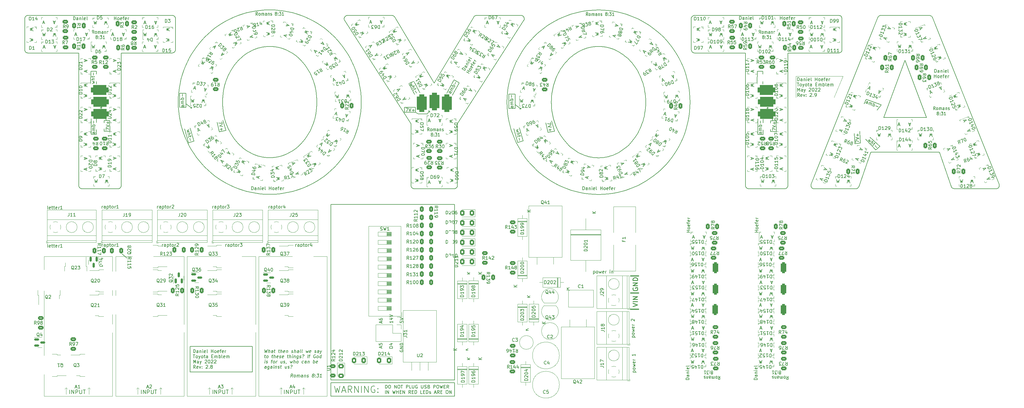
<source format=gbr>
%TF.GenerationSoftware,KiCad,Pcbnew,(6.0.0)*%
%TF.CreationDate,2022-05-15T11:53:32-07:00*%
%TF.ProjectId,Stencil,5374656e-6369-46c2-9e6b-696361645f70,rev?*%
%TF.SameCoordinates,Original*%
%TF.FileFunction,Legend,Top*%
%TF.FilePolarity,Positive*%
%FSLAX46Y46*%
G04 Gerber Fmt 4.6, Leading zero omitted, Abs format (unit mm)*
G04 Created by KiCad (PCBNEW (6.0.0)) date 2022-05-15 11:53:32*
%MOMM*%
%LPD*%
G01*
G04 APERTURE LIST*
G04 Aperture macros list*
%AMRoundRect*
0 Rectangle with rounded corners*
0 $1 Rounding radius*
0 $2 $3 $4 $5 $6 $7 $8 $9 X,Y pos of 4 corners*
0 Add a 4 corners polygon primitive as box body*
4,1,4,$2,$3,$4,$5,$6,$7,$8,$9,$2,$3,0*
0 Add four circle primitives for the rounded corners*
1,1,$1+$1,$2,$3*
1,1,$1+$1,$4,$5*
1,1,$1+$1,$6,$7*
1,1,$1+$1,$8,$9*
0 Add four rect primitives between the rounded corners*
20,1,$1+$1,$2,$3,$4,$5,0*
20,1,$1+$1,$4,$5,$6,$7,0*
20,1,$1+$1,$6,$7,$8,$9,0*
20,1,$1+$1,$8,$9,$2,$3,0*%
%AMRotRect*
0 Rectangle, with rotation*
0 The origin of the aperture is its center*
0 $1 length*
0 $2 width*
0 $3 Rotation angle, in degrees counterclockwise*
0 Add horizontal line*
21,1,$1,$2,0,0,$3*%
%AMFreePoly0*
4,1,21,3.042426,3.042426,3.060000,3.000000,3.060000,-4.000000,3.042426,-4.042426,3.000000,-4.060000,2.060000,-4.060000,2.060000,-6.000000,2.042426,-6.042426,2.000000,-6.060000,-3.000000,-6.060000,-3.042426,-6.042426,-3.060000,-6.000000,-3.060000,-4.060000,-4.000000,-4.060000,-4.042426,-4.042426,-4.060000,-4.000000,-4.060000,3.000000,-4.042426,3.042426,-4.000000,3.060000,3.000000,3.060000,
3.042426,3.042426,3.042426,3.042426,$1*%
G04 Aperture macros list end*
%ADD10C,0.150000*%
%ADD11C,0.200000*%
%ADD12C,0.300000*%
%ADD13C,0.250000*%
%ADD14C,0.120000*%
%ADD15C,0.127000*%
%ADD16C,0.000000*%
%ADD17R,1.900000X1.700000*%
%ADD18R,1.100000X1.700000*%
%ADD19RoundRect,0.425000X0.425000X-1.275000X0.425000X1.275000X-0.425000X1.275000X-0.425000X-1.275000X0*%
%ADD20RoundRect,0.250000X0.625000X-0.312500X0.625000X0.312500X-0.625000X0.312500X-0.625000X-0.312500X0*%
%ADD21C,2.700000*%
%ADD22RoundRect,0.250000X-0.625000X0.312500X-0.625000X-0.312500X0.625000X-0.312500X0.625000X0.312500X0*%
%ADD23RoundRect,0.250000X0.312500X0.625000X-0.312500X0.625000X-0.312500X-0.625000X0.312500X-0.625000X0*%
%ADD24C,2.500000*%
%ADD25RotRect,1.900000X1.700000X292.000000*%
%ADD26RotRect,1.100000X1.700000X292.000000*%
%ADD27R,2.600000X2.600000*%
%ADD28C,2.600000*%
%ADD29RoundRect,0.250000X-0.312500X-0.625000X0.312500X-0.625000X0.312500X0.625000X-0.312500X0.625000X0*%
%ADD30RoundRect,0.250000X-0.696554X0.055616X-0.462425X-0.523874X0.696554X-0.055616X0.462425X0.523874X0*%
%ADD31R,1.600000X1.600000*%
%ADD32O,1.600000X1.600000*%
%ADD33RoundRect,0.250000X-0.462425X0.523874X-0.696554X-0.055616X0.462425X-0.523874X0.696554X0.055616X0*%
%ADD34RotRect,1.900000X1.700000X95.400000*%
%ADD35RotRect,1.100000X1.700000X95.400000*%
%ADD36C,1.600000*%
%ADD37RoundRect,0.750000X2.099852X-0.391309X1.839379X1.085902X-2.099852X0.391309X-1.839379X-1.085902X0*%
%ADD38R,1.700000X1.900000*%
%ADD39R,1.700000X1.100000*%
%ADD40RoundRect,0.250000X0.332727X-0.614470X0.691213X-0.102500X-0.332727X0.614470X-0.691213X0.102500X0*%
%ADD41RotRect,1.900000X1.700000X57.500000*%
%ADD42RotRect,1.100000X1.700000X57.500000*%
%ADD43RoundRect,0.750000X-0.750000X-2.000000X0.750000X-2.000000X0.750000X2.000000X-0.750000X2.000000X0*%
%ADD44RoundRect,0.250000X0.684585X-0.140090X0.522823X0.463614X-0.684585X0.140090X-0.522823X-0.463614X0*%
%ADD45RoundRect,0.250000X0.697124X0.047952X0.379912X0.586471X-0.697124X-0.047952X-0.379912X-0.586471X0*%
%ADD46RotRect,1.900000X1.700000X213.000000*%
%ADD47RotRect,1.100000X1.700000X213.000000*%
%ADD48RotRect,1.900000X1.700000X183.600000*%
%ADD49RotRect,1.100000X1.700000X183.600000*%
%ADD50RotRect,1.900000X1.700000X248.000000*%
%ADD51RotRect,1.100000X1.700000X248.000000*%
%ADD52RotRect,1.900000X1.700000X257.100000*%
%ADD53RotRect,1.100000X1.700000X257.100000*%
%ADD54RotRect,1.900000X1.700000X122.500000*%
%ADD55RotRect,1.100000X1.700000X122.500000*%
%ADD56R,1.200000X2.200000*%
%ADD57R,5.800000X6.400000*%
%ADD58RotRect,1.900000X1.700000X286.500000*%
%ADD59RotRect,1.100000X1.700000X286.500000*%
%ADD60RoundRect,0.250000X-0.102500X0.691213X-0.614470X0.332727X0.102500X-0.691213X0.614470X-0.332727X0*%
%ADD61R,2.200000X2.200000*%
%ADD62O,2.200000X2.200000*%
%ADD63RotRect,1.900000X1.700000X120.500000*%
%ADD64RotRect,1.100000X1.700000X120.500000*%
%ADD65R,1.050000X1.500000*%
%ADD66O,1.050000X1.500000*%
%ADD67RoundRect,0.150000X-0.150000X0.587500X-0.150000X-0.587500X0.150000X-0.587500X0.150000X0.587500X0*%
%ADD68RoundRect,0.750000X-1.444601X-1.573413X-0.053825X-2.135323X1.444601X1.573413X0.053825X2.135323X0*%
%ADD69RoundRect,0.250001X0.462499X0.624999X-0.462499X0.624999X-0.462499X-0.624999X0.462499X-0.624999X0*%
%ADD70RotRect,1.900000X1.700000X301.200000*%
%ADD71RotRect,1.100000X1.700000X301.200000*%
%ADD72RotRect,1.900000X1.700000X21.900000*%
%ADD73RotRect,1.100000X1.700000X21.900000*%
%ADD74R,2.200000X1.200000*%
%ADD75R,6.400000X5.800000*%
%ADD76RoundRect,0.250000X-0.691213X-0.102500X-0.332727X-0.614470X0.691213X0.102500X0.332727X0.614470X0*%
%ADD77RotRect,1.900000X1.700000X242.400000*%
%ADD78RotRect,1.100000X1.700000X242.400000*%
%ADD79RoundRect,0.250000X0.696554X-0.055616X0.462425X0.523874X-0.696554X0.055616X-0.462425X-0.523874X0*%
%ADD80RotRect,1.900000X1.700000X112.000000*%
%ADD81RotRect,1.100000X1.700000X112.000000*%
%ADD82RotRect,1.900000X1.700000X271.800000*%
%ADD83RotRect,1.100000X1.700000X271.800000*%
%ADD84RotRect,1.900000X1.700000X68.000000*%
%ADD85RotRect,1.100000X1.700000X68.000000*%
%ADD86RotRect,1.900000X1.700000X315.900000*%
%ADD87RotRect,1.100000X1.700000X315.900000*%
%ADD88RoundRect,0.750000X2.000000X-0.750000X2.000000X0.750000X-2.000000X0.750000X-2.000000X-0.750000X0*%
%ADD89C,1.200000*%
%ADD90RoundRect,0.250000X-0.698511X0.019085X-0.434374X-0.547358X0.698511X-0.019085X0.434374X0.547358X0*%
%ADD91RoundRect,0.750000X-0.391309X-2.099852X1.085902X-1.839379X0.391309X2.099852X-1.085902X1.839379X0*%
%ADD92RotRect,1.900000X1.700000X350.300000*%
%ADD93RotRect,1.100000X1.700000X350.300000*%
%ADD94RoundRect,0.250000X0.691213X0.102500X0.332727X0.614470X-0.691213X-0.102500X-0.332727X-0.614470X0*%
%ADD95RoundRect,0.250000X0.162353X-0.679649X0.641131X-0.277907X-0.162353X0.679649X-0.641131X0.277907X0*%
%ADD96RotRect,1.900000X1.700000X36.600000*%
%ADD97RotRect,1.100000X1.700000X36.600000*%
%ADD98RoundRect,0.250000X-0.697124X-0.047952X-0.379912X-0.586471X0.697124X0.047952X0.379912X0.586471X0*%
%ADD99RotRect,1.900000X1.700000X330.600000*%
%ADD100RotRect,1.100000X1.700000X330.600000*%
%ADD101RotRect,1.900000X1.700000X80.700000*%
%ADD102RotRect,1.100000X1.700000X80.700000*%
%ADD103RotRect,1.900000X1.700000X144.200000*%
%ADD104RotRect,1.100000X1.700000X144.200000*%
%ADD105C,1.676400*%
%ADD106O,3.500000X3.500000*%
%ADD107R,3.000000X3.000000*%
%ADD108FreePoly0,0.000000*%
%ADD109O,3.000000X3.000000*%
%ADD110RotRect,1.900000X1.700000X110.100000*%
%ADD111RotRect,1.100000X1.700000X110.100000*%
%ADD112RoundRect,0.150000X-0.587500X-0.150000X0.587500X-0.150000X0.587500X0.150000X-0.587500X0.150000X0*%
%ADD113RotRect,1.900000X1.700000X139.500000*%
%ADD114RotRect,1.100000X1.700000X139.500000*%
%ADD115C,2.200000*%
%ADD116RotRect,1.900000X1.700000X51.300000*%
%ADD117RotRect,1.100000X1.700000X51.300000*%
%ADD118RoundRect,0.750000X-1.573413X1.444601X-2.135323X0.053825X1.573413X-1.444601X2.135323X-0.053825X0*%
%ADD119RotRect,1.900000X1.700000X124.800000*%
%ADD120RotRect,1.100000X1.700000X124.800000*%
%ADD121RotRect,1.900000X1.700000X227.700000*%
%ADD122RotRect,1.100000X1.700000X227.700000*%
%ADD123R,1.905000X2.000000*%
%ADD124O,1.905000X2.000000*%
%ADD125RotRect,1.900000X1.700000X22.000000*%
%ADD126RotRect,1.100000X1.700000X22.000000*%
%ADD127FreePoly0,180.000000*%
%ADD128RoundRect,0.250000X-0.379912X0.586471X-0.697124X0.047952X0.379912X-0.586471X0.697124X-0.047952X0*%
%ADD129RotRect,1.900000X1.700000X168.900000*%
%ADD130RotRect,1.100000X1.700000X168.900000*%
%ADD131RotRect,1.900000X1.700000X198.300000*%
%ADD132RotRect,1.100000X1.700000X198.300000*%
%ADD133RoundRect,0.250000X0.379912X-0.586471X0.697124X-0.047952X-0.379912X0.586471X-0.697124X0.047952X0*%
%ADD134RoundRect,0.250001X-0.624999X0.462499X-0.624999X-0.462499X0.624999X-0.462499X0.624999X0.462499X0*%
%ADD135RoundRect,0.250000X-0.583133X-0.385016X-0.041867X-0.697516X0.583133X0.385016X0.041867X0.697516X0*%
%ADD136RotRect,1.900000X1.700000X59.500000*%
%ADD137RotRect,1.100000X1.700000X59.500000*%
%ADD138R,1.700000X1.700000*%
%ADD139O,1.700000X1.700000*%
%ADD140RoundRect,0.150000X0.150000X-0.587500X0.150000X0.587500X-0.150000X0.587500X-0.150000X-0.587500X0*%
%ADD141R,3.200000X3.200000*%
%ADD142O,3.200000X3.200000*%
%ADD143RotRect,1.900000X1.700000X66.000000*%
%ADD144RotRect,1.100000X1.700000X66.000000*%
%ADD145R,2.000000X2.500000*%
%ADD146RotRect,1.900000X1.700000X158.000000*%
%ADD147RotRect,1.100000X1.700000X158.000000*%
%ADD148RoundRect,0.250000X-0.434374X0.547358X-0.698511X-0.019085X0.434374X-0.547358X0.698511X0.019085X0*%
%ADD149RoundRect,0.250000X0.462425X-0.523874X0.696554X0.055616X-0.462425X0.523874X-0.696554X-0.055616X0*%
%ADD150C,2.000000*%
G04 APERTURE END LIST*
D10*
X262098940Y-140094439D02*
X262398940Y-140570629D01*
X262613225Y-140094439D02*
X262613225Y-141094439D01*
X262270368Y-141094439D01*
X262184654Y-141046820D01*
X262141797Y-140999200D01*
X262098940Y-140903962D01*
X262098940Y-140761105D01*
X262141797Y-140665867D01*
X262184654Y-140618248D01*
X262270368Y-140570629D01*
X262613225Y-140570629D01*
X261584654Y-140094439D02*
X261670368Y-140142058D01*
X261713225Y-140189677D01*
X261756083Y-140284915D01*
X261756083Y-140570629D01*
X261713225Y-140665867D01*
X261670368Y-140713486D01*
X261584654Y-140761105D01*
X261456083Y-140761105D01*
X261370368Y-140713486D01*
X261327511Y-140665867D01*
X261284654Y-140570629D01*
X261284654Y-140284915D01*
X261327511Y-140189677D01*
X261370368Y-140142058D01*
X261456083Y-140094439D01*
X261584654Y-140094439D01*
X260898940Y-140094439D02*
X260898940Y-140761105D01*
X260898940Y-140665867D02*
X260856083Y-140713486D01*
X260770368Y-140761105D01*
X260641797Y-140761105D01*
X260556083Y-140713486D01*
X260513225Y-140618248D01*
X260513225Y-140094439D01*
X260513225Y-140618248D02*
X260470368Y-140713486D01*
X260384654Y-140761105D01*
X260256083Y-140761105D01*
X260170368Y-140713486D01*
X260127511Y-140618248D01*
X260127511Y-140094439D01*
X259313225Y-140094439D02*
X259313225Y-140618248D01*
X259356083Y-140713486D01*
X259441797Y-140761105D01*
X259613225Y-140761105D01*
X259698940Y-140713486D01*
X259313225Y-140142058D02*
X259398940Y-140094439D01*
X259613225Y-140094439D01*
X259698940Y-140142058D01*
X259741797Y-140237296D01*
X259741797Y-140332534D01*
X259698940Y-140427772D01*
X259613225Y-140475391D01*
X259398940Y-140475391D01*
X259313225Y-140523010D01*
X258884654Y-140761105D02*
X258884654Y-140094439D01*
X258884654Y-140665867D02*
X258841797Y-140713486D01*
X258756083Y-140761105D01*
X258627511Y-140761105D01*
X258541797Y-140713486D01*
X258498940Y-140618248D01*
X258498940Y-140094439D01*
X258113225Y-140142058D02*
X258027511Y-140094439D01*
X257856083Y-140094439D01*
X257770368Y-140142058D01*
X257727511Y-140237296D01*
X257727511Y-140284915D01*
X257770368Y-140380153D01*
X257856083Y-140427772D01*
X257984654Y-140427772D01*
X258070368Y-140475391D01*
X258113225Y-140570629D01*
X258113225Y-140618248D01*
X258070368Y-140713486D01*
X257984654Y-140761105D01*
X257856083Y-140761105D01*
X257770368Y-140713486D01*
X260213225Y-139055867D02*
X260298940Y-139103486D01*
X260341797Y-139151105D01*
X260384654Y-139246343D01*
X260384654Y-139293962D01*
X260341797Y-139389200D01*
X260298940Y-139436820D01*
X260213225Y-139484439D01*
X260041797Y-139484439D01*
X259956083Y-139436820D01*
X259913225Y-139389200D01*
X259870368Y-139293962D01*
X259870368Y-139246343D01*
X259913225Y-139151105D01*
X259956083Y-139103486D01*
X260041797Y-139055867D01*
X260213225Y-139055867D01*
X260298940Y-139008248D01*
X260341797Y-138960629D01*
X260384654Y-138865391D01*
X260384654Y-138674915D01*
X260341797Y-138579677D01*
X260298940Y-138532058D01*
X260213225Y-138484439D01*
X260041797Y-138484439D01*
X259956083Y-138532058D01*
X259913225Y-138579677D01*
X259870368Y-138674915D01*
X259870368Y-138865391D01*
X259913225Y-138960629D01*
X259956083Y-139008248D01*
X260041797Y-139055867D01*
X259484654Y-138579677D02*
X259441797Y-138532058D01*
X259484654Y-138484439D01*
X259527511Y-138532058D01*
X259484654Y-138579677D01*
X259484654Y-138484439D01*
X259484654Y-139103486D02*
X259441797Y-139055867D01*
X259484654Y-139008248D01*
X259527511Y-139055867D01*
X259484654Y-139103486D01*
X259484654Y-139008248D01*
X259141797Y-139484439D02*
X258584654Y-139484439D01*
X258884654Y-139103486D01*
X258756083Y-139103486D01*
X258670368Y-139055867D01*
X258627511Y-139008248D01*
X258584654Y-138913010D01*
X258584654Y-138674915D01*
X258627511Y-138579677D01*
X258670368Y-138532058D01*
X258756083Y-138484439D01*
X259013225Y-138484439D01*
X259098940Y-138532058D01*
X259141797Y-138579677D01*
X257727511Y-138484439D02*
X258241797Y-138484439D01*
X257984654Y-138484439D02*
X257984654Y-139484439D01*
X258070368Y-139341581D01*
X258156083Y-139246343D01*
X258241797Y-139198724D01*
X253400963Y-95790475D02*
X252400963Y-95790475D01*
X252877154Y-95790475D02*
X252877154Y-95219046D01*
X253400963Y-95219046D02*
X252400963Y-95219046D01*
X253400963Y-94599999D02*
X253353344Y-94695237D01*
X253305725Y-94742856D01*
X253210487Y-94790475D01*
X252924773Y-94790475D01*
X252829535Y-94742856D01*
X252781916Y-94695237D01*
X252734297Y-94599999D01*
X252734297Y-94457141D01*
X252781916Y-94361903D01*
X252829535Y-94314284D01*
X252924773Y-94266665D01*
X253210487Y-94266665D01*
X253305725Y-94314284D01*
X253353344Y-94361903D01*
X253400963Y-94457141D01*
X253400963Y-94599999D01*
X253353344Y-93457141D02*
X253400963Y-93552379D01*
X253400963Y-93742856D01*
X253353344Y-93838094D01*
X253258106Y-93885713D01*
X252877154Y-93885713D01*
X252781916Y-93838094D01*
X252734297Y-93742856D01*
X252734297Y-93552379D01*
X252781916Y-93457141D01*
X252877154Y-93409522D01*
X252972392Y-93409522D01*
X253067630Y-93885713D01*
X252734297Y-93123808D02*
X252734297Y-92742856D01*
X253400963Y-92980951D02*
X252543821Y-92980951D01*
X252448583Y-92933332D01*
X252400963Y-92838094D01*
X252400963Y-92742856D01*
X253353344Y-92028570D02*
X253400963Y-92123808D01*
X253400963Y-92314284D01*
X253353344Y-92409522D01*
X253258106Y-92457141D01*
X252877154Y-92457141D01*
X252781916Y-92409522D01*
X252734297Y-92314284D01*
X252734297Y-92123808D01*
X252781916Y-92028570D01*
X252877154Y-91980951D01*
X252972392Y-91980951D01*
X253067630Y-92457141D01*
X253400963Y-91552379D02*
X252734297Y-91552379D01*
X252924773Y-91552379D02*
X252829535Y-91504760D01*
X252781916Y-91457141D01*
X252734297Y-91361903D01*
X252734297Y-91266665D01*
X253140963Y-141147058D02*
X252140963Y-141147058D01*
X252140963Y-140908962D01*
X252188583Y-140766105D01*
X252283821Y-140670867D01*
X252379059Y-140623248D01*
X252569535Y-140575629D01*
X252712392Y-140575629D01*
X252902868Y-140623248D01*
X252998106Y-140670867D01*
X253093344Y-140766105D01*
X253140963Y-140908962D01*
X253140963Y-141147058D01*
X253140963Y-139718486D02*
X252617154Y-139718486D01*
X252521916Y-139766105D01*
X252474297Y-139861343D01*
X252474297Y-140051820D01*
X252521916Y-140147058D01*
X253093344Y-139718486D02*
X253140963Y-139813724D01*
X253140963Y-140051820D01*
X253093344Y-140147058D01*
X252998106Y-140194677D01*
X252902868Y-140194677D01*
X252807630Y-140147058D01*
X252760011Y-140051820D01*
X252760011Y-139813724D01*
X252712392Y-139718486D01*
X252474297Y-139242296D02*
X253140963Y-139242296D01*
X252569535Y-139242296D02*
X252521916Y-139194677D01*
X252474297Y-139099439D01*
X252474297Y-138956581D01*
X252521916Y-138861343D01*
X252617154Y-138813724D01*
X253140963Y-138813724D01*
X253140963Y-138337534D02*
X252474297Y-138337534D01*
X252140963Y-138337534D02*
X252188583Y-138385153D01*
X252236202Y-138337534D01*
X252188583Y-138289915D01*
X252140963Y-138337534D01*
X252236202Y-138337534D01*
X253093344Y-137480391D02*
X253140963Y-137575629D01*
X253140963Y-137766105D01*
X253093344Y-137861343D01*
X252998106Y-137908962D01*
X252617154Y-137908962D01*
X252521916Y-137861343D01*
X252474297Y-137766105D01*
X252474297Y-137575629D01*
X252521916Y-137480391D01*
X252617154Y-137432772D01*
X252712392Y-137432772D01*
X252807630Y-137908962D01*
X253140963Y-136861343D02*
X253093344Y-136956581D01*
X252998106Y-137004200D01*
X252140963Y-137004200D01*
X75621908Y-52992962D02*
X75621908Y-57392962D01*
D11*
X269702283Y-81047641D02*
X269637966Y-81295089D01*
X269637441Y-81538853D01*
X269694586Y-81769900D01*
X269803280Y-81979196D01*
X269957400Y-82157707D01*
X270150824Y-82296399D01*
X270377429Y-82386239D01*
X270631095Y-82418194D01*
D10*
X77121908Y-63992962D02*
X78321908Y-68292962D01*
D11*
X56686806Y-82418203D02*
X56888340Y-82397886D01*
X57120347Y-82319592D01*
X57322898Y-82189851D01*
X57488141Y-82016519D01*
X57608221Y-81807448D01*
X57675283Y-81570493D01*
X57686806Y-81418203D01*
D10*
X289521908Y-70492962D02*
X286421908Y-67192962D01*
X146021908Y-50092962D02*
X147821908Y-53392962D01*
X253321908Y-60892962D02*
X253321908Y-65692962D01*
D11*
X140874219Y-29078190D02*
X127180958Y-29078190D01*
X131422925Y-55748192D02*
X131386329Y-54287742D01*
X131277719Y-52846464D01*
X131098862Y-51426141D01*
X130851526Y-50028558D01*
X130537478Y-48655495D01*
X130158484Y-47308738D01*
X129716312Y-45990069D01*
X129212729Y-44701271D01*
X128649503Y-43444128D01*
X128028399Y-42220422D01*
X127351187Y-41031937D01*
X126619631Y-39880457D01*
X125835501Y-38767763D01*
X125000562Y-37695640D01*
X124116583Y-36665871D01*
X123185329Y-35680238D01*
X122208569Y-34740526D01*
X121188070Y-33848517D01*
X120125598Y-33005994D01*
X119022921Y-32214741D01*
X117881805Y-31476541D01*
X116704019Y-30793176D01*
X115491329Y-30166431D01*
X114245502Y-29598089D01*
X112968306Y-29089932D01*
X111661507Y-28643743D01*
X110326873Y-28261307D01*
X108966171Y-27944406D01*
X107581168Y-27694823D01*
X106173632Y-27514342D01*
X104745328Y-27404746D01*
X103298026Y-27367818D01*
D10*
X152421908Y-58492962D02*
X152521908Y-58892962D01*
X279571908Y-47792962D02*
X276771908Y-54442962D01*
D11*
X292057651Y-60512727D02*
X298577968Y-42865720D01*
D10*
X253121908Y-46292962D02*
X254821908Y-46292962D01*
X79321908Y-57592962D02*
X79321908Y-57292962D01*
D11*
X204360038Y-38649867D02*
X205106225Y-38672153D01*
X205842617Y-38738296D01*
X206568303Y-38847219D01*
X207282370Y-38997846D01*
X207983909Y-39189101D01*
X208672008Y-39419907D01*
X209345756Y-39689188D01*
X210004241Y-39995868D01*
X210646554Y-40338872D01*
X211271782Y-40717122D01*
X211879014Y-41129542D01*
X212467340Y-41575057D01*
X213035849Y-42052590D01*
X213583629Y-42561065D01*
X214109769Y-43099406D01*
X214613358Y-43666537D01*
X215093485Y-44261381D01*
X215549240Y-44882862D01*
X215979710Y-45529904D01*
X216383985Y-46201431D01*
X216761153Y-46896367D01*
X217110305Y-47613636D01*
X217430528Y-48352161D01*
X217720911Y-49110865D01*
X217980544Y-49888674D01*
X218208515Y-50684511D01*
X218403913Y-51497299D01*
X218565827Y-52325963D01*
X218693346Y-53169426D01*
X218785560Y-54026612D01*
X218841556Y-54896445D01*
X218860424Y-55777849D01*
X278188740Y-29078192D02*
X256388464Y-29078192D01*
X75173128Y-55748192D02*
X75209723Y-57208641D01*
X75318333Y-58649919D01*
X75497190Y-60070241D01*
X75744526Y-61467824D01*
X76058574Y-62840886D01*
X76437568Y-64187643D01*
X76879740Y-65506311D01*
X77383322Y-66795108D01*
X77946549Y-68052251D01*
X78567652Y-69275956D01*
X79244865Y-70464440D01*
X79976420Y-71615919D01*
X80760551Y-72728612D01*
X81595489Y-73800734D01*
X82479469Y-74830502D01*
X83410722Y-75816134D01*
X84387482Y-76755845D01*
X85407982Y-77647853D01*
X86470454Y-78490375D01*
X87573131Y-79281627D01*
X88714246Y-80019826D01*
X89892032Y-80703190D01*
X91104722Y-81329934D01*
X92350549Y-81898276D01*
X93627745Y-82406432D01*
X94934544Y-82852620D01*
X96269178Y-83235055D01*
X97629880Y-83551956D01*
X99014883Y-83801538D01*
X100422419Y-83982019D01*
X101850723Y-84091615D01*
X103298026Y-84128544D01*
X29000000Y-29078203D02*
X28798465Y-29098519D01*
X28566458Y-29176813D01*
X28363907Y-29306554D01*
X28198664Y-29479886D01*
X28078584Y-29688957D01*
X28011522Y-29925912D01*
X28000000Y-30078203D01*
D10*
X265021908Y-54442962D02*
X265021908Y-47792962D01*
D11*
X103298026Y-84128544D02*
X104745328Y-84091615D01*
X106173632Y-83982019D01*
X107581168Y-83801538D01*
X108966171Y-83551956D01*
X110326873Y-83235055D01*
X111661507Y-82852620D01*
X112968306Y-82406432D01*
X114245502Y-81898276D01*
X115491329Y-81329934D01*
X116704019Y-80703190D01*
X117881805Y-80019826D01*
X119022921Y-79281627D01*
X120125598Y-78490375D01*
X121188070Y-77647853D01*
X122208569Y-76755845D01*
X123185329Y-75816134D01*
X124116583Y-74830502D01*
X125000562Y-73800734D01*
X125835501Y-72728612D01*
X126619631Y-71615919D01*
X127351187Y-70464440D01*
X128028399Y-69275956D01*
X128649503Y-68052251D01*
X129212729Y-66795108D01*
X129716312Y-65506311D01*
X130158484Y-64187643D01*
X130537478Y-62840886D01*
X130851526Y-61467824D01*
X131098862Y-60070241D01*
X131277719Y-58649919D01*
X131386329Y-57208641D01*
X131422925Y-55748192D01*
D10*
X257221908Y-62192962D02*
X257221908Y-61492962D01*
X54196908Y-64692962D02*
X52421908Y-64692962D01*
X50021908Y-62042962D02*
X50021908Y-60942962D01*
D11*
X29000000Y-40635209D02*
X44636565Y-40635209D01*
D10*
X151721908Y-59392962D02*
X152421908Y-58492962D01*
D11*
X147737350Y-82418194D02*
X153865898Y-82418194D01*
D10*
X147521908Y-49392962D02*
X146021908Y-50092962D01*
X77621908Y-56292962D02*
X79321908Y-57592962D01*
D11*
X232484936Y-55777849D02*
X232448340Y-54317399D01*
X232339730Y-52876121D01*
X232160873Y-51455798D01*
X231913537Y-50058214D01*
X231599489Y-48685152D01*
X231220495Y-47338395D01*
X230778323Y-46019726D01*
X230274741Y-44730928D01*
X229711514Y-43473784D01*
X229090411Y-42250079D01*
X228413198Y-41061594D01*
X227681643Y-39910113D01*
X226897512Y-38797420D01*
X226062574Y-37725297D01*
X225178594Y-36695527D01*
X224247341Y-35709895D01*
X223270581Y-34770183D01*
X222250081Y-33878173D01*
X221187609Y-33035651D01*
X220084932Y-32244398D01*
X218943817Y-31506197D01*
X217766031Y-30822833D01*
X216553341Y-30196088D01*
X215307514Y-29627746D01*
X214030318Y-29119588D01*
X212723519Y-28673400D01*
X211388885Y-28290964D01*
X210028183Y-27974063D01*
X208643180Y-27724480D01*
X207235644Y-27543999D01*
X205807340Y-27434403D01*
X204360038Y-27397475D01*
D10*
X51421908Y-57292962D02*
X51321908Y-57592962D01*
D11*
X204360038Y-84158201D02*
X205807340Y-84121272D01*
X207235644Y-84011676D01*
X208643180Y-83831195D01*
X210028183Y-83581613D01*
X211388885Y-83264712D01*
X212723519Y-82882277D01*
X214030318Y-82436089D01*
X215307514Y-81927933D01*
X216553341Y-81359591D01*
X217766031Y-80732847D01*
X218943817Y-80049483D01*
X220084932Y-79311284D01*
X221187609Y-78520032D01*
X222250081Y-77677510D01*
X223270581Y-76785502D01*
X224247341Y-75845791D01*
X225178594Y-74860159D01*
X226062574Y-73830391D01*
X226897512Y-72758269D01*
X227681643Y-71645576D01*
X228413198Y-70494097D01*
X229090411Y-69305613D01*
X229711514Y-68081908D01*
X230274741Y-66824765D01*
X230778323Y-65535968D01*
X231220495Y-64217300D01*
X231599489Y-62870543D01*
X231913537Y-61497481D01*
X232160873Y-60099898D01*
X232339730Y-58679576D01*
X232448340Y-57238298D01*
X232484936Y-55777849D01*
X103298026Y-72876152D02*
X102551838Y-72853865D01*
X101815446Y-72787722D01*
X101089760Y-72678799D01*
X100375693Y-72528173D01*
X99674154Y-72336919D01*
X98986055Y-72106113D01*
X98312307Y-71836833D01*
X97653822Y-71530153D01*
X97011510Y-71187151D01*
X96386282Y-70808901D01*
X95779049Y-70396482D01*
X95190723Y-69950968D01*
X94622215Y-69473436D01*
X94074435Y-68964962D01*
X93548295Y-68426622D01*
X93044706Y-67859492D01*
X92564578Y-67264649D01*
X92108824Y-66643169D01*
X91678354Y-65996128D01*
X91274079Y-65324602D01*
X90896910Y-64629667D01*
X90547759Y-63912399D01*
X90227536Y-63173875D01*
X89937153Y-62415171D01*
X89677520Y-61637363D01*
X89449549Y-60841527D01*
X89254151Y-60028739D01*
X89092237Y-59200076D01*
X88964718Y-58356613D01*
X88872504Y-57499428D01*
X88816508Y-56629595D01*
X88797641Y-55748192D01*
D10*
X152421908Y-58492962D02*
X152021908Y-58492962D01*
X256221908Y-57392962D02*
X257921908Y-61392962D01*
X122110000Y-142090000D02*
X160115000Y-142090000D01*
X160115000Y-142090000D02*
X160115000Y-146220000D01*
X160115000Y-146220000D02*
X122110000Y-146220000D01*
X122110000Y-146220000D02*
X122110000Y-142090000D01*
X77521908Y-57392962D02*
X77521908Y-52992962D01*
D11*
X278188740Y-40635198D02*
X278390274Y-40614881D01*
X278622281Y-40536587D01*
X278824832Y-40406846D01*
X278990075Y-40233514D01*
X279110155Y-40024443D01*
X279177217Y-39787488D01*
X279188740Y-39635198D01*
D10*
X190821908Y-64692962D02*
X189921908Y-61492962D01*
D11*
X166857577Y-29078190D02*
X166631597Y-29104035D01*
X166420568Y-29178730D01*
X166232000Y-29298011D01*
X166073407Y-29457617D01*
X165999131Y-29565285D01*
D10*
X179521908Y-68192962D02*
X181221908Y-67692962D01*
D11*
X312780786Y-81744793D02*
X312883183Y-81956594D01*
X313028610Y-82134969D01*
X313209418Y-82274470D01*
X313417962Y-82369649D01*
X313646595Y-82415059D01*
X313725949Y-82418194D01*
D10*
X180521908Y-57892962D02*
X180121908Y-57892962D01*
X257421908Y-61492962D02*
X257221908Y-61492962D01*
D11*
X204360038Y-27397475D02*
X202912735Y-27434403D01*
X201484431Y-27543999D01*
X200076895Y-27724480D01*
X198691892Y-27974063D01*
X197331190Y-28290964D01*
X195996556Y-28673400D01*
X194689757Y-29119588D01*
X193412561Y-29627746D01*
X192166734Y-30196088D01*
X190954044Y-30822833D01*
X189776258Y-31506197D01*
X188635143Y-32244398D01*
X187532466Y-33035651D01*
X186469994Y-33878173D01*
X185449494Y-34770183D01*
X184472734Y-35709895D01*
X183541481Y-36695527D01*
X182657501Y-37725297D01*
X181822563Y-38797420D01*
X181038432Y-39910113D01*
X180306877Y-41061594D01*
X179629664Y-42250079D01*
X179008561Y-43473784D01*
X178445334Y-44730928D01*
X177941752Y-46019726D01*
X177499580Y-47338395D01*
X177120586Y-48685152D01*
X176806538Y-50058214D01*
X176559202Y-51455798D01*
X176380345Y-52876121D01*
X176271735Y-54317399D01*
X176235140Y-55777849D01*
X28000000Y-39635209D02*
X28020316Y-39836743D01*
X28098610Y-40068750D01*
X28228351Y-40271301D01*
X28401683Y-40436544D01*
X28610754Y-40556624D01*
X28847709Y-40623686D01*
X29000000Y-40635209D01*
X232865368Y-30078192D02*
X232865368Y-39635198D01*
X146737350Y-81418194D02*
X146757666Y-81619728D01*
X146835960Y-81851735D01*
X146965701Y-82054286D01*
X147139033Y-82219529D01*
X147348104Y-82339609D01*
X147585059Y-82406671D01*
X147737350Y-82418194D01*
D10*
X77521908Y-52992962D02*
X75621908Y-52992962D01*
X256221908Y-57392962D02*
X256121908Y-57692962D01*
D11*
X327453652Y-81047641D02*
X306971356Y-29707637D01*
D10*
X284821908Y-68392962D02*
X284621908Y-64692962D01*
D11*
X73323371Y-29078203D02*
X51523095Y-29078203D01*
D10*
X257221908Y-64792962D02*
X257221908Y-64092962D01*
D11*
X45636565Y-82418203D02*
X51161686Y-82418203D01*
X153865898Y-49872614D02*
X141732665Y-29565285D01*
D10*
X148921908Y-59392962D02*
X151721908Y-59392962D01*
X148121908Y-57392962D02*
X144721908Y-57392962D01*
D11*
X51161686Y-82418203D02*
X56686806Y-82418203D01*
D10*
X256221908Y-57392962D02*
X256621908Y-57492962D01*
X178321908Y-63892962D02*
X179521908Y-68192962D01*
X265021908Y-47792962D02*
X279571908Y-47792962D01*
X48296908Y-49792962D02*
X48321908Y-46292962D01*
X54121908Y-61392962D02*
X54196908Y-64692962D01*
X180521908Y-57892962D02*
X180521908Y-57492962D01*
X148121908Y-58892962D02*
X148121908Y-57392962D01*
X50021908Y-49392962D02*
X50021908Y-50192962D01*
D11*
X284375150Y-81744793D02*
X288035179Y-71152818D01*
D10*
X79321908Y-57592962D02*
X79021908Y-57592962D01*
D11*
X288035179Y-71152818D02*
X298577968Y-71152818D01*
D10*
X87121908Y-61892962D02*
X87821908Y-64892962D01*
X258996908Y-64792962D02*
X257221908Y-64792962D01*
X144721908Y-58892962D02*
X148121908Y-58892962D01*
D12*
X214185000Y-119470000D02*
X216685000Y-119470000D01*
D11*
X159994447Y-82418194D02*
X160195981Y-82397877D01*
X160427988Y-82319583D01*
X160630539Y-82189842D01*
X160795782Y-82016510D01*
X160915861Y-81807439D01*
X160982924Y-81570484D01*
X160994447Y-81418194D01*
D10*
X258921908Y-61492962D02*
X258996908Y-64792962D01*
X188121908Y-62092962D02*
X188821908Y-65092962D01*
D11*
X232865368Y-39635198D02*
X232885684Y-39836732D01*
X232963978Y-40068739D01*
X233093719Y-40271290D01*
X233267051Y-40436533D01*
X233476122Y-40556613D01*
X233713077Y-40623675D01*
X233865368Y-40635198D01*
D10*
X51421908Y-57292962D02*
X53121908Y-61292962D01*
X52621908Y-61392962D02*
X52421908Y-61392962D01*
D11*
X261552175Y-82418192D02*
X261753709Y-82397875D01*
X261985716Y-82319581D01*
X262188267Y-82189840D01*
X262353510Y-82016508D01*
X262473590Y-81807437D01*
X262540652Y-81570482D01*
X262552175Y-81418192D01*
D10*
X159921908Y-48892962D02*
X161521908Y-49792962D01*
D11*
X313725949Y-82418194D02*
X326524841Y-82418194D01*
X256388464Y-29078192D02*
X255665645Y-29078192D01*
X279188740Y-39635198D02*
X279188740Y-30078192D01*
X218860424Y-55777849D02*
X218841556Y-56659252D01*
X218785560Y-57529085D01*
X218693346Y-58386270D01*
X218565827Y-59229733D01*
X218403913Y-60058396D01*
X218208515Y-60871183D01*
X217980544Y-61667019D01*
X217720911Y-62444828D01*
X217430528Y-63203532D01*
X217110305Y-63942055D01*
X216761153Y-64659323D01*
X216383985Y-65354258D01*
X215979710Y-66025784D01*
X215549240Y-66672825D01*
X215093485Y-67294305D01*
X214613358Y-67889148D01*
X214109769Y-68456278D01*
X213583629Y-68994618D01*
X213035849Y-69503092D01*
X212467340Y-69980624D01*
X211879014Y-70426138D01*
X211271782Y-70838557D01*
X210646554Y-71216807D01*
X210004241Y-71559809D01*
X209345756Y-71866489D01*
X208672008Y-72135769D01*
X207983909Y-72366575D01*
X207282370Y-72557829D01*
X206568303Y-72708455D01*
X205842617Y-72817378D01*
X205106225Y-72883521D01*
X204360038Y-72905808D01*
D10*
X52421908Y-64692962D02*
X52421908Y-63992962D01*
X257421908Y-61492962D02*
X258921908Y-61492962D01*
X291221908Y-56592962D02*
X290021908Y-58192962D01*
X290821908Y-69392962D02*
X289521908Y-70492962D01*
X253096908Y-49792962D02*
X253121908Y-46292962D01*
X147621908Y-49492962D02*
X149421908Y-52892962D01*
D11*
X255665645Y-29078192D02*
X233865368Y-29078192D01*
X181392621Y-30618006D02*
X181489294Y-30426205D01*
X181541182Y-30228754D01*
X181545762Y-29965948D01*
X181482865Y-29715305D01*
X181359431Y-29489515D01*
X181182396Y-29301269D01*
X180958699Y-29163257D01*
X180764478Y-29100349D01*
X180550838Y-29078190D01*
D10*
X51421908Y-57292962D02*
X51821908Y-57392962D01*
D11*
X73323371Y-40635209D02*
X73524905Y-40614892D01*
X73756912Y-40536598D01*
X73959463Y-40406857D01*
X74124706Y-40233525D01*
X74244786Y-40024454D01*
X74311848Y-39787499D01*
X74323371Y-39635209D01*
X270631095Y-82418194D02*
X283429987Y-82418194D01*
D10*
X253321908Y-65692962D02*
X254921908Y-65692962D01*
D11*
X326524841Y-82418194D02*
X326778506Y-82386239D01*
X327005111Y-82296399D01*
X327198535Y-82157707D01*
X327352655Y-81979196D01*
X327461348Y-81769900D01*
X327518494Y-81538853D01*
X327517969Y-81295089D01*
X327453652Y-81047641D01*
D10*
X178721908Y-53292962D02*
X176821908Y-53292962D01*
D11*
X74323371Y-30078203D02*
X74303054Y-29876668D01*
X74224760Y-29644661D01*
X74095019Y-29442110D01*
X73921687Y-29276867D01*
X73712616Y-29156787D01*
X73475661Y-29089725D01*
X73323371Y-29078203D01*
X250501933Y-82418192D02*
X256027054Y-82418192D01*
D10*
X177021908Y-57692962D02*
X178721908Y-57692962D01*
X78321908Y-68292962D02*
X80021908Y-67792962D01*
D11*
X279188740Y-30078192D02*
X279168423Y-29876657D01*
X279090129Y-29644650D01*
X278960388Y-29442099D01*
X278787056Y-29276856D01*
X278577985Y-29156776D01*
X278341030Y-29089714D01*
X278188740Y-29078192D01*
X306971356Y-29707637D02*
X306864398Y-29508402D01*
X306718738Y-29341439D01*
X306541295Y-29211438D01*
X306338992Y-29123089D01*
X306118749Y-29081083D01*
X306042545Y-29078190D01*
X298577968Y-29078190D02*
X291113391Y-29078190D01*
D10*
X59435000Y-103720000D02*
X57935000Y-102470000D01*
D11*
X291113391Y-29078190D02*
X290888706Y-29103706D01*
X290679653Y-29177129D01*
X290493155Y-29293767D01*
X290336132Y-29448930D01*
X290215504Y-29637929D01*
X290184580Y-29707637D01*
D10*
X75821908Y-57392962D02*
X77521908Y-57392962D01*
X286621908Y-54892962D02*
X291221908Y-56592962D01*
D11*
X165999131Y-29565285D02*
X153865898Y-49872614D01*
X153865898Y-82418194D02*
X159994447Y-82418194D01*
D10*
X52621908Y-61392962D02*
X54121908Y-61392962D01*
X89821908Y-64492962D02*
X88921908Y-61292962D01*
D11*
X262552175Y-81418192D02*
X262552175Y-40635198D01*
X262552175Y-40635198D02*
X278188740Y-40635198D01*
X256027054Y-82418192D02*
X261552175Y-82418192D01*
D10*
X48421908Y-60842962D02*
X48421908Y-65642962D01*
D11*
X160994447Y-62426650D02*
X181392621Y-30618006D01*
D10*
X87821908Y-64892962D02*
X89821908Y-64492962D01*
D11*
X126339176Y-30618006D02*
X146737350Y-62426650D01*
X249501933Y-81418192D02*
X249522249Y-81619726D01*
X249600543Y-81851733D01*
X249730284Y-82054284D01*
X249903617Y-82219527D01*
X250112688Y-82339607D01*
X250349643Y-82406669D01*
X250501933Y-82418192D01*
X103298026Y-38620211D02*
X104044213Y-38642497D01*
X104780605Y-38708640D01*
X105506291Y-38817563D01*
X106220358Y-38968190D01*
X106921897Y-39159445D01*
X107609996Y-39390251D01*
X108283744Y-39659532D01*
X108942229Y-39966212D01*
X109584542Y-40309215D01*
X110209770Y-40687465D01*
X110817002Y-41099886D01*
X111405328Y-41545401D01*
X111973837Y-42022934D01*
X112521617Y-42531409D01*
X113047757Y-43069750D01*
X113551346Y-43636880D01*
X114031473Y-44231724D01*
X114487228Y-44853205D01*
X114917698Y-45500248D01*
X115321973Y-46171775D01*
X115699141Y-46866711D01*
X116048293Y-47583979D01*
X116368516Y-48322504D01*
X116658899Y-49081209D01*
X116918532Y-49859017D01*
X117146503Y-50654854D01*
X117341901Y-51467642D01*
X117503815Y-52296306D01*
X117631334Y-53139769D01*
X117723548Y-53996955D01*
X117779544Y-54866788D01*
X117798412Y-55748192D01*
D10*
X50021908Y-65642962D02*
X50021908Y-64242962D01*
X282921908Y-65392962D02*
X283121908Y-68492962D01*
D11*
X57686806Y-81418203D02*
X57686806Y-40635209D01*
D10*
X157721908Y-52992962D02*
X159921908Y-48892962D01*
X188821908Y-65092962D02*
X190821908Y-64692962D01*
D11*
X44636565Y-81418203D02*
X44656881Y-81619737D01*
X44735175Y-81851744D01*
X44864916Y-82054295D01*
X45038248Y-82219538D01*
X45247319Y-82339618D01*
X45484274Y-82406680D01*
X45636565Y-82418203D01*
X28000000Y-30078203D02*
X28000000Y-39635209D01*
D10*
X254821908Y-49392962D02*
X254821908Y-50192962D01*
X144721908Y-57392962D02*
X144721908Y-58892962D01*
D11*
X57686806Y-40635209D02*
X73323371Y-40635209D01*
D10*
X147621908Y-49492962D02*
X147521908Y-49392962D01*
X254821908Y-46292962D02*
X254821908Y-47092962D01*
D11*
X233865368Y-29078192D02*
X233663833Y-29098508D01*
X233431826Y-29176802D01*
X233229275Y-29306543D01*
X233064032Y-29479875D01*
X232943952Y-29688946D01*
X232876890Y-29925901D01*
X232865368Y-30078192D01*
D10*
X148121908Y-58892962D02*
X148921908Y-59392962D01*
D11*
X204360038Y-72905808D02*
X203613850Y-72883521D01*
X202877458Y-72817378D01*
X202151772Y-72708455D01*
X201437705Y-72557829D01*
X200736166Y-72366575D01*
X200048067Y-72135769D01*
X199374319Y-71866489D01*
X198715834Y-71559809D01*
X198073522Y-71216807D01*
X197448294Y-70838557D01*
X196841061Y-70426138D01*
X196252735Y-69980624D01*
X195684227Y-69503092D01*
X195136447Y-68994618D01*
X194610307Y-68456278D01*
X194106718Y-67889148D01*
X193626590Y-67294305D01*
X193170836Y-66672825D01*
X192740366Y-66025784D01*
X192336091Y-65354258D01*
X191958922Y-64659323D01*
X191609771Y-63942055D01*
X191289548Y-63203532D01*
X190999165Y-62444828D01*
X190739532Y-61667019D01*
X190511561Y-60871183D01*
X190316163Y-60058396D01*
X190154249Y-59229733D01*
X190026730Y-58386270D01*
X189934516Y-57529085D01*
X189878520Y-56659252D01*
X189859653Y-55777849D01*
X309120757Y-71152818D02*
X312780786Y-81744793D01*
D10*
X80021908Y-67792962D02*
X78821908Y-63692962D01*
D11*
X306042545Y-29078190D02*
X298577968Y-29078190D01*
D10*
X254921908Y-62092962D02*
X254921908Y-60992962D01*
D11*
X305098263Y-60512727D02*
X298577968Y-60512727D01*
X74323371Y-39635209D02*
X74323371Y-30078203D01*
X180550838Y-29078190D02*
X166857577Y-29078190D01*
X290184580Y-29707637D02*
X269702283Y-81047641D01*
D12*
X214185000Y-114470000D02*
X216685000Y-114470000D01*
D11*
X141732665Y-29565285D02*
X141594572Y-29384550D01*
X141422212Y-29241704D01*
X141223098Y-29141010D01*
X141004742Y-29086728D01*
X140874219Y-29078190D01*
X146737350Y-62426650D02*
X146737350Y-81418194D01*
D10*
X178721908Y-57692962D02*
X178721908Y-53292962D01*
X276771908Y-54442962D02*
X265021908Y-54442962D01*
X254921908Y-65692962D02*
X254921908Y-64292962D01*
D12*
X214185000Y-109220000D02*
X216685000Y-109220000D01*
D10*
X176821908Y-53292962D02*
X176821908Y-57692962D01*
D11*
X298577968Y-71152818D02*
X309120757Y-71152818D01*
D10*
X48421908Y-65642962D02*
X50021908Y-65642962D01*
X178821908Y-56592962D02*
X180521908Y-57892962D01*
D11*
X160994447Y-81418194D02*
X160994447Y-62426650D01*
X51523095Y-29078203D02*
X50800276Y-29078203D01*
D10*
X161521908Y-49792962D02*
X159421908Y-53592962D01*
D11*
X50800276Y-29078203D02*
X29000000Y-29078203D01*
X298577968Y-42865720D02*
X305098263Y-60512727D01*
X233865368Y-40635198D02*
X249501933Y-40635198D01*
X127180958Y-29078190D02*
X126967317Y-29100349D01*
X126773096Y-29163257D01*
X126549399Y-29301269D01*
X126372364Y-29489515D01*
X126248930Y-29715305D01*
X126186034Y-29965948D01*
X126190613Y-30228754D01*
X126242502Y-30426205D01*
X126339176Y-30618006D01*
D10*
X52421908Y-62092962D02*
X52421908Y-61392962D01*
D11*
X176235140Y-55777849D02*
X176271735Y-57238298D01*
X176380345Y-58679576D01*
X176559202Y-60099898D01*
X176806538Y-61497481D01*
X177120586Y-62870543D01*
X177499580Y-64217300D01*
X177941752Y-65535968D01*
X178445334Y-66824765D01*
X179008561Y-68081908D01*
X179629664Y-69305613D01*
X180306877Y-70494097D01*
X181038432Y-71645576D01*
X181822563Y-72758269D01*
X182657501Y-73830391D01*
X183541481Y-74860159D01*
X184472734Y-75845791D01*
X185449494Y-76785502D01*
X186469994Y-77677510D01*
X187532466Y-78520032D01*
X188635143Y-79311284D01*
X189776258Y-80049483D01*
X190954044Y-80732847D01*
X192166734Y-81359591D01*
X193412561Y-81927933D01*
X194689757Y-82436089D01*
X195996556Y-82882277D01*
X197331190Y-83264712D01*
X198691892Y-83581613D01*
X200076895Y-83831195D01*
X201484431Y-84011676D01*
X202912735Y-84121272D01*
X204360038Y-84158201D01*
X103298026Y-27367818D02*
X101850723Y-27404746D01*
X100422419Y-27514342D01*
X99014883Y-27694823D01*
X97629880Y-27944406D01*
X96269178Y-28261307D01*
X94934544Y-28643743D01*
X93627745Y-29089932D01*
X92350549Y-29598089D01*
X91104722Y-30166431D01*
X89892032Y-30793176D01*
X88714246Y-31476541D01*
X87573131Y-32214741D01*
X86470454Y-33005994D01*
X85407982Y-33848517D01*
X84387482Y-34740526D01*
X83410722Y-35680238D01*
X82479469Y-36665871D01*
X81595489Y-37695640D01*
X80760551Y-38767763D01*
X79976420Y-39880457D01*
X79244865Y-41031937D01*
X78567652Y-42220422D01*
X77946549Y-43444128D01*
X77383322Y-44701271D01*
X76879740Y-45990069D01*
X76437568Y-47308738D01*
X76058574Y-48655495D01*
X75744526Y-50028558D01*
X75497190Y-51426141D01*
X75318333Y-52846464D01*
X75209723Y-54287742D01*
X75173128Y-55748192D01*
D10*
X287821908Y-66592962D02*
X290821908Y-69392962D01*
D11*
X117798412Y-55748192D02*
X117779544Y-56629595D01*
X117723548Y-57499428D01*
X117631334Y-58356613D01*
X117503815Y-59200076D01*
X117341901Y-60028739D01*
X117146503Y-60841527D01*
X116918532Y-61637363D01*
X116658899Y-62415171D01*
X116368516Y-63173875D01*
X116048293Y-63912399D01*
X115699141Y-64629667D01*
X115321973Y-65324602D01*
X114917698Y-65996128D01*
X114487228Y-66643169D01*
X114031473Y-67264649D01*
X113551346Y-67859492D01*
X113047757Y-68426622D01*
X112521617Y-68964962D01*
X111973837Y-69473436D01*
X111405328Y-69950968D01*
X110817002Y-70396482D01*
X110209770Y-70808901D01*
X109584542Y-71187151D01*
X108942229Y-71530153D01*
X108283744Y-71836833D01*
X107609996Y-72106113D01*
X106921897Y-72336919D01*
X106220358Y-72528173D01*
X105506291Y-72678799D01*
X104780605Y-72787722D01*
X104044213Y-72853865D01*
X103298026Y-72876152D01*
X189859653Y-55777849D02*
X189878520Y-54896445D01*
X189934516Y-54026612D01*
X190026730Y-53169426D01*
X190154249Y-52325963D01*
X190316163Y-51497299D01*
X190511561Y-50684511D01*
X190739532Y-49888674D01*
X190999165Y-49110865D01*
X191289548Y-48352161D01*
X191609771Y-47613636D01*
X191958922Y-46896367D01*
X192336091Y-46201431D01*
X192740366Y-45529904D01*
X193170836Y-44882862D01*
X193626590Y-44261381D01*
X194106718Y-43666537D01*
X194610307Y-43099406D01*
X195136447Y-42561065D01*
X195684227Y-42052590D01*
X196252735Y-41575057D01*
X196841061Y-41129542D01*
X197448294Y-40717122D01*
X198073522Y-40338872D01*
X198715834Y-39995868D01*
X199374319Y-39689188D01*
X200048067Y-39419907D01*
X200736166Y-39189101D01*
X201437705Y-38997846D01*
X202151772Y-38847219D01*
X202877458Y-38738296D01*
X203613850Y-38672153D01*
X204360038Y-38649867D01*
D10*
X285921908Y-56392962D02*
X286621908Y-54892962D01*
X78860000Y-130900000D02*
X97950000Y-130900000D01*
X97950000Y-130900000D02*
X97950000Y-138840000D01*
X97950000Y-138840000D02*
X78860000Y-138840000D01*
X78860000Y-138840000D02*
X78860000Y-130900000D01*
X283121908Y-68492962D02*
X284821908Y-68392962D01*
X176821908Y-57692962D02*
X177021908Y-57692962D01*
X48321908Y-46292962D02*
X50021908Y-46292962D01*
X181221908Y-67692962D02*
X180021908Y-63592962D01*
D11*
X44636565Y-40635209D02*
X44636565Y-81418203D01*
X298577968Y-60512727D02*
X292057651Y-60512727D01*
X283429987Y-82418194D02*
X283663617Y-82390585D01*
X283879707Y-82311390D01*
X284070610Y-82186058D01*
X284228680Y-82020035D01*
X284346270Y-81818771D01*
X284375150Y-81744793D01*
X88797641Y-55748192D02*
X88816508Y-54866788D01*
X88872504Y-53996955D01*
X88964718Y-53139769D01*
X89092237Y-52296306D01*
X89254151Y-51467642D01*
X89449549Y-50654854D01*
X89677520Y-49859017D01*
X89937153Y-49081209D01*
X90227536Y-48322504D01*
X90547759Y-47583979D01*
X90896910Y-46866711D01*
X91274079Y-46171775D01*
X91678354Y-45500248D01*
X92108824Y-44853205D01*
X92564578Y-44231724D01*
X93044706Y-43636880D01*
X93548295Y-43069750D01*
X94074435Y-42531409D01*
X94622215Y-42022934D01*
X95190723Y-41545401D01*
X95779049Y-41099886D01*
X96386282Y-40687465D01*
X97011510Y-40309215D01*
X97653822Y-39966212D01*
X98312307Y-39659532D01*
X98986055Y-39390251D01*
X99674154Y-39159445D01*
X100375693Y-38968190D01*
X101089760Y-38817563D01*
X101815446Y-38708640D01*
X102551838Y-38642497D01*
X103298026Y-38620211D01*
X249501933Y-40635198D02*
X249501933Y-81418192D01*
D10*
X50021908Y-46292962D02*
X50021908Y-47092962D01*
X287620482Y-67131435D02*
X287294393Y-67743311D01*
X287762200Y-67533084D01*
X287568428Y-68007942D01*
X288168550Y-67660698D01*
X287979479Y-68404890D02*
X288674137Y-67685550D01*
X288287767Y-68702601D02*
X288651636Y-68325804D01*
X288683540Y-68224216D01*
X288648110Y-68123804D01*
X288545347Y-68024567D01*
X288443760Y-67992663D01*
X288376426Y-67993839D01*
X288990653Y-68454594D02*
X289264687Y-68719225D01*
X289324968Y-68314051D02*
X288729547Y-68930628D01*
X288697643Y-69032215D01*
X288733073Y-69132627D01*
X288801581Y-69198785D01*
X289305993Y-69156304D02*
X289854062Y-69685567D01*
X152314765Y-64640342D02*
X152014765Y-64164152D01*
X151800479Y-64640342D02*
X151800479Y-63640342D01*
X152143336Y-63640342D01*
X152229050Y-63687962D01*
X152271908Y-63735581D01*
X152314765Y-63830819D01*
X152314765Y-63973676D01*
X152271908Y-64068914D01*
X152229050Y-64116533D01*
X152143336Y-64164152D01*
X151800479Y-64164152D01*
X152829050Y-64640342D02*
X152743336Y-64592723D01*
X152700479Y-64545104D01*
X152657622Y-64449866D01*
X152657622Y-64164152D01*
X152700479Y-64068914D01*
X152743336Y-64021295D01*
X152829050Y-63973676D01*
X152957622Y-63973676D01*
X153043336Y-64021295D01*
X153086193Y-64068914D01*
X153129050Y-64164152D01*
X153129050Y-64449866D01*
X153086193Y-64545104D01*
X153043336Y-64592723D01*
X152957622Y-64640342D01*
X152829050Y-64640342D01*
X153514765Y-64640342D02*
X153514765Y-63973676D01*
X153514765Y-64068914D02*
X153557622Y-64021295D01*
X153643336Y-63973676D01*
X153771908Y-63973676D01*
X153857622Y-64021295D01*
X153900479Y-64116533D01*
X153900479Y-64640342D01*
X153900479Y-64116533D02*
X153943336Y-64021295D01*
X154029050Y-63973676D01*
X154157622Y-63973676D01*
X154243336Y-64021295D01*
X154286193Y-64116533D01*
X154286193Y-64640342D01*
X155100479Y-64640342D02*
X155100479Y-64116533D01*
X155057622Y-64021295D01*
X154971908Y-63973676D01*
X154800479Y-63973676D01*
X154714765Y-64021295D01*
X155100479Y-64592723D02*
X155014765Y-64640342D01*
X154800479Y-64640342D01*
X154714765Y-64592723D01*
X154671908Y-64497485D01*
X154671908Y-64402247D01*
X154714765Y-64307009D01*
X154800479Y-64259390D01*
X155014765Y-64259390D01*
X155100479Y-64211771D01*
X155529050Y-63973676D02*
X155529050Y-64640342D01*
X155529050Y-64068914D02*
X155571908Y-64021295D01*
X155657622Y-63973676D01*
X155786193Y-63973676D01*
X155871908Y-64021295D01*
X155914765Y-64116533D01*
X155914765Y-64640342D01*
X156300479Y-64592723D02*
X156386193Y-64640342D01*
X156557622Y-64640342D01*
X156643336Y-64592723D01*
X156686193Y-64497485D01*
X156686193Y-64449866D01*
X156643336Y-64354628D01*
X156557622Y-64307009D01*
X156429050Y-64307009D01*
X156343336Y-64259390D01*
X156300479Y-64164152D01*
X156300479Y-64116533D01*
X156343336Y-64021295D01*
X156429050Y-63973676D01*
X156557622Y-63973676D01*
X156643336Y-64021295D01*
X153064765Y-65678914D02*
X152979050Y-65631295D01*
X152936193Y-65583676D01*
X152893336Y-65488438D01*
X152893336Y-65440819D01*
X152936193Y-65345581D01*
X152979050Y-65297962D01*
X153064765Y-65250342D01*
X153236193Y-65250342D01*
X153321908Y-65297962D01*
X153364765Y-65345581D01*
X153407622Y-65440819D01*
X153407622Y-65488438D01*
X153364765Y-65583676D01*
X153321908Y-65631295D01*
X153236193Y-65678914D01*
X153064765Y-65678914D01*
X152979050Y-65726533D01*
X152936193Y-65774152D01*
X152893336Y-65869390D01*
X152893336Y-66059866D01*
X152936193Y-66155104D01*
X152979050Y-66202723D01*
X153064765Y-66250342D01*
X153236193Y-66250342D01*
X153321908Y-66202723D01*
X153364765Y-66155104D01*
X153407622Y-66059866D01*
X153407622Y-65869390D01*
X153364765Y-65774152D01*
X153321908Y-65726533D01*
X153236193Y-65678914D01*
X153793336Y-66155104D02*
X153836193Y-66202723D01*
X153793336Y-66250342D01*
X153750479Y-66202723D01*
X153793336Y-66155104D01*
X153793336Y-66250342D01*
X153793336Y-65631295D02*
X153836193Y-65678914D01*
X153793336Y-65726533D01*
X153750479Y-65678914D01*
X153793336Y-65631295D01*
X153793336Y-65726533D01*
X154136193Y-65250342D02*
X154693336Y-65250342D01*
X154393336Y-65631295D01*
X154521908Y-65631295D01*
X154607622Y-65678914D01*
X154650479Y-65726533D01*
X154693336Y-65821771D01*
X154693336Y-66059866D01*
X154650479Y-66155104D01*
X154607622Y-66202723D01*
X154521908Y-66250342D01*
X154264765Y-66250342D01*
X154179050Y-66202723D01*
X154136193Y-66155104D01*
X155550479Y-66250342D02*
X155036193Y-66250342D01*
X155293336Y-66250342D02*
X155293336Y-65250342D01*
X155207622Y-65393200D01*
X155121908Y-65488438D01*
X155036193Y-65536057D01*
X178127193Y-57000055D02*
X177603703Y-57018336D01*
X177510184Y-57069249D01*
X177465918Y-57166091D01*
X177472566Y-57356451D01*
X177523479Y-57449970D01*
X178079603Y-57001717D02*
X178130517Y-57095235D01*
X178138826Y-57333185D01*
X178094560Y-57430027D01*
X178001042Y-57480941D01*
X177905862Y-57484265D01*
X177809020Y-57439998D01*
X177758106Y-57346480D01*
X177749797Y-57108530D01*
X177698883Y-57015012D01*
X178110574Y-56524154D02*
X177444314Y-56547421D01*
X177539494Y-56544097D02*
X177490242Y-56498169D01*
X177439328Y-56404651D01*
X177434342Y-56261881D01*
X177478609Y-56165039D01*
X177572127Y-56114125D01*
X178095617Y-56095844D01*
X177572127Y-56114125D02*
X177475285Y-56069859D01*
X177424371Y-55976340D01*
X177419385Y-55833570D01*
X177463652Y-55736728D01*
X177557170Y-55685814D01*
X178080660Y-55667534D01*
X178064042Y-55191633D02*
X177064651Y-55226533D01*
X177445371Y-55213238D02*
X177394457Y-55119720D01*
X177387810Y-54929359D01*
X177432076Y-54832518D01*
X177478004Y-54783266D01*
X177571522Y-54732352D01*
X177857063Y-54722381D01*
X177953905Y-54766647D01*
X178003157Y-54812575D01*
X178054070Y-54906093D01*
X178060718Y-55096453D01*
X178016452Y-55193295D01*
X177651746Y-54300718D02*
X177625155Y-53539277D01*
X137581666Y-131386547D02*
X137581666Y-130910357D01*
X137867380Y-131481785D02*
X136867380Y-131148452D01*
X137867380Y-130815119D01*
X136867380Y-130005595D02*
X136867380Y-130481785D01*
X137343571Y-130529404D01*
X137295952Y-130481785D01*
X137248333Y-130386547D01*
X137248333Y-130148452D01*
X137295952Y-130053214D01*
X137343571Y-130005595D01*
X137438809Y-129957976D01*
X137676904Y-129957976D01*
X137772142Y-130005595D01*
X137819761Y-130053214D01*
X137867380Y-130148452D01*
X137867380Y-130386547D01*
X137819761Y-130481785D01*
X137772142Y-130529404D01*
X141087380Y-131481785D02*
X140087380Y-131481785D01*
X140087380Y-131243690D01*
X140135000Y-131100833D01*
X140230238Y-131005595D01*
X140325476Y-130957976D01*
X140515952Y-130910357D01*
X140658809Y-130910357D01*
X140849285Y-130957976D01*
X140944523Y-131005595D01*
X141039761Y-131100833D01*
X141087380Y-131243690D01*
X141087380Y-131481785D01*
X140420714Y-130053214D02*
X141087380Y-130053214D01*
X140039761Y-130291309D02*
X140754047Y-130529404D01*
X140754047Y-129910357D01*
X143355000Y-132053214D02*
X143307380Y-132148452D01*
X143307380Y-132291309D01*
X143355000Y-132434166D01*
X143450238Y-132529404D01*
X143545476Y-132577023D01*
X143735952Y-132624642D01*
X143878809Y-132624642D01*
X144069285Y-132577023D01*
X144164523Y-132529404D01*
X144259761Y-132434166D01*
X144307380Y-132291309D01*
X144307380Y-132196071D01*
X144259761Y-132053214D01*
X144212142Y-132005595D01*
X143878809Y-132005595D01*
X143878809Y-132196071D01*
X144307380Y-131577023D02*
X143307380Y-131577023D01*
X144307380Y-131005595D01*
X143307380Y-131005595D01*
X144307380Y-130529404D02*
X143307380Y-130529404D01*
X143307380Y-130291309D01*
X143355000Y-130148452D01*
X143450238Y-130053214D01*
X143545476Y-130005595D01*
X143735952Y-129957976D01*
X143878809Y-129957976D01*
X144069285Y-130005595D01*
X144164523Y-130053214D01*
X144259761Y-130148452D01*
X144307380Y-130291309D01*
X144307380Y-130529404D01*
X137631666Y-123682023D02*
X137631666Y-123205833D01*
X137917380Y-123777261D02*
X136917380Y-123443928D01*
X137917380Y-123110595D01*
X136917380Y-122348690D02*
X136917380Y-122539166D01*
X136965000Y-122634404D01*
X137012619Y-122682023D01*
X137155476Y-122777261D01*
X137345952Y-122824880D01*
X137726904Y-122824880D01*
X137822142Y-122777261D01*
X137869761Y-122729642D01*
X137917380Y-122634404D01*
X137917380Y-122443928D01*
X137869761Y-122348690D01*
X137822142Y-122301071D01*
X137726904Y-122253452D01*
X137488809Y-122253452D01*
X137393571Y-122301071D01*
X137345952Y-122348690D01*
X137298333Y-122443928D01*
X137298333Y-122634404D01*
X137345952Y-122729642D01*
X137393571Y-122777261D01*
X137488809Y-122824880D01*
X141137380Y-123110595D02*
X141137380Y-123682023D01*
X141137380Y-123396309D02*
X140137380Y-123396309D01*
X140280238Y-123491547D01*
X140375476Y-123586785D01*
X140423095Y-123682023D01*
X140470714Y-122253452D02*
X141137380Y-122253452D01*
X140089761Y-122491547D02*
X140804047Y-122729642D01*
X140804047Y-122110595D01*
X140137380Y-121872500D02*
X141137380Y-121539166D01*
X140137380Y-121205833D01*
X143357380Y-123158214D02*
X143357380Y-123634404D01*
X143833571Y-123682023D01*
X143785952Y-123634404D01*
X143738333Y-123539166D01*
X143738333Y-123301071D01*
X143785952Y-123205833D01*
X143833571Y-123158214D01*
X143928809Y-123110595D01*
X144166904Y-123110595D01*
X144262142Y-123158214D01*
X144309761Y-123205833D01*
X144357380Y-123301071D01*
X144357380Y-123539166D01*
X144309761Y-123634404D01*
X144262142Y-123682023D01*
X143357380Y-122824880D02*
X144357380Y-122491547D01*
X143357380Y-122158214D01*
X111270595Y-100172380D02*
X111270595Y-99505714D01*
X111270595Y-99696190D02*
X111318214Y-99600952D01*
X111365833Y-99553333D01*
X111461071Y-99505714D01*
X111556309Y-99505714D01*
X112318214Y-100172380D02*
X112318214Y-99648571D01*
X112270595Y-99553333D01*
X112175357Y-99505714D01*
X111984880Y-99505714D01*
X111889642Y-99553333D01*
X112318214Y-100124761D02*
X112222976Y-100172380D01*
X111984880Y-100172380D01*
X111889642Y-100124761D01*
X111842023Y-100029523D01*
X111842023Y-99934285D01*
X111889642Y-99839047D01*
X111984880Y-99791428D01*
X112222976Y-99791428D01*
X112318214Y-99743809D01*
X112794404Y-99505714D02*
X112794404Y-100505714D01*
X112794404Y-99553333D02*
X112889642Y-99505714D01*
X113080119Y-99505714D01*
X113175357Y-99553333D01*
X113222976Y-99600952D01*
X113270595Y-99696190D01*
X113270595Y-99981904D01*
X113222976Y-100077142D01*
X113175357Y-100124761D01*
X113080119Y-100172380D01*
X112889642Y-100172380D01*
X112794404Y-100124761D01*
X113556309Y-99505714D02*
X113937261Y-99505714D01*
X113699166Y-99172380D02*
X113699166Y-100029523D01*
X113746785Y-100124761D01*
X113842023Y-100172380D01*
X113937261Y-100172380D01*
X114413452Y-100172380D02*
X114318214Y-100124761D01*
X114270595Y-100077142D01*
X114222976Y-99981904D01*
X114222976Y-99696190D01*
X114270595Y-99600952D01*
X114318214Y-99553333D01*
X114413452Y-99505714D01*
X114556309Y-99505714D01*
X114651547Y-99553333D01*
X114699166Y-99600952D01*
X114746785Y-99696190D01*
X114746785Y-99981904D01*
X114699166Y-100077142D01*
X114651547Y-100124761D01*
X114556309Y-100172380D01*
X114413452Y-100172380D01*
X115175357Y-100172380D02*
X115175357Y-99505714D01*
X115175357Y-99696190D02*
X115222976Y-99600952D01*
X115270595Y-99553333D01*
X115365833Y-99505714D01*
X115461071Y-99505714D01*
X116222976Y-99505714D02*
X116222976Y-100172380D01*
X115984880Y-99124761D02*
X115746785Y-99839047D01*
X116365833Y-99839047D01*
X179670140Y-64148295D02*
X179057644Y-64473217D01*
X179563031Y-64560525D01*
X179136849Y-64845845D01*
X179828549Y-64893551D01*
X179255655Y-65404786D02*
X180233803Y-65196874D01*
X179344760Y-65823992D02*
X179857123Y-65715086D01*
X179940380Y-65648706D01*
X179967157Y-65545649D01*
X179937455Y-65405914D01*
X179871076Y-65322657D01*
X179814597Y-65285979D01*
X180066163Y-66011434D02*
X180145367Y-66384061D01*
X180421913Y-66081865D02*
X179583501Y-66260075D01*
X179500245Y-66326455D01*
X179473467Y-66429512D01*
X179493269Y-66522669D01*
X179935200Y-66769514D02*
X180093609Y-67514769D01*
X257774288Y-64473914D02*
X257774288Y-63807247D01*
X258774288Y-64235819D01*
X257774288Y-63569152D02*
X258774288Y-63235819D01*
X257774288Y-62902485D01*
X258393336Y-62569152D02*
X258393336Y-61807247D01*
X258774288Y-62188200D02*
X258012384Y-62188200D01*
X70270595Y-100172380D02*
X70270595Y-99505714D01*
X70270595Y-99696190D02*
X70318214Y-99600952D01*
X70365833Y-99553333D01*
X70461071Y-99505714D01*
X70556309Y-99505714D01*
X71318214Y-100172380D02*
X71318214Y-99648571D01*
X71270595Y-99553333D01*
X71175357Y-99505714D01*
X70984880Y-99505714D01*
X70889642Y-99553333D01*
X71318214Y-100124761D02*
X71222976Y-100172380D01*
X70984880Y-100172380D01*
X70889642Y-100124761D01*
X70842023Y-100029523D01*
X70842023Y-99934285D01*
X70889642Y-99839047D01*
X70984880Y-99791428D01*
X71222976Y-99791428D01*
X71318214Y-99743809D01*
X71794404Y-99505714D02*
X71794404Y-100505714D01*
X71794404Y-99553333D02*
X71889642Y-99505714D01*
X72080119Y-99505714D01*
X72175357Y-99553333D01*
X72222976Y-99600952D01*
X72270595Y-99696190D01*
X72270595Y-99981904D01*
X72222976Y-100077142D01*
X72175357Y-100124761D01*
X72080119Y-100172380D01*
X71889642Y-100172380D01*
X71794404Y-100124761D01*
X72556309Y-99505714D02*
X72937261Y-99505714D01*
X72699166Y-99172380D02*
X72699166Y-100029523D01*
X72746785Y-100124761D01*
X72842023Y-100172380D01*
X72937261Y-100172380D01*
X73413452Y-100172380D02*
X73318214Y-100124761D01*
X73270595Y-100077142D01*
X73222976Y-99981904D01*
X73222976Y-99696190D01*
X73270595Y-99600952D01*
X73318214Y-99553333D01*
X73413452Y-99505714D01*
X73556309Y-99505714D01*
X73651547Y-99553333D01*
X73699166Y-99600952D01*
X73746785Y-99696190D01*
X73746785Y-99981904D01*
X73699166Y-100077142D01*
X73651547Y-100124761D01*
X73556309Y-100172380D01*
X73413452Y-100172380D01*
X74175357Y-100172380D02*
X74175357Y-99505714D01*
X74175357Y-99696190D02*
X74222976Y-99600952D01*
X74270595Y-99553333D01*
X74365833Y-99505714D01*
X74461071Y-99505714D01*
X74746785Y-99267619D02*
X74794404Y-99220000D01*
X74889642Y-99172380D01*
X75127738Y-99172380D01*
X75222976Y-99220000D01*
X75270595Y-99267619D01*
X75318214Y-99362857D01*
X75318214Y-99458095D01*
X75270595Y-99600952D01*
X74699166Y-100172380D01*
X75318214Y-100172380D01*
X76927193Y-56700055D02*
X76403703Y-56718336D01*
X76310184Y-56769249D01*
X76265918Y-56866091D01*
X76272566Y-57056451D01*
X76323479Y-57149970D01*
X76879603Y-56701717D02*
X76930517Y-56795235D01*
X76938826Y-57033185D01*
X76894560Y-57130027D01*
X76801042Y-57180941D01*
X76705862Y-57184265D01*
X76609020Y-57139998D01*
X76558106Y-57046480D01*
X76549797Y-56808530D01*
X76498883Y-56715012D01*
X76910574Y-56224154D02*
X76244314Y-56247421D01*
X76339494Y-56244097D02*
X76290242Y-56198169D01*
X76239328Y-56104651D01*
X76234342Y-55961881D01*
X76278609Y-55865039D01*
X76372127Y-55814125D01*
X76895617Y-55795844D01*
X76372127Y-55814125D02*
X76275285Y-55769859D01*
X76224371Y-55676340D01*
X76219385Y-55533570D01*
X76263652Y-55436728D01*
X76357170Y-55385814D01*
X76880660Y-55367534D01*
X76864042Y-54891633D02*
X75864651Y-54926533D01*
X76245371Y-54913238D02*
X76194457Y-54819720D01*
X76187810Y-54629359D01*
X76232076Y-54532518D01*
X76278004Y-54483266D01*
X76371522Y-54432352D01*
X76657063Y-54422381D01*
X76753905Y-54466647D01*
X76803157Y-54512575D01*
X76854070Y-54606093D01*
X76860718Y-54796453D01*
X76816452Y-54893295D01*
X76451746Y-54000718D02*
X76425155Y-53239277D01*
X163268912Y-46031181D02*
X162402886Y-45531181D01*
X162521934Y-45324985D01*
X162634602Y-45225076D01*
X162764700Y-45190217D01*
X162870988Y-45196597D01*
X163059754Y-45250595D01*
X163183472Y-45322024D01*
X163324620Y-45458501D01*
X163383289Y-45547360D01*
X163418149Y-45677457D01*
X163387959Y-45824985D01*
X163268912Y-46031181D01*
X163983198Y-44794002D02*
X163529565Y-44532097D01*
X163423277Y-44525718D01*
X163334419Y-44584387D01*
X163239181Y-44749344D01*
X163232801Y-44855632D01*
X163941958Y-44770193D02*
X163935579Y-44876481D01*
X163816531Y-45082677D01*
X163727673Y-45141346D01*
X163621384Y-45134967D01*
X163538906Y-45087348D01*
X163480237Y-44998489D01*
X163486616Y-44892201D01*
X163605664Y-44686005D01*
X163612044Y-44579717D01*
X163643943Y-44048276D02*
X164221293Y-44381609D01*
X163726421Y-44095895D02*
X163708991Y-44030846D01*
X163715371Y-43924558D01*
X163786800Y-43800840D01*
X163875658Y-43742171D01*
X163981946Y-43748551D01*
X164435579Y-44010455D01*
X164673674Y-43598062D02*
X164096323Y-43264729D01*
X163807648Y-43098062D02*
X163825078Y-43163111D01*
X163890127Y-43145681D01*
X163872697Y-43080633D01*
X163807648Y-43098062D01*
X163890127Y-43145681D01*
X165061006Y-42831945D02*
X165054626Y-42938234D01*
X164959388Y-43103191D01*
X164870530Y-43161860D01*
X164764242Y-43155480D01*
X164434327Y-42965004D01*
X164375658Y-42876146D01*
X164382038Y-42769857D01*
X164477276Y-42604900D01*
X164566134Y-42546231D01*
X164672422Y-42552611D01*
X164754901Y-42600230D01*
X164599284Y-43060242D01*
X165411769Y-42319644D02*
X165322911Y-42378313D01*
X165216623Y-42371933D01*
X164474315Y-41943362D01*
X164615594Y-46918660D02*
X163749568Y-46418660D01*
X164161961Y-46656755D02*
X164447676Y-46161884D01*
X164901308Y-46423788D02*
X164035283Y-45923788D01*
X165210832Y-45887677D02*
X165121974Y-45946346D01*
X165056925Y-45963776D01*
X164950637Y-45957397D01*
X164703201Y-45814539D01*
X164644532Y-45725681D01*
X164627102Y-45660632D01*
X164633482Y-45554344D01*
X164704910Y-45430626D01*
X164793769Y-45371957D01*
X164858817Y-45354527D01*
X164965106Y-45360907D01*
X165212541Y-45503764D01*
X165271210Y-45592623D01*
X165288640Y-45657671D01*
X165282260Y-45763959D01*
X165210832Y-45887677D01*
X165741021Y-44874125D02*
X165734641Y-44980413D01*
X165639403Y-45145370D01*
X165550545Y-45204039D01*
X165444257Y-45197659D01*
X165114342Y-45007183D01*
X165055673Y-44918325D01*
X165062053Y-44812037D01*
X165157291Y-44647079D01*
X165246150Y-44588410D01*
X165352438Y-44594790D01*
X165434916Y-44642409D01*
X165279300Y-45102421D01*
X165371577Y-44275926D02*
X165562053Y-43946011D01*
X166020356Y-44485541D02*
X165278048Y-44056970D01*
X165219379Y-43968111D01*
X165225759Y-43861823D01*
X165273378Y-43779344D01*
X166455307Y-43636945D02*
X166448927Y-43743234D01*
X166353689Y-43908191D01*
X166264831Y-43966860D01*
X166158543Y-43960480D01*
X165828628Y-43770004D01*
X165769959Y-43681146D01*
X165776339Y-43574857D01*
X165871577Y-43409900D01*
X165960435Y-43351231D01*
X166066723Y-43357611D01*
X166149202Y-43405230D01*
X165993585Y-43865242D01*
X166734641Y-43248362D02*
X166157291Y-42915029D01*
X166322248Y-43010267D02*
X166263579Y-42921408D01*
X166246150Y-42856359D01*
X166252529Y-42750071D01*
X166300148Y-42667593D01*
X88570444Y-61728330D02*
X88709051Y-62380428D01*
X87641799Y-62169134D01*
X88758554Y-62613321D02*
X87849710Y-63147281D01*
X88897162Y-63265419D01*
X88360946Y-63720175D02*
X88519355Y-64465431D01*
X88067523Y-64172007D02*
X88812778Y-64013599D01*
X101776309Y-131867380D02*
X101889404Y-132867380D01*
X102169166Y-132153095D01*
X102270357Y-132867380D01*
X102633452Y-131867380D01*
X102889404Y-132867380D02*
X103014404Y-131867380D01*
X103317976Y-132867380D02*
X103383452Y-132343571D01*
X103347738Y-132248333D01*
X103258452Y-132200714D01*
X103115595Y-132200714D01*
X103014404Y-132248333D01*
X102960833Y-132295952D01*
X104222738Y-132867380D02*
X104288214Y-132343571D01*
X104252500Y-132248333D01*
X104163214Y-132200714D01*
X103972738Y-132200714D01*
X103871547Y-132248333D01*
X104228690Y-132819761D02*
X104127500Y-132867380D01*
X103889404Y-132867380D01*
X103800119Y-132819761D01*
X103764404Y-132724523D01*
X103776309Y-132629285D01*
X103835833Y-132534047D01*
X103937023Y-132486428D01*
X104175119Y-132486428D01*
X104276309Y-132438809D01*
X104639404Y-132200714D02*
X105020357Y-132200714D01*
X104823928Y-131867380D02*
X104716785Y-132724523D01*
X104752500Y-132819761D01*
X104841785Y-132867380D01*
X104937023Y-132867380D01*
X105972738Y-132200714D02*
X106353690Y-132200714D01*
X106157261Y-131867380D02*
X106050119Y-132724523D01*
X106085833Y-132819761D01*
X106175119Y-132867380D01*
X106270357Y-132867380D01*
X106603690Y-132867380D02*
X106728690Y-131867380D01*
X107032261Y-132867380D02*
X107097738Y-132343571D01*
X107062023Y-132248333D01*
X106972738Y-132200714D01*
X106829880Y-132200714D01*
X106728690Y-132248333D01*
X106675119Y-132295952D01*
X107895357Y-132819761D02*
X107794166Y-132867380D01*
X107603690Y-132867380D01*
X107514404Y-132819761D01*
X107478690Y-132724523D01*
X107526309Y-132343571D01*
X107585833Y-132248333D01*
X107687023Y-132200714D01*
X107877500Y-132200714D01*
X107966785Y-132248333D01*
X108002500Y-132343571D01*
X107990595Y-132438809D01*
X107502500Y-132534047D01*
X108448928Y-132200714D02*
X108365595Y-132867380D01*
X108437023Y-132295952D02*
X108490595Y-132248333D01*
X108591785Y-132200714D01*
X108734642Y-132200714D01*
X108823928Y-132248333D01*
X108859642Y-132343571D01*
X108794166Y-132867380D01*
X109990595Y-132819761D02*
X110079880Y-132867380D01*
X110270357Y-132867380D01*
X110371547Y-132819761D01*
X110431071Y-132724523D01*
X110437023Y-132676904D01*
X110401309Y-132581666D01*
X110312023Y-132534047D01*
X110169166Y-132534047D01*
X110079880Y-132486428D01*
X110044166Y-132391190D01*
X110050119Y-132343571D01*
X110109642Y-132248333D01*
X110210833Y-132200714D01*
X110353690Y-132200714D01*
X110442976Y-132248333D01*
X110841785Y-132867380D02*
X110966785Y-131867380D01*
X111270357Y-132867380D02*
X111335833Y-132343571D01*
X111300119Y-132248333D01*
X111210833Y-132200714D01*
X111067976Y-132200714D01*
X110966785Y-132248333D01*
X110913214Y-132295952D01*
X112175119Y-132867380D02*
X112240595Y-132343571D01*
X112204880Y-132248333D01*
X112115595Y-132200714D01*
X111925119Y-132200714D01*
X111823928Y-132248333D01*
X112181071Y-132819761D02*
X112079880Y-132867380D01*
X111841785Y-132867380D01*
X111752500Y-132819761D01*
X111716785Y-132724523D01*
X111728690Y-132629285D01*
X111788214Y-132534047D01*
X111889404Y-132486428D01*
X112127500Y-132486428D01*
X112228690Y-132438809D01*
X112794166Y-132867380D02*
X112704880Y-132819761D01*
X112669166Y-132724523D01*
X112776309Y-131867380D01*
X113317976Y-132867380D02*
X113228690Y-132819761D01*
X113192976Y-132724523D01*
X113300119Y-131867380D01*
X114448928Y-132200714D02*
X114556071Y-132867380D01*
X114806071Y-132391190D01*
X114937023Y-132867380D01*
X115210833Y-132200714D01*
X115895357Y-132819761D02*
X115794166Y-132867380D01*
X115603690Y-132867380D01*
X115514404Y-132819761D01*
X115478690Y-132724523D01*
X115526309Y-132343571D01*
X115585833Y-132248333D01*
X115687023Y-132200714D01*
X115877500Y-132200714D01*
X115966785Y-132248333D01*
X116002500Y-132343571D01*
X115990595Y-132438809D01*
X115502500Y-132534047D01*
X117085833Y-132819761D02*
X117175119Y-132867380D01*
X117365595Y-132867380D01*
X117466785Y-132819761D01*
X117526309Y-132724523D01*
X117532261Y-132676904D01*
X117496547Y-132581666D01*
X117407261Y-132534047D01*
X117264404Y-132534047D01*
X117175119Y-132486428D01*
X117139404Y-132391190D01*
X117145357Y-132343571D01*
X117204880Y-132248333D01*
X117306071Y-132200714D01*
X117448928Y-132200714D01*
X117538214Y-132248333D01*
X118365595Y-132867380D02*
X118431071Y-132343571D01*
X118395357Y-132248333D01*
X118306071Y-132200714D01*
X118115595Y-132200714D01*
X118014404Y-132248333D01*
X118371547Y-132819761D02*
X118270357Y-132867380D01*
X118032261Y-132867380D01*
X117942976Y-132819761D01*
X117907261Y-132724523D01*
X117919166Y-132629285D01*
X117978690Y-132534047D01*
X118079880Y-132486428D01*
X118317976Y-132486428D01*
X118419166Y-132438809D01*
X118829880Y-132200714D02*
X118984642Y-132867380D01*
X119306071Y-132200714D02*
X118984642Y-132867380D01*
X118859642Y-133105476D01*
X118806071Y-133153095D01*
X118704880Y-133200714D01*
X101687023Y-133810714D02*
X102067976Y-133810714D01*
X101871547Y-133477380D02*
X101764404Y-134334523D01*
X101800119Y-134429761D01*
X101889404Y-134477380D01*
X101984642Y-134477380D01*
X102460833Y-134477380D02*
X102371547Y-134429761D01*
X102329880Y-134382142D01*
X102294166Y-134286904D01*
X102329880Y-134001190D01*
X102389404Y-133905952D01*
X102442976Y-133858333D01*
X102544166Y-133810714D01*
X102687023Y-133810714D01*
X102776309Y-133858333D01*
X102817976Y-133905952D01*
X102853690Y-134001190D01*
X102817976Y-134286904D01*
X102758452Y-134382142D01*
X102704880Y-134429761D01*
X102603690Y-134477380D01*
X102460833Y-134477380D01*
X103925119Y-133810714D02*
X104306071Y-133810714D01*
X104109642Y-133477380D02*
X104002500Y-134334523D01*
X104038214Y-134429761D01*
X104127500Y-134477380D01*
X104222738Y-134477380D01*
X104556071Y-134477380D02*
X104681071Y-133477380D01*
X104984642Y-134477380D02*
X105050119Y-133953571D01*
X105014404Y-133858333D01*
X104925119Y-133810714D01*
X104782261Y-133810714D01*
X104681071Y-133858333D01*
X104627500Y-133905952D01*
X105847738Y-134429761D02*
X105746547Y-134477380D01*
X105556071Y-134477380D01*
X105466785Y-134429761D01*
X105431071Y-134334523D01*
X105478690Y-133953571D01*
X105538214Y-133858333D01*
X105639404Y-133810714D01*
X105829880Y-133810714D01*
X105919166Y-133858333D01*
X105954880Y-133953571D01*
X105942976Y-134048809D01*
X105454880Y-134144047D01*
X106276309Y-134429761D02*
X106365595Y-134477380D01*
X106556071Y-134477380D01*
X106657261Y-134429761D01*
X106716785Y-134334523D01*
X106722738Y-134286904D01*
X106687023Y-134191666D01*
X106597738Y-134144047D01*
X106454880Y-134144047D01*
X106365595Y-134096428D01*
X106329880Y-134001190D01*
X106335833Y-133953571D01*
X106395357Y-133858333D01*
X106496547Y-133810714D01*
X106639404Y-133810714D01*
X106728690Y-133858333D01*
X107514404Y-134429761D02*
X107413214Y-134477380D01*
X107222738Y-134477380D01*
X107133452Y-134429761D01*
X107097738Y-134334523D01*
X107145357Y-133953571D01*
X107204880Y-133858333D01*
X107306071Y-133810714D01*
X107496547Y-133810714D01*
X107585833Y-133858333D01*
X107621547Y-133953571D01*
X107609642Y-134048809D01*
X107121547Y-134144047D01*
X108687023Y-133810714D02*
X109067976Y-133810714D01*
X108871547Y-133477380D02*
X108764404Y-134334523D01*
X108800119Y-134429761D01*
X108889404Y-134477380D01*
X108984642Y-134477380D01*
X109317976Y-134477380D02*
X109442976Y-133477380D01*
X109746547Y-134477380D02*
X109812023Y-133953571D01*
X109776309Y-133858333D01*
X109687023Y-133810714D01*
X109544166Y-133810714D01*
X109442976Y-133858333D01*
X109389404Y-133905952D01*
X110222738Y-134477380D02*
X110306071Y-133810714D01*
X110347738Y-133477380D02*
X110294166Y-133525000D01*
X110335833Y-133572619D01*
X110389404Y-133525000D01*
X110347738Y-133477380D01*
X110335833Y-133572619D01*
X110782261Y-133810714D02*
X110698928Y-134477380D01*
X110770357Y-133905952D02*
X110823928Y-133858333D01*
X110925119Y-133810714D01*
X111067976Y-133810714D01*
X111157261Y-133858333D01*
X111192976Y-133953571D01*
X111127500Y-134477380D01*
X112115595Y-133810714D02*
X112014404Y-134620238D01*
X111954880Y-134715476D01*
X111901309Y-134763095D01*
X111800119Y-134810714D01*
X111657261Y-134810714D01*
X111567976Y-134763095D01*
X112038214Y-134429761D02*
X111937023Y-134477380D01*
X111746547Y-134477380D01*
X111657261Y-134429761D01*
X111615595Y-134382142D01*
X111579880Y-134286904D01*
X111615595Y-134001190D01*
X111675119Y-133905952D01*
X111728690Y-133858333D01*
X111829880Y-133810714D01*
X112020357Y-133810714D01*
X112109642Y-133858333D01*
X112466785Y-134429761D02*
X112556071Y-134477380D01*
X112746547Y-134477380D01*
X112847738Y-134429761D01*
X112907261Y-134334523D01*
X112913214Y-134286904D01*
X112877500Y-134191666D01*
X112788214Y-134144047D01*
X112645357Y-134144047D01*
X112556071Y-134096428D01*
X112520357Y-134001190D01*
X112526309Y-133953571D01*
X112585833Y-133858333D01*
X112687023Y-133810714D01*
X112829880Y-133810714D01*
X112919166Y-133858333D01*
X113472738Y-134382142D02*
X113514404Y-134429761D01*
X113460833Y-134477380D01*
X113419166Y-134429761D01*
X113472738Y-134382142D01*
X113460833Y-134477380D01*
X113389404Y-133525000D02*
X113490595Y-133477380D01*
X113728690Y-133477380D01*
X113817976Y-133525000D01*
X113853690Y-133620238D01*
X113841785Y-133715476D01*
X113782261Y-133810714D01*
X113728690Y-133858333D01*
X113627500Y-133905952D01*
X113573928Y-133953571D01*
X113514404Y-134048809D01*
X113508452Y-134096428D01*
X114937023Y-134477380D02*
X115062023Y-133477380D01*
X115353690Y-133810714D02*
X115734642Y-133810714D01*
X115413214Y-134477380D02*
X115520357Y-133620238D01*
X115579880Y-133525000D01*
X115681071Y-133477380D01*
X115776309Y-133477380D01*
X117389404Y-133525000D02*
X117300119Y-133477380D01*
X117157261Y-133477380D01*
X117008452Y-133525000D01*
X116901309Y-133620238D01*
X116841785Y-133715476D01*
X116770357Y-133905952D01*
X116752500Y-134048809D01*
X116776309Y-134239285D01*
X116812023Y-134334523D01*
X116895357Y-134429761D01*
X117032261Y-134477380D01*
X117127500Y-134477380D01*
X117276309Y-134429761D01*
X117329880Y-134382142D01*
X117371547Y-134048809D01*
X117181071Y-134048809D01*
X117889404Y-134477380D02*
X117800119Y-134429761D01*
X117758452Y-134382142D01*
X117722738Y-134286904D01*
X117758452Y-134001190D01*
X117817976Y-133905952D01*
X117871547Y-133858333D01*
X117972738Y-133810714D01*
X118115595Y-133810714D01*
X118204880Y-133858333D01*
X118246547Y-133905952D01*
X118282261Y-134001190D01*
X118246547Y-134286904D01*
X118187023Y-134382142D01*
X118133452Y-134429761D01*
X118032261Y-134477380D01*
X117889404Y-134477380D01*
X119079880Y-134477380D02*
X119204880Y-133477380D01*
X119085833Y-134429761D02*
X118984642Y-134477380D01*
X118794166Y-134477380D01*
X118704880Y-134429761D01*
X118663214Y-134382142D01*
X118627500Y-134286904D01*
X118663214Y-134001190D01*
X118722738Y-133905952D01*
X118776309Y-133858333D01*
X118877500Y-133810714D01*
X119067976Y-133810714D01*
X119157261Y-133858333D01*
X101746547Y-136087380D02*
X101829880Y-135420714D01*
X101871547Y-135087380D02*
X101817976Y-135135000D01*
X101859642Y-135182619D01*
X101913214Y-135135000D01*
X101871547Y-135087380D01*
X101859642Y-135182619D01*
X102181071Y-136039761D02*
X102270357Y-136087380D01*
X102460833Y-136087380D01*
X102562023Y-136039761D01*
X102621547Y-135944523D01*
X102627500Y-135896904D01*
X102591785Y-135801666D01*
X102502500Y-135754047D01*
X102359642Y-135754047D01*
X102270357Y-135706428D01*
X102234642Y-135611190D01*
X102240595Y-135563571D01*
X102300119Y-135468333D01*
X102401309Y-135420714D01*
X102544166Y-135420714D01*
X102633452Y-135468333D01*
X103734642Y-135420714D02*
X104115595Y-135420714D01*
X103794166Y-136087380D02*
X103901309Y-135230238D01*
X103960833Y-135135000D01*
X104062023Y-135087380D01*
X104157261Y-135087380D01*
X104508452Y-136087380D02*
X104419166Y-136039761D01*
X104377500Y-135992142D01*
X104341785Y-135896904D01*
X104377500Y-135611190D01*
X104437023Y-135515952D01*
X104490595Y-135468333D01*
X104591785Y-135420714D01*
X104734642Y-135420714D01*
X104823928Y-135468333D01*
X104865595Y-135515952D01*
X104901309Y-135611190D01*
X104865595Y-135896904D01*
X104806071Y-135992142D01*
X104752500Y-136039761D01*
X104651309Y-136087380D01*
X104508452Y-136087380D01*
X105270357Y-136087380D02*
X105353690Y-135420714D01*
X105329880Y-135611190D02*
X105389404Y-135515952D01*
X105442976Y-135468333D01*
X105544166Y-135420714D01*
X105639404Y-135420714D01*
X107163214Y-135420714D02*
X107079880Y-136087380D01*
X106734642Y-135420714D02*
X106669166Y-135944523D01*
X106704880Y-136039761D01*
X106794166Y-136087380D01*
X106937023Y-136087380D01*
X107038214Y-136039761D01*
X107091785Y-135992142D01*
X107514404Y-136039761D02*
X107603690Y-136087380D01*
X107794166Y-136087380D01*
X107895357Y-136039761D01*
X107954880Y-135944523D01*
X107960833Y-135896904D01*
X107925119Y-135801666D01*
X107835833Y-135754047D01*
X107692976Y-135754047D01*
X107603690Y-135706428D01*
X107567976Y-135611190D01*
X107573928Y-135563571D01*
X107633452Y-135468333D01*
X107734642Y-135420714D01*
X107877500Y-135420714D01*
X107966785Y-135468333D01*
X108419166Y-136039761D02*
X108413214Y-136087380D01*
X108353690Y-136182619D01*
X108300119Y-136230238D01*
X109591785Y-135420714D02*
X109698928Y-136087380D01*
X109948928Y-135611190D01*
X110079880Y-136087380D01*
X110353690Y-135420714D01*
X110651309Y-136087380D02*
X110776309Y-135087380D01*
X111079880Y-136087380D02*
X111145357Y-135563571D01*
X111109642Y-135468333D01*
X111020357Y-135420714D01*
X110877500Y-135420714D01*
X110776309Y-135468333D01*
X110722738Y-135515952D01*
X111698928Y-136087380D02*
X111609642Y-136039761D01*
X111567976Y-135992142D01*
X111532261Y-135896904D01*
X111567976Y-135611190D01*
X111627500Y-135515952D01*
X111681071Y-135468333D01*
X111782261Y-135420714D01*
X111925119Y-135420714D01*
X112014404Y-135468333D01*
X112056071Y-135515952D01*
X112091785Y-135611190D01*
X112056071Y-135896904D01*
X111996547Y-135992142D01*
X111942976Y-136039761D01*
X111841785Y-136087380D01*
X111698928Y-136087380D01*
X113657261Y-136039761D02*
X113556071Y-136087380D01*
X113365595Y-136087380D01*
X113276309Y-136039761D01*
X113234642Y-135992142D01*
X113198928Y-135896904D01*
X113234642Y-135611190D01*
X113294166Y-135515952D01*
X113347738Y-135468333D01*
X113448928Y-135420714D01*
X113639404Y-135420714D01*
X113728690Y-135468333D01*
X114508452Y-136087380D02*
X114573928Y-135563571D01*
X114538214Y-135468333D01*
X114448928Y-135420714D01*
X114258452Y-135420714D01*
X114157261Y-135468333D01*
X114514404Y-136039761D02*
X114413214Y-136087380D01*
X114175119Y-136087380D01*
X114085833Y-136039761D01*
X114050119Y-135944523D01*
X114062023Y-135849285D01*
X114121547Y-135754047D01*
X114222738Y-135706428D01*
X114460833Y-135706428D01*
X114562023Y-135658809D01*
X115067976Y-135420714D02*
X114984642Y-136087380D01*
X115056071Y-135515952D02*
X115109642Y-135468333D01*
X115210833Y-135420714D01*
X115353690Y-135420714D01*
X115442976Y-135468333D01*
X115478690Y-135563571D01*
X115413214Y-136087380D01*
X116651309Y-136087380D02*
X116776309Y-135087380D01*
X116728690Y-135468333D02*
X116829880Y-135420714D01*
X117020357Y-135420714D01*
X117109642Y-135468333D01*
X117151309Y-135515952D01*
X117187023Y-135611190D01*
X117151309Y-135896904D01*
X117091785Y-135992142D01*
X117038214Y-136039761D01*
X116937023Y-136087380D01*
X116746547Y-136087380D01*
X116657261Y-136039761D01*
X117942976Y-136039761D02*
X117841785Y-136087380D01*
X117651309Y-136087380D01*
X117562023Y-136039761D01*
X117526309Y-135944523D01*
X117573928Y-135563571D01*
X117633452Y-135468333D01*
X117734642Y-135420714D01*
X117925119Y-135420714D01*
X118014404Y-135468333D01*
X118050119Y-135563571D01*
X118038214Y-135658809D01*
X117550119Y-135754047D01*
X102175119Y-137697380D02*
X102240595Y-137173571D01*
X102204880Y-137078333D01*
X102115595Y-137030714D01*
X101925119Y-137030714D01*
X101823928Y-137078333D01*
X102181071Y-137649761D02*
X102079880Y-137697380D01*
X101841785Y-137697380D01*
X101752500Y-137649761D01*
X101716785Y-137554523D01*
X101728690Y-137459285D01*
X101788214Y-137364047D01*
X101889404Y-137316428D01*
X102127500Y-137316428D01*
X102228690Y-137268809D01*
X103163214Y-137030714D02*
X103062023Y-137840238D01*
X103002500Y-137935476D01*
X102948928Y-137983095D01*
X102847738Y-138030714D01*
X102704880Y-138030714D01*
X102615595Y-137983095D01*
X103085833Y-137649761D02*
X102984642Y-137697380D01*
X102794166Y-137697380D01*
X102704880Y-137649761D01*
X102663214Y-137602142D01*
X102627500Y-137506904D01*
X102663214Y-137221190D01*
X102722738Y-137125952D01*
X102776309Y-137078333D01*
X102877500Y-137030714D01*
X103067976Y-137030714D01*
X103157261Y-137078333D01*
X103984642Y-137697380D02*
X104050119Y-137173571D01*
X104014404Y-137078333D01*
X103925119Y-137030714D01*
X103734642Y-137030714D01*
X103633452Y-137078333D01*
X103990595Y-137649761D02*
X103889404Y-137697380D01*
X103651309Y-137697380D01*
X103562023Y-137649761D01*
X103526309Y-137554523D01*
X103538214Y-137459285D01*
X103597738Y-137364047D01*
X103698928Y-137316428D01*
X103937023Y-137316428D01*
X104038214Y-137268809D01*
X104460833Y-137697380D02*
X104544166Y-137030714D01*
X104585833Y-136697380D02*
X104532261Y-136745000D01*
X104573928Y-136792619D01*
X104627500Y-136745000D01*
X104585833Y-136697380D01*
X104573928Y-136792619D01*
X105020357Y-137030714D02*
X104937023Y-137697380D01*
X105008452Y-137125952D02*
X105062023Y-137078333D01*
X105163214Y-137030714D01*
X105306071Y-137030714D01*
X105395357Y-137078333D01*
X105431071Y-137173571D01*
X105365595Y-137697380D01*
X105800119Y-137649761D02*
X105889404Y-137697380D01*
X106079880Y-137697380D01*
X106181071Y-137649761D01*
X106240595Y-137554523D01*
X106246547Y-137506904D01*
X106210833Y-137411666D01*
X106121547Y-137364047D01*
X105978690Y-137364047D01*
X105889404Y-137316428D01*
X105853690Y-137221190D01*
X105859642Y-137173571D01*
X105919166Y-137078333D01*
X106020357Y-137030714D01*
X106163214Y-137030714D01*
X106252500Y-137078333D01*
X106591785Y-137030714D02*
X106972738Y-137030714D01*
X106776309Y-136697380D02*
X106669166Y-137554523D01*
X106704880Y-137649761D01*
X106794166Y-137697380D01*
X106889404Y-137697380D01*
X108496547Y-137030714D02*
X108413214Y-137697380D01*
X108067976Y-137030714D02*
X108002500Y-137554523D01*
X108038214Y-137649761D01*
X108127500Y-137697380D01*
X108270357Y-137697380D01*
X108371547Y-137649761D01*
X108425119Y-137602142D01*
X108847738Y-137649761D02*
X108937023Y-137697380D01*
X109127500Y-137697380D01*
X109228690Y-137649761D01*
X109288214Y-137554523D01*
X109294166Y-137506904D01*
X109258452Y-137411666D01*
X109169166Y-137364047D01*
X109026309Y-137364047D01*
X108937023Y-137316428D01*
X108901309Y-137221190D01*
X108907261Y-137173571D01*
X108966785Y-137078333D01*
X109067976Y-137030714D01*
X109210833Y-137030714D01*
X109300119Y-137078333D01*
X109853690Y-137602142D02*
X109895357Y-137649761D01*
X109841785Y-137697380D01*
X109800119Y-137649761D01*
X109853690Y-137602142D01*
X109841785Y-137697380D01*
X109770357Y-136745000D02*
X109871547Y-136697380D01*
X110109642Y-136697380D01*
X110198928Y-136745000D01*
X110234642Y-136840238D01*
X110222738Y-136935476D01*
X110163214Y-137030714D01*
X110109642Y-137078333D01*
X110008452Y-137125952D01*
X109954880Y-137173571D01*
X109895357Y-137268809D01*
X109889404Y-137316428D01*
X138840595Y-143837380D02*
X138840595Y-142837380D01*
X139078690Y-142837380D01*
X139221547Y-142885000D01*
X139316785Y-142980238D01*
X139364404Y-143075476D01*
X139412023Y-143265952D01*
X139412023Y-143408809D01*
X139364404Y-143599285D01*
X139316785Y-143694523D01*
X139221547Y-143789761D01*
X139078690Y-143837380D01*
X138840595Y-143837380D01*
X140031071Y-142837380D02*
X140221547Y-142837380D01*
X140316785Y-142885000D01*
X140412023Y-142980238D01*
X140459642Y-143170714D01*
X140459642Y-143504047D01*
X140412023Y-143694523D01*
X140316785Y-143789761D01*
X140221547Y-143837380D01*
X140031071Y-143837380D01*
X139935833Y-143789761D01*
X139840595Y-143694523D01*
X139792976Y-143504047D01*
X139792976Y-143170714D01*
X139840595Y-142980238D01*
X139935833Y-142885000D01*
X140031071Y-142837380D01*
X141650119Y-143837380D02*
X141650119Y-142837380D01*
X142221547Y-143837380D01*
X142221547Y-142837380D01*
X142888214Y-142837380D02*
X143078690Y-142837380D01*
X143173928Y-142885000D01*
X143269166Y-142980238D01*
X143316785Y-143170714D01*
X143316785Y-143504047D01*
X143269166Y-143694523D01*
X143173928Y-143789761D01*
X143078690Y-143837380D01*
X142888214Y-143837380D01*
X142792976Y-143789761D01*
X142697738Y-143694523D01*
X142650119Y-143504047D01*
X142650119Y-143170714D01*
X142697738Y-142980238D01*
X142792976Y-142885000D01*
X142888214Y-142837380D01*
X143602500Y-142837380D02*
X144173928Y-142837380D01*
X143888214Y-143837380D02*
X143888214Y-142837380D01*
X145269166Y-143837380D02*
X145269166Y-142837380D01*
X145650119Y-142837380D01*
X145745357Y-142885000D01*
X145792976Y-142932619D01*
X145840595Y-143027857D01*
X145840595Y-143170714D01*
X145792976Y-143265952D01*
X145745357Y-143313571D01*
X145650119Y-143361190D01*
X145269166Y-143361190D01*
X146745357Y-143837380D02*
X146269166Y-143837380D01*
X146269166Y-142837380D01*
X147078690Y-142837380D02*
X147078690Y-143646904D01*
X147126309Y-143742142D01*
X147173928Y-143789761D01*
X147269166Y-143837380D01*
X147459642Y-143837380D01*
X147554880Y-143789761D01*
X147602500Y-143742142D01*
X147650119Y-143646904D01*
X147650119Y-142837380D01*
X148650119Y-142885000D02*
X148554880Y-142837380D01*
X148412023Y-142837380D01*
X148269166Y-142885000D01*
X148173928Y-142980238D01*
X148126309Y-143075476D01*
X148078690Y-143265952D01*
X148078690Y-143408809D01*
X148126309Y-143599285D01*
X148173928Y-143694523D01*
X148269166Y-143789761D01*
X148412023Y-143837380D01*
X148507261Y-143837380D01*
X148650119Y-143789761D01*
X148697738Y-143742142D01*
X148697738Y-143408809D01*
X148507261Y-143408809D01*
X149888214Y-142837380D02*
X149888214Y-143646904D01*
X149935833Y-143742142D01*
X149983452Y-143789761D01*
X150078690Y-143837380D01*
X150269166Y-143837380D01*
X150364404Y-143789761D01*
X150412023Y-143742142D01*
X150459642Y-143646904D01*
X150459642Y-142837380D01*
X150888214Y-143789761D02*
X151031071Y-143837380D01*
X151269166Y-143837380D01*
X151364404Y-143789761D01*
X151412023Y-143742142D01*
X151459642Y-143646904D01*
X151459642Y-143551666D01*
X151412023Y-143456428D01*
X151364404Y-143408809D01*
X151269166Y-143361190D01*
X151078690Y-143313571D01*
X150983452Y-143265952D01*
X150935833Y-143218333D01*
X150888214Y-143123095D01*
X150888214Y-143027857D01*
X150935833Y-142932619D01*
X150983452Y-142885000D01*
X151078690Y-142837380D01*
X151316785Y-142837380D01*
X151459642Y-142885000D01*
X152221547Y-143313571D02*
X152364404Y-143361190D01*
X152412023Y-143408809D01*
X152459642Y-143504047D01*
X152459642Y-143646904D01*
X152412023Y-143742142D01*
X152364404Y-143789761D01*
X152269166Y-143837380D01*
X151888214Y-143837380D01*
X151888214Y-142837380D01*
X152221547Y-142837380D01*
X152316785Y-142885000D01*
X152364404Y-142932619D01*
X152412023Y-143027857D01*
X152412023Y-143123095D01*
X152364404Y-143218333D01*
X152316785Y-143265952D01*
X152221547Y-143313571D01*
X151888214Y-143313571D01*
X153650119Y-143837380D02*
X153650119Y-142837380D01*
X154031071Y-142837380D01*
X154126309Y-142885000D01*
X154173928Y-142932619D01*
X154221547Y-143027857D01*
X154221547Y-143170714D01*
X154173928Y-143265952D01*
X154126309Y-143313571D01*
X154031071Y-143361190D01*
X153650119Y-143361190D01*
X154840595Y-142837380D02*
X155031071Y-142837380D01*
X155126309Y-142885000D01*
X155221547Y-142980238D01*
X155269166Y-143170714D01*
X155269166Y-143504047D01*
X155221547Y-143694523D01*
X155126309Y-143789761D01*
X155031071Y-143837380D01*
X154840595Y-143837380D01*
X154745357Y-143789761D01*
X154650119Y-143694523D01*
X154602500Y-143504047D01*
X154602500Y-143170714D01*
X154650119Y-142980238D01*
X154745357Y-142885000D01*
X154840595Y-142837380D01*
X155602500Y-142837380D02*
X155840595Y-143837380D01*
X156031071Y-143123095D01*
X156221547Y-143837380D01*
X156459642Y-142837380D01*
X156840595Y-143313571D02*
X157173928Y-143313571D01*
X157316785Y-143837380D02*
X156840595Y-143837380D01*
X156840595Y-142837380D01*
X157316785Y-142837380D01*
X158316785Y-143837380D02*
X157983452Y-143361190D01*
X157745357Y-143837380D02*
X157745357Y-142837380D01*
X158126309Y-142837380D01*
X158221547Y-142885000D01*
X158269166Y-142932619D01*
X158316785Y-143027857D01*
X158316785Y-143170714D01*
X158269166Y-143265952D01*
X158221547Y-143313571D01*
X158126309Y-143361190D01*
X157745357Y-143361190D01*
X138840595Y-145447380D02*
X138840595Y-144447380D01*
X139316785Y-145447380D02*
X139316785Y-144447380D01*
X139888214Y-145447380D01*
X139888214Y-144447380D01*
X141031071Y-144447380D02*
X141269166Y-145447380D01*
X141459642Y-144733095D01*
X141650119Y-145447380D01*
X141888214Y-144447380D01*
X142269166Y-145447380D02*
X142269166Y-144447380D01*
X142269166Y-144923571D02*
X142840595Y-144923571D01*
X142840595Y-145447380D02*
X142840595Y-144447380D01*
X143316785Y-144923571D02*
X143650119Y-144923571D01*
X143792976Y-145447380D02*
X143316785Y-145447380D01*
X143316785Y-144447380D01*
X143792976Y-144447380D01*
X144221547Y-145447380D02*
X144221547Y-144447380D01*
X144792976Y-145447380D01*
X144792976Y-144447380D01*
X146602500Y-145447380D02*
X146269166Y-144971190D01*
X146031071Y-145447380D02*
X146031071Y-144447380D01*
X146412023Y-144447380D01*
X146507261Y-144495000D01*
X146554880Y-144542619D01*
X146602500Y-144637857D01*
X146602500Y-144780714D01*
X146554880Y-144875952D01*
X146507261Y-144923571D01*
X146412023Y-144971190D01*
X146031071Y-144971190D01*
X147031071Y-144923571D02*
X147364404Y-144923571D01*
X147507261Y-145447380D02*
X147031071Y-145447380D01*
X147031071Y-144447380D01*
X147507261Y-144447380D01*
X147935833Y-145447380D02*
X147935833Y-144447380D01*
X148173928Y-144447380D01*
X148316785Y-144495000D01*
X148412023Y-144590238D01*
X148459642Y-144685476D01*
X148507261Y-144875952D01*
X148507261Y-145018809D01*
X148459642Y-145209285D01*
X148412023Y-145304523D01*
X148316785Y-145399761D01*
X148173928Y-145447380D01*
X147935833Y-145447380D01*
X150173928Y-145447380D02*
X149697738Y-145447380D01*
X149697738Y-144447380D01*
X150507261Y-144923571D02*
X150840595Y-144923571D01*
X150983452Y-145447380D02*
X150507261Y-145447380D01*
X150507261Y-144447380D01*
X150983452Y-144447380D01*
X151412023Y-145447380D02*
X151412023Y-144447380D01*
X151650119Y-144447380D01*
X151792976Y-144495000D01*
X151888214Y-144590238D01*
X151935833Y-144685476D01*
X151983452Y-144875952D01*
X151983452Y-145018809D01*
X151935833Y-145209285D01*
X151888214Y-145304523D01*
X151792976Y-145399761D01*
X151650119Y-145447380D01*
X151412023Y-145447380D01*
X152364404Y-145399761D02*
X152459642Y-145447380D01*
X152650119Y-145447380D01*
X152745357Y-145399761D01*
X152792976Y-145304523D01*
X152792976Y-145256904D01*
X152745357Y-145161666D01*
X152650119Y-145114047D01*
X152507261Y-145114047D01*
X152412023Y-145066428D01*
X152364404Y-144971190D01*
X152364404Y-144923571D01*
X152412023Y-144828333D01*
X152507261Y-144780714D01*
X152650119Y-144780714D01*
X152745357Y-144828333D01*
X153935833Y-145161666D02*
X154412023Y-145161666D01*
X153840595Y-145447380D02*
X154173928Y-144447380D01*
X154507261Y-145447380D01*
X155412023Y-145447380D02*
X155078690Y-144971190D01*
X154840595Y-145447380D02*
X154840595Y-144447380D01*
X155221547Y-144447380D01*
X155316785Y-144495000D01*
X155364404Y-144542619D01*
X155412023Y-144637857D01*
X155412023Y-144780714D01*
X155364404Y-144875952D01*
X155316785Y-144923571D01*
X155221547Y-144971190D01*
X154840595Y-144971190D01*
X155840595Y-144923571D02*
X156173928Y-144923571D01*
X156316785Y-145447380D02*
X155840595Y-145447380D01*
X155840595Y-144447380D01*
X156316785Y-144447380D01*
X157697738Y-144447380D02*
X157888214Y-144447380D01*
X157983452Y-144495000D01*
X158078690Y-144590238D01*
X158126309Y-144780714D01*
X158126309Y-145114047D01*
X158078690Y-145304523D01*
X157983452Y-145399761D01*
X157888214Y-145447380D01*
X157697738Y-145447380D01*
X157602500Y-145399761D01*
X157507261Y-145304523D01*
X157459642Y-145114047D01*
X157459642Y-144780714D01*
X157507261Y-144590238D01*
X157602500Y-144495000D01*
X157697738Y-144447380D01*
X158554880Y-145447380D02*
X158554880Y-144447380D01*
X159126309Y-145447380D01*
X159126309Y-144447380D01*
X51770595Y-88422380D02*
X51770595Y-87755714D01*
X51770595Y-87946190D02*
X51818214Y-87850952D01*
X51865833Y-87803333D01*
X51961071Y-87755714D01*
X52056309Y-87755714D01*
X52818214Y-88422380D02*
X52818214Y-87898571D01*
X52770595Y-87803333D01*
X52675357Y-87755714D01*
X52484880Y-87755714D01*
X52389642Y-87803333D01*
X52818214Y-88374761D02*
X52722976Y-88422380D01*
X52484880Y-88422380D01*
X52389642Y-88374761D01*
X52342023Y-88279523D01*
X52342023Y-88184285D01*
X52389642Y-88089047D01*
X52484880Y-88041428D01*
X52722976Y-88041428D01*
X52818214Y-87993809D01*
X53294404Y-87755714D02*
X53294404Y-88755714D01*
X53294404Y-87803333D02*
X53389642Y-87755714D01*
X53580119Y-87755714D01*
X53675357Y-87803333D01*
X53722976Y-87850952D01*
X53770595Y-87946190D01*
X53770595Y-88231904D01*
X53722976Y-88327142D01*
X53675357Y-88374761D01*
X53580119Y-88422380D01*
X53389642Y-88422380D01*
X53294404Y-88374761D01*
X54056309Y-87755714D02*
X54437261Y-87755714D01*
X54199166Y-87422380D02*
X54199166Y-88279523D01*
X54246785Y-88374761D01*
X54342023Y-88422380D01*
X54437261Y-88422380D01*
X54913452Y-88422380D02*
X54818214Y-88374761D01*
X54770595Y-88327142D01*
X54722976Y-88231904D01*
X54722976Y-87946190D01*
X54770595Y-87850952D01*
X54818214Y-87803333D01*
X54913452Y-87755714D01*
X55056309Y-87755714D01*
X55151547Y-87803333D01*
X55199166Y-87850952D01*
X55246785Y-87946190D01*
X55246785Y-88231904D01*
X55199166Y-88327142D01*
X55151547Y-88374761D01*
X55056309Y-88422380D01*
X54913452Y-88422380D01*
X55675357Y-88422380D02*
X55675357Y-87755714D01*
X55675357Y-87946190D02*
X55722976Y-87850952D01*
X55770595Y-87803333D01*
X55865833Y-87755714D01*
X55961071Y-87755714D01*
X56818214Y-88422380D02*
X56246785Y-88422380D01*
X56532500Y-88422380D02*
X56532500Y-87422380D01*
X56437261Y-87565238D01*
X56342023Y-87660476D01*
X56246785Y-87708095D01*
X189570444Y-61928330D02*
X189709051Y-62580428D01*
X188641799Y-62369134D01*
X189758554Y-62813321D02*
X188849710Y-63347281D01*
X189897162Y-63465419D01*
X189360946Y-63920175D02*
X189519355Y-64665431D01*
X189067523Y-64372007D02*
X189812778Y-64213599D01*
X145140955Y-57645342D02*
X145807622Y-57645342D01*
X145379050Y-58645342D01*
X146045717Y-57645342D02*
X146379050Y-58645342D01*
X146712384Y-57645342D01*
X147045717Y-58264390D02*
X147807622Y-58264390D01*
X147426669Y-58645342D02*
X147426669Y-57883438D01*
X49574288Y-64966771D02*
X49050479Y-64966771D01*
X48955241Y-65014390D01*
X48907622Y-65109628D01*
X48907622Y-65300104D01*
X48955241Y-65395342D01*
X49526669Y-64966771D02*
X49574288Y-65062009D01*
X49574288Y-65300104D01*
X49526669Y-65395342D01*
X49431431Y-65442962D01*
X49336193Y-65442962D01*
X49240955Y-65395342D01*
X49193336Y-65300104D01*
X49193336Y-65062009D01*
X49145717Y-64966771D01*
X49574288Y-64490581D02*
X48907622Y-64490581D01*
X49002860Y-64490581D02*
X48955241Y-64442962D01*
X48907622Y-64347723D01*
X48907622Y-64204866D01*
X48955241Y-64109628D01*
X49050479Y-64062009D01*
X49574288Y-64062009D01*
X49050479Y-64062009D02*
X48955241Y-64014390D01*
X48907622Y-63919152D01*
X48907622Y-63776295D01*
X48955241Y-63681057D01*
X49050479Y-63633438D01*
X49574288Y-63633438D01*
X49574288Y-63157247D02*
X48574288Y-63157247D01*
X48955241Y-63157247D02*
X48907622Y-63062009D01*
X48907622Y-62871533D01*
X48955241Y-62776295D01*
X49002860Y-62728676D01*
X49098098Y-62681057D01*
X49383812Y-62681057D01*
X49479050Y-62728676D01*
X49526669Y-62776295D01*
X49574288Y-62871533D01*
X49574288Y-63062009D01*
X49526669Y-63157247D01*
X49193336Y-62252485D02*
X49193336Y-61490581D01*
X48807622Y-50031057D02*
X49474288Y-49840581D01*
X48998098Y-49650104D01*
X49474288Y-49459628D01*
X48807622Y-49269152D01*
X49474288Y-48888200D02*
X48474288Y-48888200D01*
X49474288Y-48459628D02*
X48950479Y-48459628D01*
X48855241Y-48507247D01*
X48807622Y-48602485D01*
X48807622Y-48745342D01*
X48855241Y-48840581D01*
X48902860Y-48888200D01*
X48807622Y-48126295D02*
X48807622Y-47745342D01*
X48474288Y-47983438D02*
X49331431Y-47983438D01*
X49426669Y-47935819D01*
X49474288Y-47840581D01*
X49474288Y-47745342D01*
X49093336Y-47412009D02*
X49093336Y-46650104D01*
X51770595Y-100172380D02*
X51770595Y-99505714D01*
X51770595Y-99696190D02*
X51818214Y-99600952D01*
X51865833Y-99553333D01*
X51961071Y-99505714D01*
X52056309Y-99505714D01*
X52818214Y-100172380D02*
X52818214Y-99648571D01*
X52770595Y-99553333D01*
X52675357Y-99505714D01*
X52484880Y-99505714D01*
X52389642Y-99553333D01*
X52818214Y-100124761D02*
X52722976Y-100172380D01*
X52484880Y-100172380D01*
X52389642Y-100124761D01*
X52342023Y-100029523D01*
X52342023Y-99934285D01*
X52389642Y-99839047D01*
X52484880Y-99791428D01*
X52722976Y-99791428D01*
X52818214Y-99743809D01*
X53294404Y-99505714D02*
X53294404Y-100505714D01*
X53294404Y-99553333D02*
X53389642Y-99505714D01*
X53580119Y-99505714D01*
X53675357Y-99553333D01*
X53722976Y-99600952D01*
X53770595Y-99696190D01*
X53770595Y-99981904D01*
X53722976Y-100077142D01*
X53675357Y-100124761D01*
X53580119Y-100172380D01*
X53389642Y-100172380D01*
X53294404Y-100124761D01*
X54056309Y-99505714D02*
X54437261Y-99505714D01*
X54199166Y-99172380D02*
X54199166Y-100029523D01*
X54246785Y-100124761D01*
X54342023Y-100172380D01*
X54437261Y-100172380D01*
X54913452Y-100172380D02*
X54818214Y-100124761D01*
X54770595Y-100077142D01*
X54722976Y-99981904D01*
X54722976Y-99696190D01*
X54770595Y-99600952D01*
X54818214Y-99553333D01*
X54913452Y-99505714D01*
X55056309Y-99505714D01*
X55151547Y-99553333D01*
X55199166Y-99600952D01*
X55246785Y-99696190D01*
X55246785Y-99981904D01*
X55199166Y-100077142D01*
X55151547Y-100124761D01*
X55056309Y-100172380D01*
X54913452Y-100172380D01*
X55675357Y-100172380D02*
X55675357Y-99505714D01*
X55675357Y-99696190D02*
X55722976Y-99600952D01*
X55770595Y-99553333D01*
X55865833Y-99505714D01*
X55961071Y-99505714D01*
X56818214Y-100172380D02*
X56246785Y-100172380D01*
X56532500Y-100172380D02*
X56532500Y-99172380D01*
X56437261Y-99315238D01*
X56342023Y-99410476D01*
X56246785Y-99458095D01*
D11*
X123203095Y-143124761D02*
X123679285Y-145124761D01*
X124060238Y-143696190D01*
X124441190Y-145124761D01*
X124917380Y-143124761D01*
X125584047Y-144553333D02*
X126536428Y-144553333D01*
X125393571Y-145124761D02*
X126060238Y-143124761D01*
X126726904Y-145124761D01*
X128536428Y-145124761D02*
X127869761Y-144172380D01*
X127393571Y-145124761D02*
X127393571Y-143124761D01*
X128155476Y-143124761D01*
X128345952Y-143220000D01*
X128441190Y-143315238D01*
X128536428Y-143505714D01*
X128536428Y-143791428D01*
X128441190Y-143981904D01*
X128345952Y-144077142D01*
X128155476Y-144172380D01*
X127393571Y-144172380D01*
X129393571Y-145124761D02*
X129393571Y-143124761D01*
X130536428Y-145124761D01*
X130536428Y-143124761D01*
X131488809Y-145124761D02*
X131488809Y-143124761D01*
X132441190Y-145124761D02*
X132441190Y-143124761D01*
X133584047Y-145124761D01*
X133584047Y-143124761D01*
X135584047Y-143220000D02*
X135393571Y-143124761D01*
X135107857Y-143124761D01*
X134822142Y-143220000D01*
X134631666Y-143410476D01*
X134536428Y-143600952D01*
X134441190Y-143981904D01*
X134441190Y-144267619D01*
X134536428Y-144648571D01*
X134631666Y-144839047D01*
X134822142Y-145029523D01*
X135107857Y-145124761D01*
X135298333Y-145124761D01*
X135584047Y-145029523D01*
X135679285Y-144934285D01*
X135679285Y-144267619D01*
X135298333Y-144267619D01*
X136536428Y-144934285D02*
X136631666Y-145029523D01*
X136536428Y-145124761D01*
X136441190Y-145029523D01*
X136536428Y-144934285D01*
X136536428Y-145124761D01*
X136536428Y-143886666D02*
X136631666Y-143981904D01*
X136536428Y-144077142D01*
X136441190Y-143981904D01*
X136536428Y-143886666D01*
X136536428Y-144077142D01*
D10*
X232193547Y-141147058D02*
X231193547Y-141147058D01*
X231193547Y-140908962D01*
X231241167Y-140766105D01*
X231336405Y-140670867D01*
X231431643Y-140623248D01*
X231622119Y-140575629D01*
X231764976Y-140575629D01*
X231955452Y-140623248D01*
X232050690Y-140670867D01*
X232145928Y-140766105D01*
X232193547Y-140908962D01*
X232193547Y-141147058D01*
X232193547Y-139718486D02*
X231669738Y-139718486D01*
X231574500Y-139766105D01*
X231526881Y-139861343D01*
X231526881Y-140051820D01*
X231574500Y-140147058D01*
X232145928Y-139718486D02*
X232193547Y-139813724D01*
X232193547Y-140051820D01*
X232145928Y-140147058D01*
X232050690Y-140194677D01*
X231955452Y-140194677D01*
X231860214Y-140147058D01*
X231812595Y-140051820D01*
X231812595Y-139813724D01*
X231764976Y-139718486D01*
X231526881Y-139242296D02*
X232193547Y-139242296D01*
X231622119Y-139242296D02*
X231574500Y-139194677D01*
X231526881Y-139099439D01*
X231526881Y-138956581D01*
X231574500Y-138861343D01*
X231669738Y-138813724D01*
X232193547Y-138813724D01*
X232193547Y-138337534D02*
X231526881Y-138337534D01*
X231193547Y-138337534D02*
X231241167Y-138385153D01*
X231288786Y-138337534D01*
X231241167Y-138289915D01*
X231193547Y-138337534D01*
X231288786Y-138337534D01*
X232145928Y-137480391D02*
X232193547Y-137575629D01*
X232193547Y-137766105D01*
X232145928Y-137861343D01*
X232050690Y-137908962D01*
X231669738Y-137908962D01*
X231574500Y-137861343D01*
X231526881Y-137766105D01*
X231526881Y-137575629D01*
X231574500Y-137480391D01*
X231669738Y-137432772D01*
X231764976Y-137432772D01*
X231860214Y-137908962D01*
X232193547Y-136861343D02*
X232145928Y-136956581D01*
X232050690Y-137004200D01*
X231193547Y-137004200D01*
X42979050Y-30445342D02*
X42979050Y-29445342D01*
X43217146Y-29445342D01*
X43360003Y-29492962D01*
X43455241Y-29588200D01*
X43502860Y-29683438D01*
X43550479Y-29873914D01*
X43550479Y-30016771D01*
X43502860Y-30207247D01*
X43455241Y-30302485D01*
X43360003Y-30397723D01*
X43217146Y-30445342D01*
X42979050Y-30445342D01*
X44407622Y-30445342D02*
X44407622Y-29921533D01*
X44360003Y-29826295D01*
X44264765Y-29778676D01*
X44074288Y-29778676D01*
X43979050Y-29826295D01*
X44407622Y-30397723D02*
X44312384Y-30445342D01*
X44074288Y-30445342D01*
X43979050Y-30397723D01*
X43931431Y-30302485D01*
X43931431Y-30207247D01*
X43979050Y-30112009D01*
X44074288Y-30064390D01*
X44312384Y-30064390D01*
X44407622Y-30016771D01*
X44883812Y-29778676D02*
X44883812Y-30445342D01*
X44883812Y-29873914D02*
X44931431Y-29826295D01*
X45026669Y-29778676D01*
X45169527Y-29778676D01*
X45264765Y-29826295D01*
X45312384Y-29921533D01*
X45312384Y-30445342D01*
X45788574Y-30445342D02*
X45788574Y-29778676D01*
X45788574Y-29445342D02*
X45740955Y-29492962D01*
X45788574Y-29540581D01*
X45836193Y-29492962D01*
X45788574Y-29445342D01*
X45788574Y-29540581D01*
X46645717Y-30397723D02*
X46550479Y-30445342D01*
X46360003Y-30445342D01*
X46264765Y-30397723D01*
X46217146Y-30302485D01*
X46217146Y-29921533D01*
X46264765Y-29826295D01*
X46360003Y-29778676D01*
X46550479Y-29778676D01*
X46645717Y-29826295D01*
X46693336Y-29921533D01*
X46693336Y-30016771D01*
X46217146Y-30112009D01*
X47264765Y-30445342D02*
X47169527Y-30397723D01*
X47121908Y-30302485D01*
X47121908Y-29445342D01*
X55502860Y-30445342D02*
X55502860Y-29445342D01*
X55502860Y-29921533D02*
X56074288Y-29921533D01*
X56074288Y-30445342D02*
X56074288Y-29445342D01*
X56693336Y-30445342D02*
X56598098Y-30397723D01*
X56550479Y-30350104D01*
X56502860Y-30254866D01*
X56502860Y-29969152D01*
X56550479Y-29873914D01*
X56598098Y-29826295D01*
X56693336Y-29778676D01*
X56836193Y-29778676D01*
X56931431Y-29826295D01*
X56979050Y-29873914D01*
X57026669Y-29969152D01*
X57026669Y-30254866D01*
X56979050Y-30350104D01*
X56931431Y-30397723D01*
X56836193Y-30445342D01*
X56693336Y-30445342D01*
X57836193Y-30397723D02*
X57740955Y-30445342D01*
X57550479Y-30445342D01*
X57455241Y-30397723D01*
X57407622Y-30302485D01*
X57407622Y-29921533D01*
X57455241Y-29826295D01*
X57550479Y-29778676D01*
X57740955Y-29778676D01*
X57836193Y-29826295D01*
X57883812Y-29921533D01*
X57883812Y-30016771D01*
X57407622Y-30112009D01*
X58169527Y-29778676D02*
X58550479Y-29778676D01*
X58312384Y-30445342D02*
X58312384Y-29588200D01*
X58360003Y-29492962D01*
X58455241Y-29445342D01*
X58550479Y-29445342D01*
X59264765Y-30397723D02*
X59169527Y-30445342D01*
X58979050Y-30445342D01*
X58883812Y-30397723D01*
X58836193Y-30302485D01*
X58836193Y-29921533D01*
X58883812Y-29826295D01*
X58979050Y-29778676D01*
X59169527Y-29778676D01*
X59264765Y-29826295D01*
X59312384Y-29921533D01*
X59312384Y-30016771D01*
X58836193Y-30112009D01*
X59740955Y-30445342D02*
X59740955Y-29778676D01*
X59740955Y-29969152D02*
X59788574Y-29873914D01*
X59836193Y-29826295D01*
X59931431Y-29778676D01*
X60026669Y-29778676D01*
X202770595Y-107755714D02*
X202770595Y-108755714D01*
X202770595Y-107803333D02*
X202865833Y-107755714D01*
X203056309Y-107755714D01*
X203151547Y-107803333D01*
X203199166Y-107850952D01*
X203246785Y-107946190D01*
X203246785Y-108231904D01*
X203199166Y-108327142D01*
X203151547Y-108374761D01*
X203056309Y-108422380D01*
X202865833Y-108422380D01*
X202770595Y-108374761D01*
X203818214Y-108422380D02*
X203722976Y-108374761D01*
X203675357Y-108327142D01*
X203627738Y-108231904D01*
X203627738Y-107946190D01*
X203675357Y-107850952D01*
X203722976Y-107803333D01*
X203818214Y-107755714D01*
X203961071Y-107755714D01*
X204056309Y-107803333D01*
X204103928Y-107850952D01*
X204151547Y-107946190D01*
X204151547Y-108231904D01*
X204103928Y-108327142D01*
X204056309Y-108374761D01*
X203961071Y-108422380D01*
X203818214Y-108422380D01*
X204484880Y-107755714D02*
X204675357Y-108422380D01*
X204865833Y-107946190D01*
X205056309Y-108422380D01*
X205246785Y-107755714D01*
X206008690Y-108374761D02*
X205913452Y-108422380D01*
X205722976Y-108422380D01*
X205627738Y-108374761D01*
X205580119Y-108279523D01*
X205580119Y-107898571D01*
X205627738Y-107803333D01*
X205722976Y-107755714D01*
X205913452Y-107755714D01*
X206008690Y-107803333D01*
X206056309Y-107898571D01*
X206056309Y-107993809D01*
X205580119Y-108089047D01*
X206484880Y-108422380D02*
X206484880Y-107755714D01*
X206484880Y-107946190D02*
X206532500Y-107850952D01*
X206580119Y-107803333D01*
X206675357Y-107755714D01*
X206770595Y-107755714D01*
X207865833Y-108422380D02*
X207865833Y-107755714D01*
X207865833Y-107422380D02*
X207818214Y-107470000D01*
X207865833Y-107517619D01*
X207913452Y-107470000D01*
X207865833Y-107422380D01*
X207865833Y-107517619D01*
X208342023Y-107755714D02*
X208342023Y-108422380D01*
X208342023Y-107850952D02*
X208389642Y-107803333D01*
X208484880Y-107755714D01*
X208627738Y-107755714D01*
X208722976Y-107803333D01*
X208770595Y-107898571D01*
X208770595Y-108422380D01*
X35163452Y-88672380D02*
X35068214Y-88624761D01*
X35020595Y-88529523D01*
X35020595Y-87672380D01*
X35925357Y-88624761D02*
X35830119Y-88672380D01*
X35639642Y-88672380D01*
X35544404Y-88624761D01*
X35496785Y-88529523D01*
X35496785Y-88148571D01*
X35544404Y-88053333D01*
X35639642Y-88005714D01*
X35830119Y-88005714D01*
X35925357Y-88053333D01*
X35972976Y-88148571D01*
X35972976Y-88243809D01*
X35496785Y-88339047D01*
X36258690Y-88005714D02*
X36639642Y-88005714D01*
X36401547Y-87672380D02*
X36401547Y-88529523D01*
X36449166Y-88624761D01*
X36544404Y-88672380D01*
X36639642Y-88672380D01*
X36830119Y-88005714D02*
X37211071Y-88005714D01*
X36972976Y-87672380D02*
X36972976Y-88529523D01*
X37020595Y-88624761D01*
X37115833Y-88672380D01*
X37211071Y-88672380D01*
X37925357Y-88624761D02*
X37830119Y-88672380D01*
X37639642Y-88672380D01*
X37544404Y-88624761D01*
X37496785Y-88529523D01*
X37496785Y-88148571D01*
X37544404Y-88053333D01*
X37639642Y-88005714D01*
X37830119Y-88005714D01*
X37925357Y-88053333D01*
X37972976Y-88148571D01*
X37972976Y-88243809D01*
X37496785Y-88339047D01*
X38401547Y-88672380D02*
X38401547Y-88005714D01*
X38401547Y-88196190D02*
X38449166Y-88100952D01*
X38496785Y-88053333D01*
X38592023Y-88005714D01*
X38687261Y-88005714D01*
X39544404Y-88672380D02*
X38972976Y-88672380D01*
X39258690Y-88672380D02*
X39258690Y-87672380D01*
X39163452Y-87815238D01*
X39068214Y-87910476D01*
X38972976Y-87958095D01*
D13*
X214863571Y-118664642D02*
X216363571Y-118164642D01*
X214863571Y-117664642D01*
X216363571Y-117164642D02*
X214863571Y-117164642D01*
X216363571Y-116450357D02*
X214863571Y-116450357D01*
X216363571Y-115593214D01*
X214863571Y-115593214D01*
D10*
X283374288Y-68173914D02*
X283374288Y-67507247D01*
X284374288Y-67935819D01*
X283374288Y-67269152D02*
X284374288Y-66935819D01*
X283374288Y-66602485D01*
X283993336Y-66269152D02*
X283993336Y-65507247D01*
X284374288Y-65888200D02*
X283612384Y-65888200D01*
X99571908Y-29045342D02*
X99271908Y-28569152D01*
X99057622Y-29045342D02*
X99057622Y-28045342D01*
X99400479Y-28045342D01*
X99486193Y-28092962D01*
X99529050Y-28140581D01*
X99571908Y-28235819D01*
X99571908Y-28378676D01*
X99529050Y-28473914D01*
X99486193Y-28521533D01*
X99400479Y-28569152D01*
X99057622Y-28569152D01*
X100086193Y-29045342D02*
X100000479Y-28997723D01*
X99957622Y-28950104D01*
X99914765Y-28854866D01*
X99914765Y-28569152D01*
X99957622Y-28473914D01*
X100000479Y-28426295D01*
X100086193Y-28378676D01*
X100214765Y-28378676D01*
X100300479Y-28426295D01*
X100343336Y-28473914D01*
X100386193Y-28569152D01*
X100386193Y-28854866D01*
X100343336Y-28950104D01*
X100300479Y-28997723D01*
X100214765Y-29045342D01*
X100086193Y-29045342D01*
X100771908Y-29045342D02*
X100771908Y-28378676D01*
X100771908Y-28473914D02*
X100814765Y-28426295D01*
X100900479Y-28378676D01*
X101029050Y-28378676D01*
X101114765Y-28426295D01*
X101157622Y-28521533D01*
X101157622Y-29045342D01*
X101157622Y-28521533D02*
X101200479Y-28426295D01*
X101286193Y-28378676D01*
X101414765Y-28378676D01*
X101500479Y-28426295D01*
X101543336Y-28521533D01*
X101543336Y-29045342D01*
X102357622Y-29045342D02*
X102357622Y-28521533D01*
X102314765Y-28426295D01*
X102229050Y-28378676D01*
X102057622Y-28378676D01*
X101971908Y-28426295D01*
X102357622Y-28997723D02*
X102271908Y-29045342D01*
X102057622Y-29045342D01*
X101971908Y-28997723D01*
X101929050Y-28902485D01*
X101929050Y-28807247D01*
X101971908Y-28712009D01*
X102057622Y-28664390D01*
X102271908Y-28664390D01*
X102357622Y-28616771D01*
X102786193Y-28378676D02*
X102786193Y-29045342D01*
X102786193Y-28473914D02*
X102829050Y-28426295D01*
X102914765Y-28378676D01*
X103043336Y-28378676D01*
X103129050Y-28426295D01*
X103171908Y-28521533D01*
X103171908Y-29045342D01*
X103557622Y-28997723D02*
X103643336Y-29045342D01*
X103814765Y-29045342D01*
X103900479Y-28997723D01*
X103943336Y-28902485D01*
X103943336Y-28854866D01*
X103900479Y-28759628D01*
X103814765Y-28712009D01*
X103686193Y-28712009D01*
X103600479Y-28664390D01*
X103557622Y-28569152D01*
X103557622Y-28521533D01*
X103600479Y-28426295D01*
X103686193Y-28378676D01*
X103814765Y-28378676D01*
X103900479Y-28426295D01*
X105143336Y-28473914D02*
X105057622Y-28426295D01*
X105014765Y-28378676D01*
X104971908Y-28283438D01*
X104971908Y-28235819D01*
X105014765Y-28140581D01*
X105057622Y-28092962D01*
X105143336Y-28045342D01*
X105314765Y-28045342D01*
X105400479Y-28092962D01*
X105443336Y-28140581D01*
X105486193Y-28235819D01*
X105486193Y-28283438D01*
X105443336Y-28378676D01*
X105400479Y-28426295D01*
X105314765Y-28473914D01*
X105143336Y-28473914D01*
X105057622Y-28521533D01*
X105014765Y-28569152D01*
X104971908Y-28664390D01*
X104971908Y-28854866D01*
X105014765Y-28950104D01*
X105057622Y-28997723D01*
X105143336Y-29045342D01*
X105314765Y-29045342D01*
X105400479Y-28997723D01*
X105443336Y-28950104D01*
X105486193Y-28854866D01*
X105486193Y-28664390D01*
X105443336Y-28569152D01*
X105400479Y-28521533D01*
X105314765Y-28473914D01*
X105871908Y-28950104D02*
X105914765Y-28997723D01*
X105871908Y-29045342D01*
X105829050Y-28997723D01*
X105871908Y-28950104D01*
X105871908Y-29045342D01*
X105871908Y-28426295D02*
X105914765Y-28473914D01*
X105871908Y-28521533D01*
X105829050Y-28473914D01*
X105871908Y-28426295D01*
X105871908Y-28521533D01*
X106214765Y-28045342D02*
X106771908Y-28045342D01*
X106471908Y-28426295D01*
X106600479Y-28426295D01*
X106686193Y-28473914D01*
X106729050Y-28521533D01*
X106771908Y-28616771D01*
X106771908Y-28854866D01*
X106729050Y-28950104D01*
X106686193Y-28997723D01*
X106600479Y-29045342D01*
X106343336Y-29045342D01*
X106257622Y-28997723D01*
X106214765Y-28950104D01*
X107629050Y-29045342D02*
X107114765Y-29045342D01*
X107371908Y-29045342D02*
X107371908Y-28045342D01*
X107286193Y-28188200D01*
X107200479Y-28283438D01*
X107114765Y-28331057D01*
X49314765Y-34640342D02*
X49014765Y-34164152D01*
X48800479Y-34640342D02*
X48800479Y-33640342D01*
X49143336Y-33640342D01*
X49229050Y-33687962D01*
X49271908Y-33735581D01*
X49314765Y-33830819D01*
X49314765Y-33973676D01*
X49271908Y-34068914D01*
X49229050Y-34116533D01*
X49143336Y-34164152D01*
X48800479Y-34164152D01*
X49829050Y-34640342D02*
X49743336Y-34592723D01*
X49700479Y-34545104D01*
X49657622Y-34449866D01*
X49657622Y-34164152D01*
X49700479Y-34068914D01*
X49743336Y-34021295D01*
X49829050Y-33973676D01*
X49957622Y-33973676D01*
X50043336Y-34021295D01*
X50086193Y-34068914D01*
X50129050Y-34164152D01*
X50129050Y-34449866D01*
X50086193Y-34545104D01*
X50043336Y-34592723D01*
X49957622Y-34640342D01*
X49829050Y-34640342D01*
X50514765Y-34640342D02*
X50514765Y-33973676D01*
X50514765Y-34068914D02*
X50557622Y-34021295D01*
X50643336Y-33973676D01*
X50771908Y-33973676D01*
X50857622Y-34021295D01*
X50900479Y-34116533D01*
X50900479Y-34640342D01*
X50900479Y-34116533D02*
X50943336Y-34021295D01*
X51029050Y-33973676D01*
X51157622Y-33973676D01*
X51243336Y-34021295D01*
X51286193Y-34116533D01*
X51286193Y-34640342D01*
X52100479Y-34640342D02*
X52100479Y-34116533D01*
X52057622Y-34021295D01*
X51971908Y-33973676D01*
X51800479Y-33973676D01*
X51714765Y-34021295D01*
X52100479Y-34592723D02*
X52014765Y-34640342D01*
X51800479Y-34640342D01*
X51714765Y-34592723D01*
X51671908Y-34497485D01*
X51671908Y-34402247D01*
X51714765Y-34307009D01*
X51800479Y-34259390D01*
X52014765Y-34259390D01*
X52100479Y-34211771D01*
X52529050Y-33973676D02*
X52529050Y-34640342D01*
X52529050Y-34068914D02*
X52571908Y-34021295D01*
X52657622Y-33973676D01*
X52786193Y-33973676D01*
X52871908Y-34021295D01*
X52914765Y-34116533D01*
X52914765Y-34640342D01*
X53300479Y-34592723D02*
X53386193Y-34640342D01*
X53557622Y-34640342D01*
X53643336Y-34592723D01*
X53686193Y-34497485D01*
X53686193Y-34449866D01*
X53643336Y-34354628D01*
X53557622Y-34307009D01*
X53429050Y-34307009D01*
X53343336Y-34259390D01*
X53300479Y-34164152D01*
X53300479Y-34116533D01*
X53343336Y-34021295D01*
X53429050Y-33973676D01*
X53557622Y-33973676D01*
X53643336Y-34021295D01*
X50064765Y-35678914D02*
X49979050Y-35631295D01*
X49936193Y-35583676D01*
X49893336Y-35488438D01*
X49893336Y-35440819D01*
X49936193Y-35345581D01*
X49979050Y-35297962D01*
X50064765Y-35250342D01*
X50236193Y-35250342D01*
X50321908Y-35297962D01*
X50364765Y-35345581D01*
X50407622Y-35440819D01*
X50407622Y-35488438D01*
X50364765Y-35583676D01*
X50321908Y-35631295D01*
X50236193Y-35678914D01*
X50064765Y-35678914D01*
X49979050Y-35726533D01*
X49936193Y-35774152D01*
X49893336Y-35869390D01*
X49893336Y-36059866D01*
X49936193Y-36155104D01*
X49979050Y-36202723D01*
X50064765Y-36250342D01*
X50236193Y-36250342D01*
X50321908Y-36202723D01*
X50364765Y-36155104D01*
X50407622Y-36059866D01*
X50407622Y-35869390D01*
X50364765Y-35774152D01*
X50321908Y-35726533D01*
X50236193Y-35678914D01*
X50793336Y-36155104D02*
X50836193Y-36202723D01*
X50793336Y-36250342D01*
X50750479Y-36202723D01*
X50793336Y-36155104D01*
X50793336Y-36250342D01*
X50793336Y-35631295D02*
X50836193Y-35678914D01*
X50793336Y-35726533D01*
X50750479Y-35678914D01*
X50793336Y-35631295D01*
X50793336Y-35726533D01*
X51136193Y-35250342D02*
X51693336Y-35250342D01*
X51393336Y-35631295D01*
X51521908Y-35631295D01*
X51607622Y-35678914D01*
X51650479Y-35726533D01*
X51693336Y-35821771D01*
X51693336Y-36059866D01*
X51650479Y-36155104D01*
X51607622Y-36202723D01*
X51521908Y-36250342D01*
X51264765Y-36250342D01*
X51179050Y-36202723D01*
X51136193Y-36155104D01*
X52550479Y-36250342D02*
X52036193Y-36250342D01*
X52293336Y-36250342D02*
X52293336Y-35250342D01*
X52207622Y-35393200D01*
X52121908Y-35488438D01*
X52036193Y-35536057D01*
X214720714Y-128134404D02*
X215720714Y-128134404D01*
X214768333Y-128134404D02*
X214720714Y-128039166D01*
X214720714Y-127848690D01*
X214768333Y-127753452D01*
X214815952Y-127705833D01*
X214911190Y-127658214D01*
X215196904Y-127658214D01*
X215292142Y-127705833D01*
X215339761Y-127753452D01*
X215387380Y-127848690D01*
X215387380Y-128039166D01*
X215339761Y-128134404D01*
X215387380Y-127086785D02*
X215339761Y-127182023D01*
X215292142Y-127229642D01*
X215196904Y-127277261D01*
X214911190Y-127277261D01*
X214815952Y-127229642D01*
X214768333Y-127182023D01*
X214720714Y-127086785D01*
X214720714Y-126943928D01*
X214768333Y-126848690D01*
X214815952Y-126801071D01*
X214911190Y-126753452D01*
X215196904Y-126753452D01*
X215292142Y-126801071D01*
X215339761Y-126848690D01*
X215387380Y-126943928D01*
X215387380Y-127086785D01*
X214720714Y-126420119D02*
X215387380Y-126229642D01*
X214911190Y-126039166D01*
X215387380Y-125848690D01*
X214720714Y-125658214D01*
X215339761Y-124896309D02*
X215387380Y-124991547D01*
X215387380Y-125182023D01*
X215339761Y-125277261D01*
X215244523Y-125324880D01*
X214863571Y-125324880D01*
X214768333Y-125277261D01*
X214720714Y-125182023D01*
X214720714Y-124991547D01*
X214768333Y-124896309D01*
X214863571Y-124848690D01*
X214958809Y-124848690D01*
X215054047Y-125324880D01*
X215387380Y-124420119D02*
X214720714Y-124420119D01*
X214911190Y-124420119D02*
X214815952Y-124372500D01*
X214768333Y-124324880D01*
X214720714Y-124229642D01*
X214720714Y-124134404D01*
X214482619Y-123086785D02*
X214435000Y-123039166D01*
X214387380Y-122943928D01*
X214387380Y-122705833D01*
X214435000Y-122610595D01*
X214482619Y-122562976D01*
X214577857Y-122515357D01*
X214673095Y-122515357D01*
X214815952Y-122562976D01*
X215387380Y-123134404D01*
X215387380Y-122515357D01*
D13*
X214935000Y-112914642D02*
X214863571Y-113057500D01*
X214863571Y-113271785D01*
X214935000Y-113486071D01*
X215077857Y-113628928D01*
X215220714Y-113700357D01*
X215506428Y-113771785D01*
X215720714Y-113771785D01*
X216006428Y-113700357D01*
X216149285Y-113628928D01*
X216292142Y-113486071D01*
X216363571Y-113271785D01*
X216363571Y-113128928D01*
X216292142Y-112914642D01*
X216220714Y-112843214D01*
X215720714Y-112843214D01*
X215720714Y-113128928D01*
X216363571Y-112200357D02*
X214863571Y-112200357D01*
X216363571Y-111343214D01*
X214863571Y-111343214D01*
X216363571Y-110628928D02*
X214863571Y-110628928D01*
X214863571Y-110271785D01*
X214935000Y-110057500D01*
X215077857Y-109914642D01*
X215220714Y-109843214D01*
X215506428Y-109771785D01*
X215720714Y-109771785D01*
X216006428Y-109843214D01*
X216149285Y-109914642D01*
X216292142Y-110057500D01*
X216363571Y-110271785D01*
X216363571Y-110628928D01*
D10*
X79890595Y-132887380D02*
X79890595Y-131887380D01*
X80128690Y-131887380D01*
X80271547Y-131935000D01*
X80366785Y-132030238D01*
X80414404Y-132125476D01*
X80462023Y-132315952D01*
X80462023Y-132458809D01*
X80414404Y-132649285D01*
X80366785Y-132744523D01*
X80271547Y-132839761D01*
X80128690Y-132887380D01*
X79890595Y-132887380D01*
X81319166Y-132887380D02*
X81319166Y-132363571D01*
X81271547Y-132268333D01*
X81176309Y-132220714D01*
X80985833Y-132220714D01*
X80890595Y-132268333D01*
X81319166Y-132839761D02*
X81223928Y-132887380D01*
X80985833Y-132887380D01*
X80890595Y-132839761D01*
X80842976Y-132744523D01*
X80842976Y-132649285D01*
X80890595Y-132554047D01*
X80985833Y-132506428D01*
X81223928Y-132506428D01*
X81319166Y-132458809D01*
X81795357Y-132220714D02*
X81795357Y-132887380D01*
X81795357Y-132315952D02*
X81842976Y-132268333D01*
X81938214Y-132220714D01*
X82081071Y-132220714D01*
X82176309Y-132268333D01*
X82223928Y-132363571D01*
X82223928Y-132887380D01*
X82700119Y-132887380D02*
X82700119Y-132220714D01*
X82700119Y-131887380D02*
X82652500Y-131935000D01*
X82700119Y-131982619D01*
X82747738Y-131935000D01*
X82700119Y-131887380D01*
X82700119Y-131982619D01*
X83557261Y-132839761D02*
X83462023Y-132887380D01*
X83271547Y-132887380D01*
X83176309Y-132839761D01*
X83128690Y-132744523D01*
X83128690Y-132363571D01*
X83176309Y-132268333D01*
X83271547Y-132220714D01*
X83462023Y-132220714D01*
X83557261Y-132268333D01*
X83604880Y-132363571D01*
X83604880Y-132458809D01*
X83128690Y-132554047D01*
X84176309Y-132887380D02*
X84081071Y-132839761D01*
X84033452Y-132744523D01*
X84033452Y-131887380D01*
X85319166Y-132887380D02*
X85319166Y-131887380D01*
X85319166Y-132363571D02*
X85890595Y-132363571D01*
X85890595Y-132887380D02*
X85890595Y-131887380D01*
X86509642Y-132887380D02*
X86414404Y-132839761D01*
X86366785Y-132792142D01*
X86319166Y-132696904D01*
X86319166Y-132411190D01*
X86366785Y-132315952D01*
X86414404Y-132268333D01*
X86509642Y-132220714D01*
X86652500Y-132220714D01*
X86747738Y-132268333D01*
X86795357Y-132315952D01*
X86842976Y-132411190D01*
X86842976Y-132696904D01*
X86795357Y-132792142D01*
X86747738Y-132839761D01*
X86652500Y-132887380D01*
X86509642Y-132887380D01*
X87652500Y-132839761D02*
X87557261Y-132887380D01*
X87366785Y-132887380D01*
X87271547Y-132839761D01*
X87223928Y-132744523D01*
X87223928Y-132363571D01*
X87271547Y-132268333D01*
X87366785Y-132220714D01*
X87557261Y-132220714D01*
X87652500Y-132268333D01*
X87700119Y-132363571D01*
X87700119Y-132458809D01*
X87223928Y-132554047D01*
X87985833Y-132220714D02*
X88366785Y-132220714D01*
X88128690Y-132887380D02*
X88128690Y-132030238D01*
X88176309Y-131935000D01*
X88271547Y-131887380D01*
X88366785Y-131887380D01*
X89081071Y-132839761D02*
X88985833Y-132887380D01*
X88795357Y-132887380D01*
X88700119Y-132839761D01*
X88652500Y-132744523D01*
X88652500Y-132363571D01*
X88700119Y-132268333D01*
X88795357Y-132220714D01*
X88985833Y-132220714D01*
X89081071Y-132268333D01*
X89128690Y-132363571D01*
X89128690Y-132458809D01*
X88652500Y-132554047D01*
X89557261Y-132887380D02*
X89557261Y-132220714D01*
X89557261Y-132411190D02*
X89604880Y-132315952D01*
X89652500Y-132268333D01*
X89747738Y-132220714D01*
X89842976Y-132220714D01*
X79747738Y-133497380D02*
X80319166Y-133497380D01*
X80033452Y-134497380D02*
X80033452Y-133497380D01*
X80795357Y-134497380D02*
X80700119Y-134449761D01*
X80652500Y-134402142D01*
X80604880Y-134306904D01*
X80604880Y-134021190D01*
X80652500Y-133925952D01*
X80700119Y-133878333D01*
X80795357Y-133830714D01*
X80938214Y-133830714D01*
X81033452Y-133878333D01*
X81081071Y-133925952D01*
X81128690Y-134021190D01*
X81128690Y-134306904D01*
X81081071Y-134402142D01*
X81033452Y-134449761D01*
X80938214Y-134497380D01*
X80795357Y-134497380D01*
X81462023Y-133830714D02*
X81700119Y-134497380D01*
X81938214Y-133830714D02*
X81700119Y-134497380D01*
X81604880Y-134735476D01*
X81557261Y-134783095D01*
X81462023Y-134830714D01*
X82462023Y-134497380D02*
X82366785Y-134449761D01*
X82319166Y-134402142D01*
X82271547Y-134306904D01*
X82271547Y-134021190D01*
X82319166Y-133925952D01*
X82366785Y-133878333D01*
X82462023Y-133830714D01*
X82604880Y-133830714D01*
X82700119Y-133878333D01*
X82747738Y-133925952D01*
X82795357Y-134021190D01*
X82795357Y-134306904D01*
X82747738Y-134402142D01*
X82700119Y-134449761D01*
X82604880Y-134497380D01*
X82462023Y-134497380D01*
X83081071Y-133830714D02*
X83462023Y-133830714D01*
X83223928Y-133497380D02*
X83223928Y-134354523D01*
X83271547Y-134449761D01*
X83366785Y-134497380D01*
X83462023Y-134497380D01*
X84223928Y-134497380D02*
X84223928Y-133973571D01*
X84176309Y-133878333D01*
X84081071Y-133830714D01*
X83890595Y-133830714D01*
X83795357Y-133878333D01*
X84223928Y-134449761D02*
X84128690Y-134497380D01*
X83890595Y-134497380D01*
X83795357Y-134449761D01*
X83747738Y-134354523D01*
X83747738Y-134259285D01*
X83795357Y-134164047D01*
X83890595Y-134116428D01*
X84128690Y-134116428D01*
X84223928Y-134068809D01*
X85462023Y-133973571D02*
X85795357Y-133973571D01*
X85938214Y-134497380D02*
X85462023Y-134497380D01*
X85462023Y-133497380D01*
X85938214Y-133497380D01*
X86366785Y-134497380D02*
X86366785Y-133830714D01*
X86366785Y-133925952D02*
X86414404Y-133878333D01*
X86509642Y-133830714D01*
X86652500Y-133830714D01*
X86747738Y-133878333D01*
X86795357Y-133973571D01*
X86795357Y-134497380D01*
X86795357Y-133973571D02*
X86842976Y-133878333D01*
X86938214Y-133830714D01*
X87081071Y-133830714D01*
X87176309Y-133878333D01*
X87223928Y-133973571D01*
X87223928Y-134497380D01*
X87700119Y-134497380D02*
X87700119Y-133497380D01*
X87700119Y-133878333D02*
X87795357Y-133830714D01*
X87985833Y-133830714D01*
X88081071Y-133878333D01*
X88128690Y-133925952D01*
X88176309Y-134021190D01*
X88176309Y-134306904D01*
X88128690Y-134402142D01*
X88081071Y-134449761D01*
X87985833Y-134497380D01*
X87795357Y-134497380D01*
X87700119Y-134449761D01*
X88747738Y-134497380D02*
X88652500Y-134449761D01*
X88604880Y-134354523D01*
X88604880Y-133497380D01*
X89509642Y-134449761D02*
X89414404Y-134497380D01*
X89223928Y-134497380D01*
X89128690Y-134449761D01*
X89081071Y-134354523D01*
X89081071Y-133973571D01*
X89128690Y-133878333D01*
X89223928Y-133830714D01*
X89414404Y-133830714D01*
X89509642Y-133878333D01*
X89557261Y-133973571D01*
X89557261Y-134068809D01*
X89081071Y-134164047D01*
X89985833Y-134497380D02*
X89985833Y-133830714D01*
X89985833Y-133925952D02*
X90033452Y-133878333D01*
X90128690Y-133830714D01*
X90271547Y-133830714D01*
X90366785Y-133878333D01*
X90414404Y-133973571D01*
X90414404Y-134497380D01*
X90414404Y-133973571D02*
X90462023Y-133878333D01*
X90557261Y-133830714D01*
X90700119Y-133830714D01*
X90795357Y-133878333D01*
X90842976Y-133973571D01*
X90842976Y-134497380D01*
X79890595Y-136107380D02*
X79890595Y-135107380D01*
X80223928Y-135821666D01*
X80557261Y-135107380D01*
X80557261Y-136107380D01*
X81462023Y-136107380D02*
X81462023Y-135583571D01*
X81414404Y-135488333D01*
X81319166Y-135440714D01*
X81128690Y-135440714D01*
X81033452Y-135488333D01*
X81462023Y-136059761D02*
X81366785Y-136107380D01*
X81128690Y-136107380D01*
X81033452Y-136059761D01*
X80985833Y-135964523D01*
X80985833Y-135869285D01*
X81033452Y-135774047D01*
X81128690Y-135726428D01*
X81366785Y-135726428D01*
X81462023Y-135678809D01*
X81842976Y-135440714D02*
X82081071Y-136107380D01*
X82319166Y-135440714D02*
X82081071Y-136107380D01*
X81985833Y-136345476D01*
X81938214Y-136393095D01*
X81842976Y-136440714D01*
X83414404Y-135202619D02*
X83462023Y-135155000D01*
X83557261Y-135107380D01*
X83795357Y-135107380D01*
X83890595Y-135155000D01*
X83938214Y-135202619D01*
X83985833Y-135297857D01*
X83985833Y-135393095D01*
X83938214Y-135535952D01*
X83366785Y-136107380D01*
X83985833Y-136107380D01*
X84604880Y-135107380D02*
X84700119Y-135107380D01*
X84795357Y-135155000D01*
X84842976Y-135202619D01*
X84890595Y-135297857D01*
X84938214Y-135488333D01*
X84938214Y-135726428D01*
X84890595Y-135916904D01*
X84842976Y-136012142D01*
X84795357Y-136059761D01*
X84700119Y-136107380D01*
X84604880Y-136107380D01*
X84509642Y-136059761D01*
X84462023Y-136012142D01*
X84414404Y-135916904D01*
X84366785Y-135726428D01*
X84366785Y-135488333D01*
X84414404Y-135297857D01*
X84462023Y-135202619D01*
X84509642Y-135155000D01*
X84604880Y-135107380D01*
X85319166Y-135202619D02*
X85366785Y-135155000D01*
X85462023Y-135107380D01*
X85700119Y-135107380D01*
X85795357Y-135155000D01*
X85842976Y-135202619D01*
X85890595Y-135297857D01*
X85890595Y-135393095D01*
X85842976Y-135535952D01*
X85271547Y-136107380D01*
X85890595Y-136107380D01*
X86271547Y-135202619D02*
X86319166Y-135155000D01*
X86414404Y-135107380D01*
X86652500Y-135107380D01*
X86747738Y-135155000D01*
X86795357Y-135202619D01*
X86842976Y-135297857D01*
X86842976Y-135393095D01*
X86795357Y-135535952D01*
X86223928Y-136107380D01*
X86842976Y-136107380D01*
X80462023Y-137717380D02*
X80128690Y-137241190D01*
X79890595Y-137717380D02*
X79890595Y-136717380D01*
X80271547Y-136717380D01*
X80366785Y-136765000D01*
X80414404Y-136812619D01*
X80462023Y-136907857D01*
X80462023Y-137050714D01*
X80414404Y-137145952D01*
X80366785Y-137193571D01*
X80271547Y-137241190D01*
X79890595Y-137241190D01*
X81271547Y-137669761D02*
X81176309Y-137717380D01*
X80985833Y-137717380D01*
X80890595Y-137669761D01*
X80842976Y-137574523D01*
X80842976Y-137193571D01*
X80890595Y-137098333D01*
X80985833Y-137050714D01*
X81176309Y-137050714D01*
X81271547Y-137098333D01*
X81319166Y-137193571D01*
X81319166Y-137288809D01*
X80842976Y-137384047D01*
X81652500Y-137050714D02*
X81890595Y-137717380D01*
X82128690Y-137050714D01*
X82509642Y-137622142D02*
X82557261Y-137669761D01*
X82509642Y-137717380D01*
X82462023Y-137669761D01*
X82509642Y-137622142D01*
X82509642Y-137717380D01*
X82509642Y-137098333D02*
X82557261Y-137145952D01*
X82509642Y-137193571D01*
X82462023Y-137145952D01*
X82509642Y-137098333D01*
X82509642Y-137193571D01*
X83700119Y-136812619D02*
X83747738Y-136765000D01*
X83842976Y-136717380D01*
X84081071Y-136717380D01*
X84176309Y-136765000D01*
X84223928Y-136812619D01*
X84271547Y-136907857D01*
X84271547Y-137003095D01*
X84223928Y-137145952D01*
X83652500Y-137717380D01*
X84271547Y-137717380D01*
X84700119Y-137622142D02*
X84747738Y-137669761D01*
X84700119Y-137717380D01*
X84652500Y-137669761D01*
X84700119Y-137622142D01*
X84700119Y-137717380D01*
X85319166Y-137145952D02*
X85223928Y-137098333D01*
X85176309Y-137050714D01*
X85128690Y-136955476D01*
X85128690Y-136907857D01*
X85176309Y-136812619D01*
X85223928Y-136765000D01*
X85319166Y-136717380D01*
X85509642Y-136717380D01*
X85604880Y-136765000D01*
X85652500Y-136812619D01*
X85700119Y-136907857D01*
X85700119Y-136955476D01*
X85652500Y-137050714D01*
X85604880Y-137098333D01*
X85509642Y-137145952D01*
X85319166Y-137145952D01*
X85223928Y-137193571D01*
X85176309Y-137241190D01*
X85128690Y-137336428D01*
X85128690Y-137526904D01*
X85176309Y-137622142D01*
X85223928Y-137669761D01*
X85319166Y-137717380D01*
X85509642Y-137717380D01*
X85604880Y-137669761D01*
X85652500Y-137622142D01*
X85700119Y-137526904D01*
X85700119Y-137336428D01*
X85652500Y-137241190D01*
X85604880Y-137193571D01*
X85509642Y-137145952D01*
X199517146Y-82745342D02*
X199517146Y-81745342D01*
X199755241Y-81745342D01*
X199898098Y-81792962D01*
X199993336Y-81888200D01*
X200040955Y-81983438D01*
X200088574Y-82173914D01*
X200088574Y-82316771D01*
X200040955Y-82507247D01*
X199993336Y-82602485D01*
X199898098Y-82697723D01*
X199755241Y-82745342D01*
X199517146Y-82745342D01*
X200945717Y-82745342D02*
X200945717Y-82221533D01*
X200898098Y-82126295D01*
X200802860Y-82078676D01*
X200612384Y-82078676D01*
X200517146Y-82126295D01*
X200945717Y-82697723D02*
X200850479Y-82745342D01*
X200612384Y-82745342D01*
X200517146Y-82697723D01*
X200469527Y-82602485D01*
X200469527Y-82507247D01*
X200517146Y-82412009D01*
X200612384Y-82364390D01*
X200850479Y-82364390D01*
X200945717Y-82316771D01*
X201421908Y-82078676D02*
X201421908Y-82745342D01*
X201421908Y-82173914D02*
X201469527Y-82126295D01*
X201564765Y-82078676D01*
X201707622Y-82078676D01*
X201802860Y-82126295D01*
X201850479Y-82221533D01*
X201850479Y-82745342D01*
X202326669Y-82745342D02*
X202326669Y-82078676D01*
X202326669Y-81745342D02*
X202279050Y-81792962D01*
X202326669Y-81840581D01*
X202374288Y-81792962D01*
X202326669Y-81745342D01*
X202326669Y-81840581D01*
X203183812Y-82697723D02*
X203088574Y-82745342D01*
X202898098Y-82745342D01*
X202802860Y-82697723D01*
X202755241Y-82602485D01*
X202755241Y-82221533D01*
X202802860Y-82126295D01*
X202898098Y-82078676D01*
X203088574Y-82078676D01*
X203183812Y-82126295D01*
X203231431Y-82221533D01*
X203231431Y-82316771D01*
X202755241Y-82412009D01*
X203802860Y-82745342D02*
X203707622Y-82697723D01*
X203660003Y-82602485D01*
X203660003Y-81745342D01*
X204945717Y-82745342D02*
X204945717Y-81745342D01*
X204945717Y-82221533D02*
X205517146Y-82221533D01*
X205517146Y-82745342D02*
X205517146Y-81745342D01*
X206136193Y-82745342D02*
X206040955Y-82697723D01*
X205993336Y-82650104D01*
X205945717Y-82554866D01*
X205945717Y-82269152D01*
X205993336Y-82173914D01*
X206040955Y-82126295D01*
X206136193Y-82078676D01*
X206279050Y-82078676D01*
X206374288Y-82126295D01*
X206421908Y-82173914D01*
X206469527Y-82269152D01*
X206469527Y-82554866D01*
X206421908Y-82650104D01*
X206374288Y-82697723D01*
X206279050Y-82745342D01*
X206136193Y-82745342D01*
X207279050Y-82697723D02*
X207183812Y-82745342D01*
X206993336Y-82745342D01*
X206898098Y-82697723D01*
X206850479Y-82602485D01*
X206850479Y-82221533D01*
X206898098Y-82126295D01*
X206993336Y-82078676D01*
X207183812Y-82078676D01*
X207279050Y-82126295D01*
X207326669Y-82221533D01*
X207326669Y-82316771D01*
X206850479Y-82412009D01*
X207612384Y-82078676D02*
X207993336Y-82078676D01*
X207755241Y-82745342D02*
X207755241Y-81888200D01*
X207802860Y-81792962D01*
X207898098Y-81745342D01*
X207993336Y-81745342D01*
X208707622Y-82697723D02*
X208612384Y-82745342D01*
X208421908Y-82745342D01*
X208326669Y-82697723D01*
X208279050Y-82602485D01*
X208279050Y-82221533D01*
X208326669Y-82126295D01*
X208421908Y-82078676D01*
X208612384Y-82078676D01*
X208707622Y-82126295D01*
X208755241Y-82221533D01*
X208755241Y-82316771D01*
X208279050Y-82412009D01*
X209183812Y-82745342D02*
X209183812Y-82078676D01*
X209183812Y-82269152D02*
X209231431Y-82173914D01*
X209279050Y-82126295D01*
X209374288Y-82078676D01*
X209469527Y-82078676D01*
X201071908Y-29145342D02*
X200771908Y-28669152D01*
X200557622Y-29145342D02*
X200557622Y-28145342D01*
X200900479Y-28145342D01*
X200986193Y-28192962D01*
X201029050Y-28240581D01*
X201071908Y-28335819D01*
X201071908Y-28478676D01*
X201029050Y-28573914D01*
X200986193Y-28621533D01*
X200900479Y-28669152D01*
X200557622Y-28669152D01*
X201586193Y-29145342D02*
X201500479Y-29097723D01*
X201457622Y-29050104D01*
X201414765Y-28954866D01*
X201414765Y-28669152D01*
X201457622Y-28573914D01*
X201500479Y-28526295D01*
X201586193Y-28478676D01*
X201714765Y-28478676D01*
X201800479Y-28526295D01*
X201843336Y-28573914D01*
X201886193Y-28669152D01*
X201886193Y-28954866D01*
X201843336Y-29050104D01*
X201800479Y-29097723D01*
X201714765Y-29145342D01*
X201586193Y-29145342D01*
X202271908Y-29145342D02*
X202271908Y-28478676D01*
X202271908Y-28573914D02*
X202314765Y-28526295D01*
X202400479Y-28478676D01*
X202529050Y-28478676D01*
X202614765Y-28526295D01*
X202657622Y-28621533D01*
X202657622Y-29145342D01*
X202657622Y-28621533D02*
X202700479Y-28526295D01*
X202786193Y-28478676D01*
X202914765Y-28478676D01*
X203000479Y-28526295D01*
X203043336Y-28621533D01*
X203043336Y-29145342D01*
X203857622Y-29145342D02*
X203857622Y-28621533D01*
X203814765Y-28526295D01*
X203729050Y-28478676D01*
X203557622Y-28478676D01*
X203471908Y-28526295D01*
X203857622Y-29097723D02*
X203771908Y-29145342D01*
X203557622Y-29145342D01*
X203471908Y-29097723D01*
X203429050Y-29002485D01*
X203429050Y-28907247D01*
X203471908Y-28812009D01*
X203557622Y-28764390D01*
X203771908Y-28764390D01*
X203857622Y-28716771D01*
X204286193Y-28478676D02*
X204286193Y-29145342D01*
X204286193Y-28573914D02*
X204329050Y-28526295D01*
X204414765Y-28478676D01*
X204543336Y-28478676D01*
X204629050Y-28526295D01*
X204671908Y-28621533D01*
X204671908Y-29145342D01*
X205057622Y-29097723D02*
X205143336Y-29145342D01*
X205314765Y-29145342D01*
X205400479Y-29097723D01*
X205443336Y-29002485D01*
X205443336Y-28954866D01*
X205400479Y-28859628D01*
X205314765Y-28812009D01*
X205186193Y-28812009D01*
X205100479Y-28764390D01*
X205057622Y-28669152D01*
X205057622Y-28621533D01*
X205100479Y-28526295D01*
X205186193Y-28478676D01*
X205314765Y-28478676D01*
X205400479Y-28526295D01*
X206643336Y-28573914D02*
X206557622Y-28526295D01*
X206514765Y-28478676D01*
X206471908Y-28383438D01*
X206471908Y-28335819D01*
X206514765Y-28240581D01*
X206557622Y-28192962D01*
X206643336Y-28145342D01*
X206814765Y-28145342D01*
X206900479Y-28192962D01*
X206943336Y-28240581D01*
X206986193Y-28335819D01*
X206986193Y-28383438D01*
X206943336Y-28478676D01*
X206900479Y-28526295D01*
X206814765Y-28573914D01*
X206643336Y-28573914D01*
X206557622Y-28621533D01*
X206514765Y-28669152D01*
X206471908Y-28764390D01*
X206471908Y-28954866D01*
X206514765Y-29050104D01*
X206557622Y-29097723D01*
X206643336Y-29145342D01*
X206814765Y-29145342D01*
X206900479Y-29097723D01*
X206943336Y-29050104D01*
X206986193Y-28954866D01*
X206986193Y-28764390D01*
X206943336Y-28669152D01*
X206900479Y-28621533D01*
X206814765Y-28573914D01*
X207371908Y-29050104D02*
X207414765Y-29097723D01*
X207371908Y-29145342D01*
X207329050Y-29097723D01*
X207371908Y-29050104D01*
X207371908Y-29145342D01*
X207371908Y-28526295D02*
X207414765Y-28573914D01*
X207371908Y-28621533D01*
X207329050Y-28573914D01*
X207371908Y-28526295D01*
X207371908Y-28621533D01*
X207714765Y-28145342D02*
X208271908Y-28145342D01*
X207971908Y-28526295D01*
X208100479Y-28526295D01*
X208186193Y-28573914D01*
X208229050Y-28621533D01*
X208271908Y-28716771D01*
X208271908Y-28954866D01*
X208229050Y-29050104D01*
X208186193Y-29097723D01*
X208100479Y-29145342D01*
X207843336Y-29145342D01*
X207757622Y-29097723D01*
X207714765Y-29050104D01*
X209129050Y-29145342D02*
X208614765Y-29145342D01*
X208871908Y-29145342D02*
X208871908Y-28145342D01*
X208786193Y-28288200D01*
X208700479Y-28383438D01*
X208614765Y-28431057D01*
X110313660Y-140392380D02*
X110039851Y-139916190D01*
X109742232Y-140392380D02*
X109867232Y-139392380D01*
X110248184Y-139392380D01*
X110337470Y-139440000D01*
X110379136Y-139487619D01*
X110414851Y-139582857D01*
X110396994Y-139725714D01*
X110337470Y-139820952D01*
X110283898Y-139868571D01*
X110182708Y-139916190D01*
X109801755Y-139916190D01*
X110885089Y-140392380D02*
X110795803Y-140344761D01*
X110754136Y-140297142D01*
X110718422Y-140201904D01*
X110754136Y-139916190D01*
X110813660Y-139820952D01*
X110867232Y-139773333D01*
X110968422Y-139725714D01*
X111111279Y-139725714D01*
X111200565Y-139773333D01*
X111242232Y-139820952D01*
X111277946Y-139916190D01*
X111242232Y-140201904D01*
X111182708Y-140297142D01*
X111129136Y-140344761D01*
X111027946Y-140392380D01*
X110885089Y-140392380D01*
X111646994Y-140392380D02*
X111730327Y-139725714D01*
X111718422Y-139820952D02*
X111771994Y-139773333D01*
X111873184Y-139725714D01*
X112016041Y-139725714D01*
X112105327Y-139773333D01*
X112141041Y-139868571D01*
X112075565Y-140392380D01*
X112141041Y-139868571D02*
X112200565Y-139773333D01*
X112301755Y-139725714D01*
X112444613Y-139725714D01*
X112533898Y-139773333D01*
X112569613Y-139868571D01*
X112504136Y-140392380D01*
X113408898Y-140392380D02*
X113474375Y-139868571D01*
X113438660Y-139773333D01*
X113349375Y-139725714D01*
X113158898Y-139725714D01*
X113057708Y-139773333D01*
X113414851Y-140344761D02*
X113313660Y-140392380D01*
X113075565Y-140392380D01*
X112986279Y-140344761D01*
X112950565Y-140249523D01*
X112962470Y-140154285D01*
X113021994Y-140059047D01*
X113123184Y-140011428D01*
X113361279Y-140011428D01*
X113462470Y-139963809D01*
X113968422Y-139725714D02*
X113885089Y-140392380D01*
X113956517Y-139820952D02*
X114010089Y-139773333D01*
X114111279Y-139725714D01*
X114254136Y-139725714D01*
X114343422Y-139773333D01*
X114379136Y-139868571D01*
X114313660Y-140392380D01*
X114748184Y-140344761D02*
X114837470Y-140392380D01*
X115027946Y-140392380D01*
X115129136Y-140344761D01*
X115188660Y-140249523D01*
X115194613Y-140201904D01*
X115158898Y-140106666D01*
X115069613Y-140059047D01*
X114926755Y-140059047D01*
X114837470Y-140011428D01*
X114801755Y-139916190D01*
X114807708Y-139868571D01*
X114867232Y-139773333D01*
X114968422Y-139725714D01*
X115111279Y-139725714D01*
X115200565Y-139773333D01*
X116575565Y-139820952D02*
X116486279Y-139773333D01*
X116444613Y-139725714D01*
X116408898Y-139630476D01*
X116414851Y-139582857D01*
X116474375Y-139487619D01*
X116527946Y-139440000D01*
X116629136Y-139392380D01*
X116819613Y-139392380D01*
X116908898Y-139440000D01*
X116950565Y-139487619D01*
X116986279Y-139582857D01*
X116980327Y-139630476D01*
X116920803Y-139725714D01*
X116867232Y-139773333D01*
X116766041Y-139820952D01*
X116575565Y-139820952D01*
X116474375Y-139868571D01*
X116420803Y-139916190D01*
X116361279Y-140011428D01*
X116337470Y-140201904D01*
X116373184Y-140297142D01*
X116414851Y-140344761D01*
X116504136Y-140392380D01*
X116694613Y-140392380D01*
X116795803Y-140344761D01*
X116849375Y-140297142D01*
X116908898Y-140201904D01*
X116932708Y-140011428D01*
X116896994Y-139916190D01*
X116855327Y-139868571D01*
X116766041Y-139820952D01*
X117325565Y-140297142D02*
X117367232Y-140344761D01*
X117313660Y-140392380D01*
X117271994Y-140344761D01*
X117325565Y-140297142D01*
X117313660Y-140392380D01*
X117391041Y-139773333D02*
X117432708Y-139820952D01*
X117379136Y-139868571D01*
X117337470Y-139820952D01*
X117391041Y-139773333D01*
X117379136Y-139868571D01*
X117819613Y-139392380D02*
X118438660Y-139392380D01*
X118057708Y-139773333D01*
X118200565Y-139773333D01*
X118289851Y-139820952D01*
X118331517Y-139868571D01*
X118367232Y-139963809D01*
X118337470Y-140201904D01*
X118277946Y-140297142D01*
X118224375Y-140344761D01*
X118123184Y-140392380D01*
X117837470Y-140392380D01*
X117748184Y-140344761D01*
X117706517Y-140297142D01*
X119266041Y-140392380D02*
X118694613Y-140392380D01*
X118980327Y-140392380D02*
X119105327Y-139392380D01*
X118992232Y-139535238D01*
X118885089Y-139630476D01*
X118783898Y-139678095D01*
X52974288Y-64373914D02*
X52974288Y-63707247D01*
X53974288Y-64135819D01*
X52974288Y-63469152D02*
X53974288Y-63135819D01*
X52974288Y-62802485D01*
X53593336Y-62469152D02*
X53593336Y-61707247D01*
X53974288Y-62088200D02*
X53212384Y-62088200D01*
X232453547Y-95790475D02*
X231453547Y-95790475D01*
X231929738Y-95790475D02*
X231929738Y-95219046D01*
X232453547Y-95219046D02*
X231453547Y-95219046D01*
X232453547Y-94599999D02*
X232405928Y-94695237D01*
X232358309Y-94742856D01*
X232263071Y-94790475D01*
X231977357Y-94790475D01*
X231882119Y-94742856D01*
X231834500Y-94695237D01*
X231786881Y-94599999D01*
X231786881Y-94457141D01*
X231834500Y-94361903D01*
X231882119Y-94314284D01*
X231977357Y-94266665D01*
X232263071Y-94266665D01*
X232358309Y-94314284D01*
X232405928Y-94361903D01*
X232453547Y-94457141D01*
X232453547Y-94599999D01*
X232405928Y-93457141D02*
X232453547Y-93552379D01*
X232453547Y-93742856D01*
X232405928Y-93838094D01*
X232310690Y-93885713D01*
X231929738Y-93885713D01*
X231834500Y-93838094D01*
X231786881Y-93742856D01*
X231786881Y-93552379D01*
X231834500Y-93457141D01*
X231929738Y-93409522D01*
X232024976Y-93409522D01*
X232120214Y-93885713D01*
X231786881Y-93123808D02*
X231786881Y-92742856D01*
X232453547Y-92980951D02*
X231596405Y-92980951D01*
X231501167Y-92933332D01*
X231453547Y-92838094D01*
X231453547Y-92742856D01*
X232405928Y-92028570D02*
X232453547Y-92123808D01*
X232453547Y-92314284D01*
X232405928Y-92409522D01*
X232310690Y-92457141D01*
X231929738Y-92457141D01*
X231834500Y-92409522D01*
X231786881Y-92314284D01*
X231786881Y-92123808D01*
X231834500Y-92028570D01*
X231929738Y-91980951D01*
X232024976Y-91980951D01*
X232120214Y-92457141D01*
X232453547Y-91552379D02*
X231786881Y-91552379D01*
X231977357Y-91552379D02*
X231882119Y-91504760D01*
X231834500Y-91457141D01*
X231786881Y-91361903D01*
X231786881Y-91266665D01*
X307814765Y-58140342D02*
X307514765Y-57664152D01*
X307300479Y-58140342D02*
X307300479Y-57140342D01*
X307643336Y-57140342D01*
X307729050Y-57187962D01*
X307771908Y-57235581D01*
X307814765Y-57330819D01*
X307814765Y-57473676D01*
X307771908Y-57568914D01*
X307729050Y-57616533D01*
X307643336Y-57664152D01*
X307300479Y-57664152D01*
X308329050Y-58140342D02*
X308243336Y-58092723D01*
X308200479Y-58045104D01*
X308157622Y-57949866D01*
X308157622Y-57664152D01*
X308200479Y-57568914D01*
X308243336Y-57521295D01*
X308329050Y-57473676D01*
X308457622Y-57473676D01*
X308543336Y-57521295D01*
X308586193Y-57568914D01*
X308629050Y-57664152D01*
X308629050Y-57949866D01*
X308586193Y-58045104D01*
X308543336Y-58092723D01*
X308457622Y-58140342D01*
X308329050Y-58140342D01*
X309014765Y-58140342D02*
X309014765Y-57473676D01*
X309014765Y-57568914D02*
X309057622Y-57521295D01*
X309143336Y-57473676D01*
X309271908Y-57473676D01*
X309357622Y-57521295D01*
X309400479Y-57616533D01*
X309400479Y-58140342D01*
X309400479Y-57616533D02*
X309443336Y-57521295D01*
X309529050Y-57473676D01*
X309657622Y-57473676D01*
X309743336Y-57521295D01*
X309786193Y-57616533D01*
X309786193Y-58140342D01*
X310600479Y-58140342D02*
X310600479Y-57616533D01*
X310557622Y-57521295D01*
X310471908Y-57473676D01*
X310300479Y-57473676D01*
X310214765Y-57521295D01*
X310600479Y-58092723D02*
X310514765Y-58140342D01*
X310300479Y-58140342D01*
X310214765Y-58092723D01*
X310171908Y-57997485D01*
X310171908Y-57902247D01*
X310214765Y-57807009D01*
X310300479Y-57759390D01*
X310514765Y-57759390D01*
X310600479Y-57711771D01*
X311029050Y-57473676D02*
X311029050Y-58140342D01*
X311029050Y-57568914D02*
X311071908Y-57521295D01*
X311157622Y-57473676D01*
X311286193Y-57473676D01*
X311371908Y-57521295D01*
X311414765Y-57616533D01*
X311414765Y-58140342D01*
X311800479Y-58092723D02*
X311886193Y-58140342D01*
X312057622Y-58140342D01*
X312143336Y-58092723D01*
X312186193Y-57997485D01*
X312186193Y-57949866D01*
X312143336Y-57854628D01*
X312057622Y-57807009D01*
X311929050Y-57807009D01*
X311843336Y-57759390D01*
X311800479Y-57664152D01*
X311800479Y-57616533D01*
X311843336Y-57521295D01*
X311929050Y-57473676D01*
X312057622Y-57473676D01*
X312143336Y-57521295D01*
X308564765Y-59178914D02*
X308479050Y-59131295D01*
X308436193Y-59083676D01*
X308393336Y-58988438D01*
X308393336Y-58940819D01*
X308436193Y-58845581D01*
X308479050Y-58797962D01*
X308564765Y-58750342D01*
X308736193Y-58750342D01*
X308821908Y-58797962D01*
X308864765Y-58845581D01*
X308907622Y-58940819D01*
X308907622Y-58988438D01*
X308864765Y-59083676D01*
X308821908Y-59131295D01*
X308736193Y-59178914D01*
X308564765Y-59178914D01*
X308479050Y-59226533D01*
X308436193Y-59274152D01*
X308393336Y-59369390D01*
X308393336Y-59559866D01*
X308436193Y-59655104D01*
X308479050Y-59702723D01*
X308564765Y-59750342D01*
X308736193Y-59750342D01*
X308821908Y-59702723D01*
X308864765Y-59655104D01*
X308907622Y-59559866D01*
X308907622Y-59369390D01*
X308864765Y-59274152D01*
X308821908Y-59226533D01*
X308736193Y-59178914D01*
X309293336Y-59655104D02*
X309336193Y-59702723D01*
X309293336Y-59750342D01*
X309250479Y-59702723D01*
X309293336Y-59655104D01*
X309293336Y-59750342D01*
X309293336Y-59131295D02*
X309336193Y-59178914D01*
X309293336Y-59226533D01*
X309250479Y-59178914D01*
X309293336Y-59131295D01*
X309293336Y-59226533D01*
X309636193Y-58750342D02*
X310193336Y-58750342D01*
X309893336Y-59131295D01*
X310021908Y-59131295D01*
X310107622Y-59178914D01*
X310150479Y-59226533D01*
X310193336Y-59321771D01*
X310193336Y-59559866D01*
X310150479Y-59655104D01*
X310107622Y-59702723D01*
X310021908Y-59750342D01*
X309764765Y-59750342D01*
X309679050Y-59702723D01*
X309636193Y-59655104D01*
X311050479Y-59750342D02*
X310536193Y-59750342D01*
X310793336Y-59750342D02*
X310793336Y-58750342D01*
X310707622Y-58893200D01*
X310621908Y-58988438D01*
X310536193Y-59036057D01*
X159151776Y-52738810D02*
X158698144Y-52476905D01*
X158591856Y-52470525D01*
X158502997Y-52529194D01*
X158407759Y-52694152D01*
X158401379Y-52800440D01*
X159110537Y-52715000D02*
X159104157Y-52821288D01*
X158985109Y-53027485D01*
X158896251Y-53086154D01*
X158789963Y-53079774D01*
X158707484Y-53032155D01*
X158648815Y-52943297D01*
X158655195Y-52837009D01*
X158774243Y-52630812D01*
X158780622Y-52524524D01*
X159389871Y-52326417D02*
X158812521Y-51993083D01*
X158895000Y-52040702D02*
X158877570Y-51975654D01*
X158883950Y-51869365D01*
X158955378Y-51745648D01*
X159044237Y-51686978D01*
X159150525Y-51693358D01*
X159604157Y-51955263D01*
X159150525Y-51693358D02*
X159091856Y-51604500D01*
X159098235Y-51498212D01*
X159169664Y-51374494D01*
X159258522Y-51315825D01*
X159364810Y-51322204D01*
X159818443Y-51584109D01*
X160056538Y-51171716D02*
X159190513Y-50671716D01*
X159520427Y-50862192D02*
X159526807Y-50755904D01*
X159622045Y-50590947D01*
X159710903Y-50532278D01*
X159775952Y-50514848D01*
X159882240Y-50521228D01*
X160129676Y-50664085D01*
X160188345Y-50752943D01*
X160205775Y-50817992D01*
X160199395Y-50924280D01*
X160104157Y-51089238D01*
X160015299Y-51147907D01*
X160179005Y-50197693D02*
X160559957Y-49537864D01*
X89770595Y-100172380D02*
X89770595Y-99505714D01*
X89770595Y-99696190D02*
X89818214Y-99600952D01*
X89865833Y-99553333D01*
X89961071Y-99505714D01*
X90056309Y-99505714D01*
X90818214Y-100172380D02*
X90818214Y-99648571D01*
X90770595Y-99553333D01*
X90675357Y-99505714D01*
X90484880Y-99505714D01*
X90389642Y-99553333D01*
X90818214Y-100124761D02*
X90722976Y-100172380D01*
X90484880Y-100172380D01*
X90389642Y-100124761D01*
X90342023Y-100029523D01*
X90342023Y-99934285D01*
X90389642Y-99839047D01*
X90484880Y-99791428D01*
X90722976Y-99791428D01*
X90818214Y-99743809D01*
X91294404Y-99505714D02*
X91294404Y-100505714D01*
X91294404Y-99553333D02*
X91389642Y-99505714D01*
X91580119Y-99505714D01*
X91675357Y-99553333D01*
X91722976Y-99600952D01*
X91770595Y-99696190D01*
X91770595Y-99981904D01*
X91722976Y-100077142D01*
X91675357Y-100124761D01*
X91580119Y-100172380D01*
X91389642Y-100172380D01*
X91294404Y-100124761D01*
X92056309Y-99505714D02*
X92437261Y-99505714D01*
X92199166Y-99172380D02*
X92199166Y-100029523D01*
X92246785Y-100124761D01*
X92342023Y-100172380D01*
X92437261Y-100172380D01*
X92913452Y-100172380D02*
X92818214Y-100124761D01*
X92770595Y-100077142D01*
X92722976Y-99981904D01*
X92722976Y-99696190D01*
X92770595Y-99600952D01*
X92818214Y-99553333D01*
X92913452Y-99505714D01*
X93056309Y-99505714D01*
X93151547Y-99553333D01*
X93199166Y-99600952D01*
X93246785Y-99696190D01*
X93246785Y-99981904D01*
X93199166Y-100077142D01*
X93151547Y-100124761D01*
X93056309Y-100172380D01*
X92913452Y-100172380D01*
X93675357Y-100172380D02*
X93675357Y-99505714D01*
X93675357Y-99696190D02*
X93722976Y-99600952D01*
X93770595Y-99553333D01*
X93865833Y-99505714D01*
X93961071Y-99505714D01*
X94199166Y-99172380D02*
X94818214Y-99172380D01*
X94484880Y-99553333D01*
X94627738Y-99553333D01*
X94722976Y-99600952D01*
X94770595Y-99648571D01*
X94818214Y-99743809D01*
X94818214Y-99981904D01*
X94770595Y-100077142D01*
X94722976Y-100124761D01*
X94627738Y-100172380D01*
X94342023Y-100172380D01*
X94246785Y-100124761D01*
X94199166Y-100077142D01*
X103020595Y-88422380D02*
X103020595Y-87755714D01*
X103020595Y-87946190D02*
X103068214Y-87850952D01*
X103115833Y-87803333D01*
X103211071Y-87755714D01*
X103306309Y-87755714D01*
X104068214Y-88422380D02*
X104068214Y-87898571D01*
X104020595Y-87803333D01*
X103925357Y-87755714D01*
X103734880Y-87755714D01*
X103639642Y-87803333D01*
X104068214Y-88374761D02*
X103972976Y-88422380D01*
X103734880Y-88422380D01*
X103639642Y-88374761D01*
X103592023Y-88279523D01*
X103592023Y-88184285D01*
X103639642Y-88089047D01*
X103734880Y-88041428D01*
X103972976Y-88041428D01*
X104068214Y-87993809D01*
X104544404Y-87755714D02*
X104544404Y-88755714D01*
X104544404Y-87803333D02*
X104639642Y-87755714D01*
X104830119Y-87755714D01*
X104925357Y-87803333D01*
X104972976Y-87850952D01*
X105020595Y-87946190D01*
X105020595Y-88231904D01*
X104972976Y-88327142D01*
X104925357Y-88374761D01*
X104830119Y-88422380D01*
X104639642Y-88422380D01*
X104544404Y-88374761D01*
X105306309Y-87755714D02*
X105687261Y-87755714D01*
X105449166Y-87422380D02*
X105449166Y-88279523D01*
X105496785Y-88374761D01*
X105592023Y-88422380D01*
X105687261Y-88422380D01*
X106163452Y-88422380D02*
X106068214Y-88374761D01*
X106020595Y-88327142D01*
X105972976Y-88231904D01*
X105972976Y-87946190D01*
X106020595Y-87850952D01*
X106068214Y-87803333D01*
X106163452Y-87755714D01*
X106306309Y-87755714D01*
X106401547Y-87803333D01*
X106449166Y-87850952D01*
X106496785Y-87946190D01*
X106496785Y-88231904D01*
X106449166Y-88327142D01*
X106401547Y-88374761D01*
X106306309Y-88422380D01*
X106163452Y-88422380D01*
X106925357Y-88422380D02*
X106925357Y-87755714D01*
X106925357Y-87946190D02*
X106972976Y-87850952D01*
X107020595Y-87803333D01*
X107115833Y-87755714D01*
X107211071Y-87755714D01*
X107972976Y-87755714D02*
X107972976Y-88422380D01*
X107734880Y-87374761D02*
X107496785Y-88089047D01*
X108115833Y-88089047D01*
X265517503Y-49200342D02*
X265517503Y-48200342D01*
X265755598Y-48200342D01*
X265898455Y-48247962D01*
X265993693Y-48343200D01*
X266041312Y-48438438D01*
X266088931Y-48628914D01*
X266088931Y-48771771D01*
X266041312Y-48962247D01*
X265993693Y-49057485D01*
X265898455Y-49152723D01*
X265755598Y-49200342D01*
X265517503Y-49200342D01*
X266946074Y-49200342D02*
X266946074Y-48676533D01*
X266898455Y-48581295D01*
X266803217Y-48533676D01*
X266612741Y-48533676D01*
X266517503Y-48581295D01*
X266946074Y-49152723D02*
X266850836Y-49200342D01*
X266612741Y-49200342D01*
X266517503Y-49152723D01*
X266469884Y-49057485D01*
X266469884Y-48962247D01*
X266517503Y-48867009D01*
X266612741Y-48819390D01*
X266850836Y-48819390D01*
X266946074Y-48771771D01*
X267422265Y-48533676D02*
X267422265Y-49200342D01*
X267422265Y-48628914D02*
X267469884Y-48581295D01*
X267565122Y-48533676D01*
X267707979Y-48533676D01*
X267803217Y-48581295D01*
X267850836Y-48676533D01*
X267850836Y-49200342D01*
X268327027Y-49200342D02*
X268327027Y-48533676D01*
X268327027Y-48200342D02*
X268279408Y-48247962D01*
X268327027Y-48295581D01*
X268374646Y-48247962D01*
X268327027Y-48200342D01*
X268327027Y-48295581D01*
X269184169Y-49152723D02*
X269088931Y-49200342D01*
X268898455Y-49200342D01*
X268803217Y-49152723D01*
X268755598Y-49057485D01*
X268755598Y-48676533D01*
X268803217Y-48581295D01*
X268898455Y-48533676D01*
X269088931Y-48533676D01*
X269184169Y-48581295D01*
X269231788Y-48676533D01*
X269231788Y-48771771D01*
X268755598Y-48867009D01*
X269803217Y-49200342D02*
X269707979Y-49152723D01*
X269660360Y-49057485D01*
X269660360Y-48200342D01*
X270946074Y-49200342D02*
X270946074Y-48200342D01*
X270946074Y-48676533D02*
X271517503Y-48676533D01*
X271517503Y-49200342D02*
X271517503Y-48200342D01*
X272136550Y-49200342D02*
X272041312Y-49152723D01*
X271993693Y-49105104D01*
X271946074Y-49009866D01*
X271946074Y-48724152D01*
X271993693Y-48628914D01*
X272041312Y-48581295D01*
X272136550Y-48533676D01*
X272279408Y-48533676D01*
X272374646Y-48581295D01*
X272422265Y-48628914D01*
X272469884Y-48724152D01*
X272469884Y-49009866D01*
X272422265Y-49105104D01*
X272374646Y-49152723D01*
X272279408Y-49200342D01*
X272136550Y-49200342D01*
X273279408Y-49152723D02*
X273184169Y-49200342D01*
X272993693Y-49200342D01*
X272898455Y-49152723D01*
X272850836Y-49057485D01*
X272850836Y-48676533D01*
X272898455Y-48581295D01*
X272993693Y-48533676D01*
X273184169Y-48533676D01*
X273279408Y-48581295D01*
X273327027Y-48676533D01*
X273327027Y-48771771D01*
X272850836Y-48867009D01*
X273612741Y-48533676D02*
X273993693Y-48533676D01*
X273755598Y-49200342D02*
X273755598Y-48343200D01*
X273803217Y-48247962D01*
X273898455Y-48200342D01*
X273993693Y-48200342D01*
X274707979Y-49152723D02*
X274612741Y-49200342D01*
X274422265Y-49200342D01*
X274327027Y-49152723D01*
X274279408Y-49057485D01*
X274279408Y-48676533D01*
X274327027Y-48581295D01*
X274422265Y-48533676D01*
X274612741Y-48533676D01*
X274707979Y-48581295D01*
X274755598Y-48676533D01*
X274755598Y-48771771D01*
X274279408Y-48867009D01*
X275184169Y-49200342D02*
X275184169Y-48533676D01*
X275184169Y-48724152D02*
X275231788Y-48628914D01*
X275279408Y-48581295D01*
X275374646Y-48533676D01*
X275469884Y-48533676D01*
X265374646Y-49810342D02*
X265946074Y-49810342D01*
X265660360Y-50810342D02*
X265660360Y-49810342D01*
X266422265Y-50810342D02*
X266327027Y-50762723D01*
X266279408Y-50715104D01*
X266231788Y-50619866D01*
X266231788Y-50334152D01*
X266279408Y-50238914D01*
X266327027Y-50191295D01*
X266422265Y-50143676D01*
X266565122Y-50143676D01*
X266660360Y-50191295D01*
X266707979Y-50238914D01*
X266755598Y-50334152D01*
X266755598Y-50619866D01*
X266707979Y-50715104D01*
X266660360Y-50762723D01*
X266565122Y-50810342D01*
X266422265Y-50810342D01*
X267088931Y-50143676D02*
X267327027Y-50810342D01*
X267565122Y-50143676D02*
X267327027Y-50810342D01*
X267231788Y-51048438D01*
X267184169Y-51096057D01*
X267088931Y-51143676D01*
X268088931Y-50810342D02*
X267993693Y-50762723D01*
X267946074Y-50715104D01*
X267898455Y-50619866D01*
X267898455Y-50334152D01*
X267946074Y-50238914D01*
X267993693Y-50191295D01*
X268088931Y-50143676D01*
X268231788Y-50143676D01*
X268327027Y-50191295D01*
X268374646Y-50238914D01*
X268422265Y-50334152D01*
X268422265Y-50619866D01*
X268374646Y-50715104D01*
X268327027Y-50762723D01*
X268231788Y-50810342D01*
X268088931Y-50810342D01*
X268707979Y-50143676D02*
X269088931Y-50143676D01*
X268850836Y-49810342D02*
X268850836Y-50667485D01*
X268898455Y-50762723D01*
X268993693Y-50810342D01*
X269088931Y-50810342D01*
X269850836Y-50810342D02*
X269850836Y-50286533D01*
X269803217Y-50191295D01*
X269707979Y-50143676D01*
X269517503Y-50143676D01*
X269422265Y-50191295D01*
X269850836Y-50762723D02*
X269755598Y-50810342D01*
X269517503Y-50810342D01*
X269422265Y-50762723D01*
X269374646Y-50667485D01*
X269374646Y-50572247D01*
X269422265Y-50477009D01*
X269517503Y-50429390D01*
X269755598Y-50429390D01*
X269850836Y-50381771D01*
X271088931Y-50286533D02*
X271422265Y-50286533D01*
X271565122Y-50810342D02*
X271088931Y-50810342D01*
X271088931Y-49810342D01*
X271565122Y-49810342D01*
X271993693Y-50810342D02*
X271993693Y-50143676D01*
X271993693Y-50238914D02*
X272041312Y-50191295D01*
X272136550Y-50143676D01*
X272279408Y-50143676D01*
X272374646Y-50191295D01*
X272422265Y-50286533D01*
X272422265Y-50810342D01*
X272422265Y-50286533D02*
X272469884Y-50191295D01*
X272565122Y-50143676D01*
X272707979Y-50143676D01*
X272803217Y-50191295D01*
X272850836Y-50286533D01*
X272850836Y-50810342D01*
X273327027Y-50810342D02*
X273327027Y-49810342D01*
X273327027Y-50191295D02*
X273422265Y-50143676D01*
X273612741Y-50143676D01*
X273707979Y-50191295D01*
X273755598Y-50238914D01*
X273803217Y-50334152D01*
X273803217Y-50619866D01*
X273755598Y-50715104D01*
X273707979Y-50762723D01*
X273612741Y-50810342D01*
X273422265Y-50810342D01*
X273327027Y-50762723D01*
X274374646Y-50810342D02*
X274279408Y-50762723D01*
X274231788Y-50667485D01*
X274231788Y-49810342D01*
X275136550Y-50762723D02*
X275041312Y-50810342D01*
X274850836Y-50810342D01*
X274755598Y-50762723D01*
X274707979Y-50667485D01*
X274707979Y-50286533D01*
X274755598Y-50191295D01*
X274850836Y-50143676D01*
X275041312Y-50143676D01*
X275136550Y-50191295D01*
X275184169Y-50286533D01*
X275184169Y-50381771D01*
X274707979Y-50477009D01*
X275612741Y-50810342D02*
X275612741Y-50143676D01*
X275612741Y-50238914D02*
X275660360Y-50191295D01*
X275755598Y-50143676D01*
X275898455Y-50143676D01*
X275993693Y-50191295D01*
X276041312Y-50286533D01*
X276041312Y-50810342D01*
X276041312Y-50286533D02*
X276088931Y-50191295D01*
X276184169Y-50143676D01*
X276327027Y-50143676D01*
X276422265Y-50191295D01*
X276469884Y-50286533D01*
X276469884Y-50810342D01*
X265517503Y-52420342D02*
X265517503Y-51420342D01*
X265850836Y-52134628D01*
X266184169Y-51420342D01*
X266184169Y-52420342D01*
X267088931Y-52420342D02*
X267088931Y-51896533D01*
X267041312Y-51801295D01*
X266946074Y-51753676D01*
X266755598Y-51753676D01*
X266660360Y-51801295D01*
X267088931Y-52372723D02*
X266993693Y-52420342D01*
X266755598Y-52420342D01*
X266660360Y-52372723D01*
X266612741Y-52277485D01*
X266612741Y-52182247D01*
X266660360Y-52087009D01*
X266755598Y-52039390D01*
X266993693Y-52039390D01*
X267088931Y-51991771D01*
X267469884Y-51753676D02*
X267707979Y-52420342D01*
X267946074Y-51753676D02*
X267707979Y-52420342D01*
X267612741Y-52658438D01*
X267565122Y-52706057D01*
X267469884Y-52753676D01*
X269041312Y-51515581D02*
X269088931Y-51467962D01*
X269184169Y-51420342D01*
X269422265Y-51420342D01*
X269517503Y-51467962D01*
X269565122Y-51515581D01*
X269612741Y-51610819D01*
X269612741Y-51706057D01*
X269565122Y-51848914D01*
X268993693Y-52420342D01*
X269612741Y-52420342D01*
X270231788Y-51420342D02*
X270327027Y-51420342D01*
X270422265Y-51467962D01*
X270469884Y-51515581D01*
X270517503Y-51610819D01*
X270565122Y-51801295D01*
X270565122Y-52039390D01*
X270517503Y-52229866D01*
X270469884Y-52325104D01*
X270422265Y-52372723D01*
X270327027Y-52420342D01*
X270231788Y-52420342D01*
X270136550Y-52372723D01*
X270088931Y-52325104D01*
X270041312Y-52229866D01*
X269993693Y-52039390D01*
X269993693Y-51801295D01*
X270041312Y-51610819D01*
X270088931Y-51515581D01*
X270136550Y-51467962D01*
X270231788Y-51420342D01*
X270946074Y-51515581D02*
X270993693Y-51467962D01*
X271088931Y-51420342D01*
X271327027Y-51420342D01*
X271422265Y-51467962D01*
X271469884Y-51515581D01*
X271517503Y-51610819D01*
X271517503Y-51706057D01*
X271469884Y-51848914D01*
X270898455Y-52420342D01*
X271517503Y-52420342D01*
X271898455Y-51515581D02*
X271946074Y-51467962D01*
X272041312Y-51420342D01*
X272279408Y-51420342D01*
X272374646Y-51467962D01*
X272422265Y-51515581D01*
X272469884Y-51610819D01*
X272469884Y-51706057D01*
X272422265Y-51848914D01*
X271850836Y-52420342D01*
X272469884Y-52420342D01*
X266088931Y-54030342D02*
X265755598Y-53554152D01*
X265517503Y-54030342D02*
X265517503Y-53030342D01*
X265898455Y-53030342D01*
X265993693Y-53077962D01*
X266041312Y-53125581D01*
X266088931Y-53220819D01*
X266088931Y-53363676D01*
X266041312Y-53458914D01*
X265993693Y-53506533D01*
X265898455Y-53554152D01*
X265517503Y-53554152D01*
X266898455Y-53982723D02*
X266803217Y-54030342D01*
X266612741Y-54030342D01*
X266517503Y-53982723D01*
X266469884Y-53887485D01*
X266469884Y-53506533D01*
X266517503Y-53411295D01*
X266612741Y-53363676D01*
X266803217Y-53363676D01*
X266898455Y-53411295D01*
X266946074Y-53506533D01*
X266946074Y-53601771D01*
X266469884Y-53697009D01*
X267279408Y-53363676D02*
X267517503Y-54030342D01*
X267755598Y-53363676D01*
X268136550Y-53935104D02*
X268184169Y-53982723D01*
X268136550Y-54030342D01*
X268088931Y-53982723D01*
X268136550Y-53935104D01*
X268136550Y-54030342D01*
X268136550Y-53411295D02*
X268184169Y-53458914D01*
X268136550Y-53506533D01*
X268088931Y-53458914D01*
X268136550Y-53411295D01*
X268136550Y-53506533D01*
X269327027Y-53125581D02*
X269374646Y-53077962D01*
X269469884Y-53030342D01*
X269707979Y-53030342D01*
X269803217Y-53077962D01*
X269850836Y-53125581D01*
X269898455Y-53220819D01*
X269898455Y-53316057D01*
X269850836Y-53458914D01*
X269279408Y-54030342D01*
X269898455Y-54030342D01*
X270327027Y-53935104D02*
X270374646Y-53982723D01*
X270327027Y-54030342D01*
X270279408Y-53982723D01*
X270327027Y-53935104D01*
X270327027Y-54030342D01*
X270850836Y-54030342D02*
X271041312Y-54030342D01*
X271136550Y-53982723D01*
X271184169Y-53935104D01*
X271279408Y-53792247D01*
X271327027Y-53601771D01*
X271327027Y-53220819D01*
X271279408Y-53125581D01*
X271231788Y-53077962D01*
X271136550Y-53030342D01*
X270946074Y-53030342D01*
X270850836Y-53077962D01*
X270803217Y-53125581D01*
X270755598Y-53220819D01*
X270755598Y-53458914D01*
X270803217Y-53554152D01*
X270850836Y-53601771D01*
X270946074Y-53649390D01*
X271136550Y-53649390D01*
X271231788Y-53601771D01*
X271279408Y-53554152D01*
X271327027Y-53458914D01*
X254474288Y-65016771D02*
X253950479Y-65016771D01*
X253855241Y-65064390D01*
X253807622Y-65159628D01*
X253807622Y-65350104D01*
X253855241Y-65445342D01*
X254426669Y-65016771D02*
X254474288Y-65112009D01*
X254474288Y-65350104D01*
X254426669Y-65445342D01*
X254331431Y-65492962D01*
X254236193Y-65492962D01*
X254140955Y-65445342D01*
X254093336Y-65350104D01*
X254093336Y-65112009D01*
X254045717Y-65016771D01*
X254474288Y-64540581D02*
X253807622Y-64540581D01*
X253902860Y-64540581D02*
X253855241Y-64492962D01*
X253807622Y-64397723D01*
X253807622Y-64254866D01*
X253855241Y-64159628D01*
X253950479Y-64112009D01*
X254474288Y-64112009D01*
X253950479Y-64112009D02*
X253855241Y-64064390D01*
X253807622Y-63969152D01*
X253807622Y-63826295D01*
X253855241Y-63731057D01*
X253950479Y-63683438D01*
X254474288Y-63683438D01*
X254474288Y-63207247D02*
X253474288Y-63207247D01*
X253855241Y-63207247D02*
X253807622Y-63112009D01*
X253807622Y-62921533D01*
X253855241Y-62826295D01*
X253902860Y-62778676D01*
X253998098Y-62731057D01*
X254283812Y-62731057D01*
X254379050Y-62778676D01*
X254426669Y-62826295D01*
X254474288Y-62921533D01*
X254474288Y-63112009D01*
X254426669Y-63207247D01*
X254093336Y-62302485D02*
X254093336Y-61540581D01*
X146938437Y-49880584D02*
X146456325Y-50378875D01*
X146963956Y-50305737D01*
X146646801Y-50708789D01*
X147319389Y-50540413D01*
X146932515Y-51203661D02*
X147798540Y-50703661D01*
X147146801Y-51574814D02*
X147600433Y-51312910D01*
X147659102Y-51224051D01*
X147652722Y-51117763D01*
X147581294Y-50994045D01*
X147492436Y-50935376D01*
X147427387Y-50917946D01*
X147890818Y-51530156D02*
X148081294Y-51860071D01*
X148250921Y-51487207D02*
X147508614Y-51915779D01*
X147449945Y-52004637D01*
X147456325Y-52110925D01*
X147503944Y-52193404D01*
X148000525Y-52291603D02*
X148381477Y-52951432D01*
X78470140Y-64248295D02*
X77857644Y-64573217D01*
X78363031Y-64660525D01*
X77936849Y-64945845D01*
X78628549Y-64993551D01*
X78055655Y-65504786D02*
X79033803Y-65296874D01*
X78144760Y-65923992D02*
X78657123Y-65815086D01*
X78740380Y-65748706D01*
X78767157Y-65645649D01*
X78737455Y-65505914D01*
X78671076Y-65422657D01*
X78614597Y-65385979D01*
X78866163Y-66111434D02*
X78945367Y-66484061D01*
X79221913Y-66181865D02*
X78383501Y-66360075D01*
X78300245Y-66426455D01*
X78273467Y-66529512D01*
X78293269Y-66622669D01*
X78735200Y-66869514D02*
X78893609Y-67614769D01*
X35163452Y-100422380D02*
X35068214Y-100374761D01*
X35020595Y-100279523D01*
X35020595Y-99422380D01*
X35925357Y-100374761D02*
X35830119Y-100422380D01*
X35639642Y-100422380D01*
X35544404Y-100374761D01*
X35496785Y-100279523D01*
X35496785Y-99898571D01*
X35544404Y-99803333D01*
X35639642Y-99755714D01*
X35830119Y-99755714D01*
X35925357Y-99803333D01*
X35972976Y-99898571D01*
X35972976Y-99993809D01*
X35496785Y-100089047D01*
X36258690Y-99755714D02*
X36639642Y-99755714D01*
X36401547Y-99422380D02*
X36401547Y-100279523D01*
X36449166Y-100374761D01*
X36544404Y-100422380D01*
X36639642Y-100422380D01*
X36830119Y-99755714D02*
X37211071Y-99755714D01*
X36972976Y-99422380D02*
X36972976Y-100279523D01*
X37020595Y-100374761D01*
X37115833Y-100422380D01*
X37211071Y-100422380D01*
X37925357Y-100374761D02*
X37830119Y-100422380D01*
X37639642Y-100422380D01*
X37544404Y-100374761D01*
X37496785Y-100279523D01*
X37496785Y-99898571D01*
X37544404Y-99803333D01*
X37639642Y-99755714D01*
X37830119Y-99755714D01*
X37925357Y-99803333D01*
X37972976Y-99898571D01*
X37972976Y-99993809D01*
X37496785Y-100089047D01*
X38401547Y-100422380D02*
X38401547Y-99755714D01*
X38401547Y-99946190D02*
X38449166Y-99850952D01*
X38496785Y-99803333D01*
X38592023Y-99755714D01*
X38687261Y-99755714D01*
X39544404Y-100422380D02*
X38972976Y-100422380D01*
X39258690Y-100422380D02*
X39258690Y-99422380D01*
X39163452Y-99565238D01*
X39068214Y-99660476D01*
X38972976Y-99708095D01*
X307626669Y-46640342D02*
X307626669Y-45640342D01*
X307864765Y-45640342D01*
X308007622Y-45687962D01*
X308102860Y-45783200D01*
X308150479Y-45878438D01*
X308198098Y-46068914D01*
X308198098Y-46211771D01*
X308150479Y-46402247D01*
X308102860Y-46497485D01*
X308007622Y-46592723D01*
X307864765Y-46640342D01*
X307626669Y-46640342D01*
X309055241Y-46640342D02*
X309055241Y-46116533D01*
X309007622Y-46021295D01*
X308912384Y-45973676D01*
X308721908Y-45973676D01*
X308626669Y-46021295D01*
X309055241Y-46592723D02*
X308960003Y-46640342D01*
X308721908Y-46640342D01*
X308626669Y-46592723D01*
X308579050Y-46497485D01*
X308579050Y-46402247D01*
X308626669Y-46307009D01*
X308721908Y-46259390D01*
X308960003Y-46259390D01*
X309055241Y-46211771D01*
X309531431Y-45973676D02*
X309531431Y-46640342D01*
X309531431Y-46068914D02*
X309579050Y-46021295D01*
X309674288Y-45973676D01*
X309817146Y-45973676D01*
X309912384Y-46021295D01*
X309960003Y-46116533D01*
X309960003Y-46640342D01*
X310436193Y-46640342D02*
X310436193Y-45973676D01*
X310436193Y-45640342D02*
X310388574Y-45687962D01*
X310436193Y-45735581D01*
X310483812Y-45687962D01*
X310436193Y-45640342D01*
X310436193Y-45735581D01*
X311293336Y-46592723D02*
X311198098Y-46640342D01*
X311007622Y-46640342D01*
X310912384Y-46592723D01*
X310864765Y-46497485D01*
X310864765Y-46116533D01*
X310912384Y-46021295D01*
X311007622Y-45973676D01*
X311198098Y-45973676D01*
X311293336Y-46021295D01*
X311340955Y-46116533D01*
X311340955Y-46211771D01*
X310864765Y-46307009D01*
X311912384Y-46640342D02*
X311817146Y-46592723D01*
X311769527Y-46497485D01*
X311769527Y-45640342D01*
X307531431Y-48250342D02*
X307531431Y-47250342D01*
X307531431Y-47726533D02*
X308102860Y-47726533D01*
X308102860Y-48250342D02*
X308102860Y-47250342D01*
X308721908Y-48250342D02*
X308626669Y-48202723D01*
X308579050Y-48155104D01*
X308531431Y-48059866D01*
X308531431Y-47774152D01*
X308579050Y-47678914D01*
X308626669Y-47631295D01*
X308721908Y-47583676D01*
X308864765Y-47583676D01*
X308960003Y-47631295D01*
X309007622Y-47678914D01*
X309055241Y-47774152D01*
X309055241Y-48059866D01*
X309007622Y-48155104D01*
X308960003Y-48202723D01*
X308864765Y-48250342D01*
X308721908Y-48250342D01*
X309864765Y-48202723D02*
X309769527Y-48250342D01*
X309579050Y-48250342D01*
X309483812Y-48202723D01*
X309436193Y-48107485D01*
X309436193Y-47726533D01*
X309483812Y-47631295D01*
X309579050Y-47583676D01*
X309769527Y-47583676D01*
X309864765Y-47631295D01*
X309912384Y-47726533D01*
X309912384Y-47821771D01*
X309436193Y-47917009D01*
X310198098Y-47583676D02*
X310579050Y-47583676D01*
X310340955Y-48250342D02*
X310340955Y-47393200D01*
X310388574Y-47297962D01*
X310483812Y-47250342D01*
X310579050Y-47250342D01*
X311293336Y-48202723D02*
X311198098Y-48250342D01*
X311007622Y-48250342D01*
X310912384Y-48202723D01*
X310864765Y-48107485D01*
X310864765Y-47726533D01*
X310912384Y-47631295D01*
X311007622Y-47583676D01*
X311198098Y-47583676D01*
X311293336Y-47631295D01*
X311340955Y-47726533D01*
X311340955Y-47821771D01*
X310864765Y-47917009D01*
X311769527Y-48250342D02*
X311769527Y-47583676D01*
X311769527Y-47774152D02*
X311817146Y-47678914D01*
X311864765Y-47631295D01*
X311960003Y-47583676D01*
X312055241Y-47583676D01*
X254214765Y-34640342D02*
X253914765Y-34164152D01*
X253700479Y-34640342D02*
X253700479Y-33640342D01*
X254043336Y-33640342D01*
X254129050Y-33687962D01*
X254171908Y-33735581D01*
X254214765Y-33830819D01*
X254214765Y-33973676D01*
X254171908Y-34068914D01*
X254129050Y-34116533D01*
X254043336Y-34164152D01*
X253700479Y-34164152D01*
X254729050Y-34640342D02*
X254643336Y-34592723D01*
X254600479Y-34545104D01*
X254557622Y-34449866D01*
X254557622Y-34164152D01*
X254600479Y-34068914D01*
X254643336Y-34021295D01*
X254729050Y-33973676D01*
X254857622Y-33973676D01*
X254943336Y-34021295D01*
X254986193Y-34068914D01*
X255029050Y-34164152D01*
X255029050Y-34449866D01*
X254986193Y-34545104D01*
X254943336Y-34592723D01*
X254857622Y-34640342D01*
X254729050Y-34640342D01*
X255414765Y-34640342D02*
X255414765Y-33973676D01*
X255414765Y-34068914D02*
X255457622Y-34021295D01*
X255543336Y-33973676D01*
X255671908Y-33973676D01*
X255757622Y-34021295D01*
X255800479Y-34116533D01*
X255800479Y-34640342D01*
X255800479Y-34116533D02*
X255843336Y-34021295D01*
X255929050Y-33973676D01*
X256057622Y-33973676D01*
X256143336Y-34021295D01*
X256186193Y-34116533D01*
X256186193Y-34640342D01*
X257000479Y-34640342D02*
X257000479Y-34116533D01*
X256957622Y-34021295D01*
X256871908Y-33973676D01*
X256700479Y-33973676D01*
X256614765Y-34021295D01*
X257000479Y-34592723D02*
X256914765Y-34640342D01*
X256700479Y-34640342D01*
X256614765Y-34592723D01*
X256571908Y-34497485D01*
X256571908Y-34402247D01*
X256614765Y-34307009D01*
X256700479Y-34259390D01*
X256914765Y-34259390D01*
X257000479Y-34211771D01*
X257429050Y-33973676D02*
X257429050Y-34640342D01*
X257429050Y-34068914D02*
X257471908Y-34021295D01*
X257557622Y-33973676D01*
X257686193Y-33973676D01*
X257771908Y-34021295D01*
X257814765Y-34116533D01*
X257814765Y-34640342D01*
X258200479Y-34592723D02*
X258286193Y-34640342D01*
X258457622Y-34640342D01*
X258543336Y-34592723D01*
X258586193Y-34497485D01*
X258586193Y-34449866D01*
X258543336Y-34354628D01*
X258457622Y-34307009D01*
X258329050Y-34307009D01*
X258243336Y-34259390D01*
X258200479Y-34164152D01*
X258200479Y-34116533D01*
X258243336Y-34021295D01*
X258329050Y-33973676D01*
X258457622Y-33973676D01*
X258543336Y-34021295D01*
X254964765Y-35678914D02*
X254879050Y-35631295D01*
X254836193Y-35583676D01*
X254793336Y-35488438D01*
X254793336Y-35440819D01*
X254836193Y-35345581D01*
X254879050Y-35297962D01*
X254964765Y-35250342D01*
X255136193Y-35250342D01*
X255221908Y-35297962D01*
X255264765Y-35345581D01*
X255307622Y-35440819D01*
X255307622Y-35488438D01*
X255264765Y-35583676D01*
X255221908Y-35631295D01*
X255136193Y-35678914D01*
X254964765Y-35678914D01*
X254879050Y-35726533D01*
X254836193Y-35774152D01*
X254793336Y-35869390D01*
X254793336Y-36059866D01*
X254836193Y-36155104D01*
X254879050Y-36202723D01*
X254964765Y-36250342D01*
X255136193Y-36250342D01*
X255221908Y-36202723D01*
X255264765Y-36155104D01*
X255307622Y-36059866D01*
X255307622Y-35869390D01*
X255264765Y-35774152D01*
X255221908Y-35726533D01*
X255136193Y-35678914D01*
X255693336Y-36155104D02*
X255736193Y-36202723D01*
X255693336Y-36250342D01*
X255650479Y-36202723D01*
X255693336Y-36155104D01*
X255693336Y-36250342D01*
X255693336Y-35631295D02*
X255736193Y-35678914D01*
X255693336Y-35726533D01*
X255650479Y-35678914D01*
X255693336Y-35631295D01*
X255693336Y-35726533D01*
X256036193Y-35250342D02*
X256593336Y-35250342D01*
X256293336Y-35631295D01*
X256421908Y-35631295D01*
X256507622Y-35678914D01*
X256550479Y-35726533D01*
X256593336Y-35821771D01*
X256593336Y-36059866D01*
X256550479Y-36155104D01*
X256507622Y-36202723D01*
X256421908Y-36250342D01*
X256164765Y-36250342D01*
X256079050Y-36202723D01*
X256036193Y-36155104D01*
X257450479Y-36250342D02*
X256936193Y-36250342D01*
X257193336Y-36250342D02*
X257193336Y-35250342D01*
X257107622Y-35393200D01*
X257021908Y-35488438D01*
X256936193Y-35536057D01*
X241151524Y-140094439D02*
X241451524Y-140570629D01*
X241665809Y-140094439D02*
X241665809Y-141094439D01*
X241322952Y-141094439D01*
X241237238Y-141046820D01*
X241194381Y-140999200D01*
X241151524Y-140903962D01*
X241151524Y-140761105D01*
X241194381Y-140665867D01*
X241237238Y-140618248D01*
X241322952Y-140570629D01*
X241665809Y-140570629D01*
X240637238Y-140094439D02*
X240722952Y-140142058D01*
X240765809Y-140189677D01*
X240808667Y-140284915D01*
X240808667Y-140570629D01*
X240765809Y-140665867D01*
X240722952Y-140713486D01*
X240637238Y-140761105D01*
X240508667Y-140761105D01*
X240422952Y-140713486D01*
X240380095Y-140665867D01*
X240337238Y-140570629D01*
X240337238Y-140284915D01*
X240380095Y-140189677D01*
X240422952Y-140142058D01*
X240508667Y-140094439D01*
X240637238Y-140094439D01*
X239951524Y-140094439D02*
X239951524Y-140761105D01*
X239951524Y-140665867D02*
X239908667Y-140713486D01*
X239822952Y-140761105D01*
X239694381Y-140761105D01*
X239608667Y-140713486D01*
X239565809Y-140618248D01*
X239565809Y-140094439D01*
X239565809Y-140618248D02*
X239522952Y-140713486D01*
X239437238Y-140761105D01*
X239308667Y-140761105D01*
X239222952Y-140713486D01*
X239180095Y-140618248D01*
X239180095Y-140094439D01*
X238365809Y-140094439D02*
X238365809Y-140618248D01*
X238408667Y-140713486D01*
X238494381Y-140761105D01*
X238665809Y-140761105D01*
X238751524Y-140713486D01*
X238365809Y-140142058D02*
X238451524Y-140094439D01*
X238665809Y-140094439D01*
X238751524Y-140142058D01*
X238794381Y-140237296D01*
X238794381Y-140332534D01*
X238751524Y-140427772D01*
X238665809Y-140475391D01*
X238451524Y-140475391D01*
X238365809Y-140523010D01*
X237937238Y-140761105D02*
X237937238Y-140094439D01*
X237937238Y-140665867D02*
X237894381Y-140713486D01*
X237808667Y-140761105D01*
X237680095Y-140761105D01*
X237594381Y-140713486D01*
X237551524Y-140618248D01*
X237551524Y-140094439D01*
X237165809Y-140142058D02*
X237080095Y-140094439D01*
X236908667Y-140094439D01*
X236822952Y-140142058D01*
X236780095Y-140237296D01*
X236780095Y-140284915D01*
X236822952Y-140380153D01*
X236908667Y-140427772D01*
X237037238Y-140427772D01*
X237122952Y-140475391D01*
X237165809Y-140570629D01*
X237165809Y-140618248D01*
X237122952Y-140713486D01*
X237037238Y-140761105D01*
X236908667Y-140761105D01*
X236822952Y-140713486D01*
X239265809Y-139055867D02*
X239351524Y-139103486D01*
X239394381Y-139151105D01*
X239437238Y-139246343D01*
X239437238Y-139293962D01*
X239394381Y-139389200D01*
X239351524Y-139436820D01*
X239265809Y-139484439D01*
X239094381Y-139484439D01*
X239008667Y-139436820D01*
X238965809Y-139389200D01*
X238922952Y-139293962D01*
X238922952Y-139246343D01*
X238965809Y-139151105D01*
X239008667Y-139103486D01*
X239094381Y-139055867D01*
X239265809Y-139055867D01*
X239351524Y-139008248D01*
X239394381Y-138960629D01*
X239437238Y-138865391D01*
X239437238Y-138674915D01*
X239394381Y-138579677D01*
X239351524Y-138532058D01*
X239265809Y-138484439D01*
X239094381Y-138484439D01*
X239008667Y-138532058D01*
X238965809Y-138579677D01*
X238922952Y-138674915D01*
X238922952Y-138865391D01*
X238965809Y-138960629D01*
X239008667Y-139008248D01*
X239094381Y-139055867D01*
X238537238Y-138579677D02*
X238494381Y-138532058D01*
X238537238Y-138484439D01*
X238580095Y-138532058D01*
X238537238Y-138579677D01*
X238537238Y-138484439D01*
X238537238Y-139103486D02*
X238494381Y-139055867D01*
X238537238Y-139008248D01*
X238580095Y-139055867D01*
X238537238Y-139103486D01*
X238537238Y-139008248D01*
X238194381Y-139484439D02*
X237637238Y-139484439D01*
X237937238Y-139103486D01*
X237808667Y-139103486D01*
X237722952Y-139055867D01*
X237680095Y-139008248D01*
X237637238Y-138913010D01*
X237637238Y-138674915D01*
X237680095Y-138579677D01*
X237722952Y-138532058D01*
X237808667Y-138484439D01*
X238065809Y-138484439D01*
X238151524Y-138532058D01*
X238194381Y-138579677D01*
X236780095Y-138484439D02*
X237294381Y-138484439D01*
X237037238Y-138484439D02*
X237037238Y-139484439D01*
X237122952Y-139341581D01*
X237208667Y-139246343D01*
X237294381Y-139198724D01*
X97717146Y-82745342D02*
X97717146Y-81745342D01*
X97955241Y-81745342D01*
X98098098Y-81792962D01*
X98193336Y-81888200D01*
X98240955Y-81983438D01*
X98288574Y-82173914D01*
X98288574Y-82316771D01*
X98240955Y-82507247D01*
X98193336Y-82602485D01*
X98098098Y-82697723D01*
X97955241Y-82745342D01*
X97717146Y-82745342D01*
X99145717Y-82745342D02*
X99145717Y-82221533D01*
X99098098Y-82126295D01*
X99002860Y-82078676D01*
X98812384Y-82078676D01*
X98717146Y-82126295D01*
X99145717Y-82697723D02*
X99050479Y-82745342D01*
X98812384Y-82745342D01*
X98717146Y-82697723D01*
X98669527Y-82602485D01*
X98669527Y-82507247D01*
X98717146Y-82412009D01*
X98812384Y-82364390D01*
X99050479Y-82364390D01*
X99145717Y-82316771D01*
X99621908Y-82078676D02*
X99621908Y-82745342D01*
X99621908Y-82173914D02*
X99669527Y-82126295D01*
X99764765Y-82078676D01*
X99907622Y-82078676D01*
X100002860Y-82126295D01*
X100050479Y-82221533D01*
X100050479Y-82745342D01*
X100526669Y-82745342D02*
X100526669Y-82078676D01*
X100526669Y-81745342D02*
X100479050Y-81792962D01*
X100526669Y-81840581D01*
X100574288Y-81792962D01*
X100526669Y-81745342D01*
X100526669Y-81840581D01*
X101383812Y-82697723D02*
X101288574Y-82745342D01*
X101098098Y-82745342D01*
X101002860Y-82697723D01*
X100955241Y-82602485D01*
X100955241Y-82221533D01*
X101002860Y-82126295D01*
X101098098Y-82078676D01*
X101288574Y-82078676D01*
X101383812Y-82126295D01*
X101431431Y-82221533D01*
X101431431Y-82316771D01*
X100955241Y-82412009D01*
X102002860Y-82745342D02*
X101907622Y-82697723D01*
X101860003Y-82602485D01*
X101860003Y-81745342D01*
X103145717Y-82745342D02*
X103145717Y-81745342D01*
X103145717Y-82221533D02*
X103717146Y-82221533D01*
X103717146Y-82745342D02*
X103717146Y-81745342D01*
X104336193Y-82745342D02*
X104240955Y-82697723D01*
X104193336Y-82650104D01*
X104145717Y-82554866D01*
X104145717Y-82269152D01*
X104193336Y-82173914D01*
X104240955Y-82126295D01*
X104336193Y-82078676D01*
X104479050Y-82078676D01*
X104574288Y-82126295D01*
X104621908Y-82173914D01*
X104669527Y-82269152D01*
X104669527Y-82554866D01*
X104621908Y-82650104D01*
X104574288Y-82697723D01*
X104479050Y-82745342D01*
X104336193Y-82745342D01*
X105479050Y-82697723D02*
X105383812Y-82745342D01*
X105193336Y-82745342D01*
X105098098Y-82697723D01*
X105050479Y-82602485D01*
X105050479Y-82221533D01*
X105098098Y-82126295D01*
X105193336Y-82078676D01*
X105383812Y-82078676D01*
X105479050Y-82126295D01*
X105526669Y-82221533D01*
X105526669Y-82316771D01*
X105050479Y-82412009D01*
X105812384Y-82078676D02*
X106193336Y-82078676D01*
X105955241Y-82745342D02*
X105955241Y-81888200D01*
X106002860Y-81792962D01*
X106098098Y-81745342D01*
X106193336Y-81745342D01*
X106907622Y-82697723D02*
X106812384Y-82745342D01*
X106621908Y-82745342D01*
X106526669Y-82697723D01*
X106479050Y-82602485D01*
X106479050Y-82221533D01*
X106526669Y-82126295D01*
X106621908Y-82078676D01*
X106812384Y-82078676D01*
X106907622Y-82126295D01*
X106955241Y-82221533D01*
X106955241Y-82316771D01*
X106479050Y-82412009D01*
X107383812Y-82745342D02*
X107383812Y-82078676D01*
X107383812Y-82269152D02*
X107431431Y-82173914D01*
X107479050Y-82126295D01*
X107574288Y-82078676D01*
X107669527Y-82078676D01*
X68770595Y-88422380D02*
X68770595Y-87755714D01*
X68770595Y-87946190D02*
X68818214Y-87850952D01*
X68865833Y-87803333D01*
X68961071Y-87755714D01*
X69056309Y-87755714D01*
X69818214Y-88422380D02*
X69818214Y-87898571D01*
X69770595Y-87803333D01*
X69675357Y-87755714D01*
X69484880Y-87755714D01*
X69389642Y-87803333D01*
X69818214Y-88374761D02*
X69722976Y-88422380D01*
X69484880Y-88422380D01*
X69389642Y-88374761D01*
X69342023Y-88279523D01*
X69342023Y-88184285D01*
X69389642Y-88089047D01*
X69484880Y-88041428D01*
X69722976Y-88041428D01*
X69818214Y-87993809D01*
X70294404Y-87755714D02*
X70294404Y-88755714D01*
X70294404Y-87803333D02*
X70389642Y-87755714D01*
X70580119Y-87755714D01*
X70675357Y-87803333D01*
X70722976Y-87850952D01*
X70770595Y-87946190D01*
X70770595Y-88231904D01*
X70722976Y-88327142D01*
X70675357Y-88374761D01*
X70580119Y-88422380D01*
X70389642Y-88422380D01*
X70294404Y-88374761D01*
X71056309Y-87755714D02*
X71437261Y-87755714D01*
X71199166Y-87422380D02*
X71199166Y-88279523D01*
X71246785Y-88374761D01*
X71342023Y-88422380D01*
X71437261Y-88422380D01*
X71913452Y-88422380D02*
X71818214Y-88374761D01*
X71770595Y-88327142D01*
X71722976Y-88231904D01*
X71722976Y-87946190D01*
X71770595Y-87850952D01*
X71818214Y-87803333D01*
X71913452Y-87755714D01*
X72056309Y-87755714D01*
X72151547Y-87803333D01*
X72199166Y-87850952D01*
X72246785Y-87946190D01*
X72246785Y-88231904D01*
X72199166Y-88327142D01*
X72151547Y-88374761D01*
X72056309Y-88422380D01*
X71913452Y-88422380D01*
X72675357Y-88422380D02*
X72675357Y-87755714D01*
X72675357Y-87946190D02*
X72722976Y-87850952D01*
X72770595Y-87803333D01*
X72865833Y-87755714D01*
X72961071Y-87755714D01*
X73246785Y-87517619D02*
X73294404Y-87470000D01*
X73389642Y-87422380D01*
X73627738Y-87422380D01*
X73722976Y-87470000D01*
X73770595Y-87517619D01*
X73818214Y-87612857D01*
X73818214Y-87708095D01*
X73770595Y-87850952D01*
X73199166Y-88422380D01*
X73818214Y-88422380D01*
X214970714Y-138884404D02*
X215970714Y-138884404D01*
X215018333Y-138884404D02*
X214970714Y-138789166D01*
X214970714Y-138598690D01*
X215018333Y-138503452D01*
X215065952Y-138455833D01*
X215161190Y-138408214D01*
X215446904Y-138408214D01*
X215542142Y-138455833D01*
X215589761Y-138503452D01*
X215637380Y-138598690D01*
X215637380Y-138789166D01*
X215589761Y-138884404D01*
X215637380Y-137836785D02*
X215589761Y-137932023D01*
X215542142Y-137979642D01*
X215446904Y-138027261D01*
X215161190Y-138027261D01*
X215065952Y-137979642D01*
X215018333Y-137932023D01*
X214970714Y-137836785D01*
X214970714Y-137693928D01*
X215018333Y-137598690D01*
X215065952Y-137551071D01*
X215161190Y-137503452D01*
X215446904Y-137503452D01*
X215542142Y-137551071D01*
X215589761Y-137598690D01*
X215637380Y-137693928D01*
X215637380Y-137836785D01*
X214970714Y-137170119D02*
X215637380Y-136979642D01*
X215161190Y-136789166D01*
X215637380Y-136598690D01*
X214970714Y-136408214D01*
X215589761Y-135646309D02*
X215637380Y-135741547D01*
X215637380Y-135932023D01*
X215589761Y-136027261D01*
X215494523Y-136074880D01*
X215113571Y-136074880D01*
X215018333Y-136027261D01*
X214970714Y-135932023D01*
X214970714Y-135741547D01*
X215018333Y-135646309D01*
X215113571Y-135598690D01*
X215208809Y-135598690D01*
X215304047Y-136074880D01*
X215637380Y-135170119D02*
X214970714Y-135170119D01*
X215161190Y-135170119D02*
X215065952Y-135122500D01*
X215018333Y-135074880D01*
X214970714Y-134979642D01*
X214970714Y-134884404D01*
X215637380Y-133265357D02*
X215637380Y-133836785D01*
X215637380Y-133551071D02*
X214637380Y-133551071D01*
X214780238Y-133646309D01*
X214875476Y-133741547D01*
X214923095Y-133836785D01*
X247679050Y-30345342D02*
X247679050Y-29345342D01*
X247917146Y-29345342D01*
X248060003Y-29392962D01*
X248155241Y-29488200D01*
X248202860Y-29583438D01*
X248250479Y-29773914D01*
X248250479Y-29916771D01*
X248202860Y-30107247D01*
X248155241Y-30202485D01*
X248060003Y-30297723D01*
X247917146Y-30345342D01*
X247679050Y-30345342D01*
X249107622Y-30345342D02*
X249107622Y-29821533D01*
X249060003Y-29726295D01*
X248964765Y-29678676D01*
X248774288Y-29678676D01*
X248679050Y-29726295D01*
X249107622Y-30297723D02*
X249012384Y-30345342D01*
X248774288Y-30345342D01*
X248679050Y-30297723D01*
X248631431Y-30202485D01*
X248631431Y-30107247D01*
X248679050Y-30012009D01*
X248774288Y-29964390D01*
X249012384Y-29964390D01*
X249107622Y-29916771D01*
X249583812Y-29678676D02*
X249583812Y-30345342D01*
X249583812Y-29773914D02*
X249631431Y-29726295D01*
X249726669Y-29678676D01*
X249869527Y-29678676D01*
X249964765Y-29726295D01*
X250012384Y-29821533D01*
X250012384Y-30345342D01*
X250488574Y-30345342D02*
X250488574Y-29678676D01*
X250488574Y-29345342D02*
X250440955Y-29392962D01*
X250488574Y-29440581D01*
X250536193Y-29392962D01*
X250488574Y-29345342D01*
X250488574Y-29440581D01*
X251345717Y-30297723D02*
X251250479Y-30345342D01*
X251060003Y-30345342D01*
X250964765Y-30297723D01*
X250917146Y-30202485D01*
X250917146Y-29821533D01*
X250964765Y-29726295D01*
X251060003Y-29678676D01*
X251250479Y-29678676D01*
X251345717Y-29726295D01*
X251393336Y-29821533D01*
X251393336Y-29916771D01*
X250917146Y-30012009D01*
X251964765Y-30345342D02*
X251869527Y-30297723D01*
X251821908Y-30202485D01*
X251821908Y-29345342D01*
X260202860Y-30345342D02*
X260202860Y-29345342D01*
X260202860Y-29821533D02*
X260774288Y-29821533D01*
X260774288Y-30345342D02*
X260774288Y-29345342D01*
X261393336Y-30345342D02*
X261298098Y-30297723D01*
X261250479Y-30250104D01*
X261202860Y-30154866D01*
X261202860Y-29869152D01*
X261250479Y-29773914D01*
X261298098Y-29726295D01*
X261393336Y-29678676D01*
X261536193Y-29678676D01*
X261631431Y-29726295D01*
X261679050Y-29773914D01*
X261726669Y-29869152D01*
X261726669Y-30154866D01*
X261679050Y-30250104D01*
X261631431Y-30297723D01*
X261536193Y-30345342D01*
X261393336Y-30345342D01*
X262536193Y-30297723D02*
X262440955Y-30345342D01*
X262250479Y-30345342D01*
X262155241Y-30297723D01*
X262107622Y-30202485D01*
X262107622Y-29821533D01*
X262155241Y-29726295D01*
X262250479Y-29678676D01*
X262440955Y-29678676D01*
X262536193Y-29726295D01*
X262583812Y-29821533D01*
X262583812Y-29916771D01*
X262107622Y-30012009D01*
X262869527Y-29678676D02*
X263250479Y-29678676D01*
X263012384Y-30345342D02*
X263012384Y-29488200D01*
X263060003Y-29392962D01*
X263155241Y-29345342D01*
X263250479Y-29345342D01*
X263964765Y-30297723D02*
X263869527Y-30345342D01*
X263679050Y-30345342D01*
X263583812Y-30297723D01*
X263536193Y-30202485D01*
X263536193Y-29821533D01*
X263583812Y-29726295D01*
X263679050Y-29678676D01*
X263869527Y-29678676D01*
X263964765Y-29726295D01*
X264012384Y-29821533D01*
X264012384Y-29916771D01*
X263536193Y-30012009D01*
X264440955Y-30345342D02*
X264440955Y-29678676D01*
X264440955Y-29869152D02*
X264488574Y-29773914D01*
X264536193Y-29726295D01*
X264631431Y-29678676D01*
X264726669Y-29678676D01*
X286939591Y-56241573D02*
X287135814Y-55755905D01*
X287127339Y-55649763D01*
X287056874Y-55569935D01*
X286880267Y-55498581D01*
X286774126Y-55507056D01*
X286957429Y-56197421D02*
X286851288Y-56205896D01*
X286630530Y-56116704D01*
X286560065Y-56036875D01*
X286551590Y-55930734D01*
X286587267Y-55842431D01*
X286667095Y-55771966D01*
X286773237Y-55763491D01*
X286993995Y-55852683D01*
X287100137Y-55844208D01*
X287381107Y-56419957D02*
X287630845Y-55801834D01*
X287595168Y-55890137D02*
X287657158Y-55863824D01*
X287763300Y-55855349D01*
X287895755Y-55908865D01*
X287966219Y-55988693D01*
X287974694Y-56094835D01*
X287778472Y-56580502D01*
X287974694Y-56094835D02*
X288054523Y-56024370D01*
X288160664Y-56015895D01*
X288293119Y-56069410D01*
X288363584Y-56149239D01*
X288372059Y-56255380D01*
X288175836Y-56741048D01*
X288617352Y-56919432D02*
X288991959Y-55992248D01*
X288849252Y-56345461D02*
X288955393Y-56336987D01*
X289132000Y-56408340D01*
X289202465Y-56488169D01*
X289228778Y-56550159D01*
X289237252Y-56656300D01*
X289130222Y-56921210D01*
X289050394Y-56991675D01*
X288988404Y-57017988D01*
X288882262Y-57026463D01*
X288705656Y-56955109D01*
X288635191Y-56875281D01*
X289598940Y-56905149D02*
X290305366Y-57190564D01*
X85770595Y-88422380D02*
X85770595Y-87755714D01*
X85770595Y-87946190D02*
X85818214Y-87850952D01*
X85865833Y-87803333D01*
X85961071Y-87755714D01*
X86056309Y-87755714D01*
X86818214Y-88422380D02*
X86818214Y-87898571D01*
X86770595Y-87803333D01*
X86675357Y-87755714D01*
X86484880Y-87755714D01*
X86389642Y-87803333D01*
X86818214Y-88374761D02*
X86722976Y-88422380D01*
X86484880Y-88422380D01*
X86389642Y-88374761D01*
X86342023Y-88279523D01*
X86342023Y-88184285D01*
X86389642Y-88089047D01*
X86484880Y-88041428D01*
X86722976Y-88041428D01*
X86818214Y-87993809D01*
X87294404Y-87755714D02*
X87294404Y-88755714D01*
X87294404Y-87803333D02*
X87389642Y-87755714D01*
X87580119Y-87755714D01*
X87675357Y-87803333D01*
X87722976Y-87850952D01*
X87770595Y-87946190D01*
X87770595Y-88231904D01*
X87722976Y-88327142D01*
X87675357Y-88374761D01*
X87580119Y-88422380D01*
X87389642Y-88422380D01*
X87294404Y-88374761D01*
X88056309Y-87755714D02*
X88437261Y-87755714D01*
X88199166Y-87422380D02*
X88199166Y-88279523D01*
X88246785Y-88374761D01*
X88342023Y-88422380D01*
X88437261Y-88422380D01*
X88913452Y-88422380D02*
X88818214Y-88374761D01*
X88770595Y-88327142D01*
X88722976Y-88231904D01*
X88722976Y-87946190D01*
X88770595Y-87850952D01*
X88818214Y-87803333D01*
X88913452Y-87755714D01*
X89056309Y-87755714D01*
X89151547Y-87803333D01*
X89199166Y-87850952D01*
X89246785Y-87946190D01*
X89246785Y-88231904D01*
X89199166Y-88327142D01*
X89151547Y-88374761D01*
X89056309Y-88422380D01*
X88913452Y-88422380D01*
X89675357Y-88422380D02*
X89675357Y-87755714D01*
X89675357Y-87946190D02*
X89722976Y-87850952D01*
X89770595Y-87803333D01*
X89865833Y-87755714D01*
X89961071Y-87755714D01*
X90199166Y-87422380D02*
X90818214Y-87422380D01*
X90484880Y-87803333D01*
X90627738Y-87803333D01*
X90722976Y-87850952D01*
X90770595Y-87898571D01*
X90818214Y-87993809D01*
X90818214Y-88231904D01*
X90770595Y-88327142D01*
X90722976Y-88374761D01*
X90627738Y-88422380D01*
X90342023Y-88422380D01*
X90246785Y-88374761D01*
X90199166Y-88327142D01*
%TO.C,D152*%
X257373579Y-133239439D02*
X257373579Y-134239439D01*
X257135483Y-134239439D01*
X256992626Y-134191820D01*
X256897388Y-134096581D01*
X256849769Y-134001343D01*
X256802150Y-133810867D01*
X256802150Y-133668010D01*
X256849769Y-133477534D01*
X256897388Y-133382296D01*
X256992626Y-133287058D01*
X257135483Y-133239439D01*
X257373579Y-133239439D01*
X255849769Y-133239439D02*
X256421198Y-133239439D01*
X256135483Y-133239439D02*
X256135483Y-134239439D01*
X256230722Y-134096581D01*
X256325960Y-134001343D01*
X256421198Y-133953724D01*
X254945007Y-134239439D02*
X255421198Y-134239439D01*
X255468817Y-133763248D01*
X255421198Y-133810867D01*
X255325960Y-133858486D01*
X255087864Y-133858486D01*
X254992626Y-133810867D01*
X254945007Y-133763248D01*
X254897388Y-133668010D01*
X254897388Y-133429915D01*
X254945007Y-133334677D01*
X254992626Y-133287058D01*
X255087864Y-133239439D01*
X255325960Y-133239439D01*
X255421198Y-133287058D01*
X255468817Y-133334677D01*
X254516436Y-134144200D02*
X254468817Y-134191820D01*
X254373579Y-134239439D01*
X254135483Y-134239439D01*
X254040245Y-134191820D01*
X253992626Y-134144200D01*
X253945007Y-134048962D01*
X253945007Y-133953724D01*
X253992626Y-133810867D01*
X254564055Y-133239439D01*
X253945007Y-133239439D01*
X253895007Y-132358486D02*
X254371198Y-132358486D01*
X253799769Y-132644200D02*
X254133103Y-131644200D01*
X254466436Y-132644200D01*
X257671198Y-131975153D02*
X257195007Y-131975153D01*
X257766436Y-131689439D02*
X257433103Y-132689439D01*
X257099769Y-131689439D01*
%TO.C,R74*%
X260415725Y-127004200D02*
X260082392Y-126528010D01*
X259844297Y-127004200D02*
X259844297Y-126004200D01*
X260225249Y-126004200D01*
X260320487Y-126051820D01*
X260368106Y-126099439D01*
X260415725Y-126194677D01*
X260415725Y-126337534D01*
X260368106Y-126432772D01*
X260320487Y-126480391D01*
X260225249Y-126528010D01*
X259844297Y-126528010D01*
X260749059Y-126004200D02*
X261415725Y-126004200D01*
X260987154Y-127004200D01*
X262225249Y-126337534D02*
X262225249Y-127004200D01*
X261987154Y-125956581D02*
X261749059Y-126670867D01*
X262368106Y-126670867D01*
%TO.C,D154*%
X257529059Y-119499439D02*
X257529059Y-120499439D01*
X257290963Y-120499439D01*
X257148106Y-120451820D01*
X257052868Y-120356581D01*
X257005249Y-120261343D01*
X256957630Y-120070867D01*
X256957630Y-119928010D01*
X257005249Y-119737534D01*
X257052868Y-119642296D01*
X257148106Y-119547058D01*
X257290963Y-119499439D01*
X257529059Y-119499439D01*
X256005249Y-119499439D02*
X256576678Y-119499439D01*
X256290963Y-119499439D02*
X256290963Y-120499439D01*
X256386202Y-120356581D01*
X256481440Y-120261343D01*
X256576678Y-120213724D01*
X255100487Y-120499439D02*
X255576678Y-120499439D01*
X255624297Y-120023248D01*
X255576678Y-120070867D01*
X255481440Y-120118486D01*
X255243344Y-120118486D01*
X255148106Y-120070867D01*
X255100487Y-120023248D01*
X255052868Y-119928010D01*
X255052868Y-119689915D01*
X255100487Y-119594677D01*
X255148106Y-119547058D01*
X255243344Y-119499439D01*
X255481440Y-119499439D01*
X255576678Y-119547058D01*
X255624297Y-119594677D01*
X254195725Y-120166105D02*
X254195725Y-119499439D01*
X254433821Y-120547058D02*
X254671916Y-119832772D01*
X254052868Y-119832772D01*
X257671198Y-117975153D02*
X257195007Y-117975153D01*
X257766436Y-117689439D02*
X257433103Y-118689439D01*
X257099769Y-117689439D01*
X253895007Y-118358486D02*
X254371198Y-118358486D01*
X253799769Y-118644200D02*
X254133103Y-117644200D01*
X254466436Y-118644200D01*
%TO.C,D149*%
X257549059Y-108919439D02*
X257549059Y-109919439D01*
X257310963Y-109919439D01*
X257168106Y-109871820D01*
X257072868Y-109776581D01*
X257025249Y-109681343D01*
X256977630Y-109490867D01*
X256977630Y-109348010D01*
X257025249Y-109157534D01*
X257072868Y-109062296D01*
X257168106Y-108967058D01*
X257310963Y-108919439D01*
X257549059Y-108919439D01*
X256025249Y-108919439D02*
X256596678Y-108919439D01*
X256310963Y-108919439D02*
X256310963Y-109919439D01*
X256406202Y-109776581D01*
X256501440Y-109681343D01*
X256596678Y-109633724D01*
X255168106Y-109586105D02*
X255168106Y-108919439D01*
X255406202Y-109967058D02*
X255644297Y-109252772D01*
X255025249Y-109252772D01*
X254596678Y-108919439D02*
X254406202Y-108919439D01*
X254310963Y-108967058D01*
X254263344Y-109014677D01*
X254168106Y-109157534D01*
X254120487Y-109348010D01*
X254120487Y-109728962D01*
X254168106Y-109824200D01*
X254215725Y-109871820D01*
X254310963Y-109919439D01*
X254501440Y-109919439D01*
X254596678Y-109871820D01*
X254644297Y-109824200D01*
X254691916Y-109728962D01*
X254691916Y-109490867D01*
X254644297Y-109395629D01*
X254596678Y-109348010D01*
X254501440Y-109300391D01*
X254310963Y-109300391D01*
X254215725Y-109348010D01*
X254168106Y-109395629D01*
X254120487Y-109490867D01*
X257861674Y-108239439D02*
X257623579Y-107239439D01*
X257433103Y-107953724D01*
X257242626Y-107239439D01*
X257004531Y-108239439D01*
X253754531Y-107144200D02*
X253992626Y-108144200D01*
X254183103Y-107429915D01*
X254373579Y-108144200D01*
X254611674Y-107144200D01*
%TO.C,D156*%
X257373579Y-105239439D02*
X257373579Y-106239439D01*
X257135483Y-106239439D01*
X256992626Y-106191820D01*
X256897388Y-106096581D01*
X256849769Y-106001343D01*
X256802150Y-105810867D01*
X256802150Y-105668010D01*
X256849769Y-105477534D01*
X256897388Y-105382296D01*
X256992626Y-105287058D01*
X257135483Y-105239439D01*
X257373579Y-105239439D01*
X255849769Y-105239439D02*
X256421198Y-105239439D01*
X256135483Y-105239439D02*
X256135483Y-106239439D01*
X256230722Y-106096581D01*
X256325960Y-106001343D01*
X256421198Y-105953724D01*
X254945007Y-106239439D02*
X255421198Y-106239439D01*
X255468817Y-105763248D01*
X255421198Y-105810867D01*
X255325960Y-105858486D01*
X255087864Y-105858486D01*
X254992626Y-105810867D01*
X254945007Y-105763248D01*
X254897388Y-105668010D01*
X254897388Y-105429915D01*
X254945007Y-105334677D01*
X254992626Y-105287058D01*
X255087864Y-105239439D01*
X255325960Y-105239439D01*
X255421198Y-105287058D01*
X255468817Y-105334677D01*
X254040245Y-106239439D02*
X254230722Y-106239439D01*
X254325960Y-106191820D01*
X254373579Y-106144200D01*
X254468817Y-106001343D01*
X254516436Y-105810867D01*
X254516436Y-105429915D01*
X254468817Y-105334677D01*
X254421198Y-105287058D01*
X254325960Y-105239439D01*
X254135483Y-105239439D01*
X254040245Y-105287058D01*
X253992626Y-105334677D01*
X253945007Y-105429915D01*
X253945007Y-105668010D01*
X253992626Y-105763248D01*
X254040245Y-105810867D01*
X254135483Y-105858486D01*
X254325960Y-105858486D01*
X254421198Y-105810867D01*
X254468817Y-105763248D01*
X254516436Y-105668010D01*
X257671198Y-103975153D02*
X257195007Y-103975153D01*
X257766436Y-103689439D02*
X257433103Y-104689439D01*
X257099769Y-103689439D01*
X253895007Y-104358486D02*
X254371198Y-104358486D01*
X253799769Y-104644200D02*
X254133103Y-103644200D01*
X254466436Y-104644200D01*
%TO.C,D151*%
X257529059Y-126359439D02*
X257529059Y-127359439D01*
X257290963Y-127359439D01*
X257148106Y-127311820D01*
X257052868Y-127216581D01*
X257005249Y-127121343D01*
X256957630Y-126930867D01*
X256957630Y-126788010D01*
X257005249Y-126597534D01*
X257052868Y-126502296D01*
X257148106Y-126407058D01*
X257290963Y-126359439D01*
X257529059Y-126359439D01*
X256005249Y-126359439D02*
X256576678Y-126359439D01*
X256290963Y-126359439D02*
X256290963Y-127359439D01*
X256386202Y-127216581D01*
X256481440Y-127121343D01*
X256576678Y-127073724D01*
X255100487Y-127359439D02*
X255576678Y-127359439D01*
X255624297Y-126883248D01*
X255576678Y-126930867D01*
X255481440Y-126978486D01*
X255243344Y-126978486D01*
X255148106Y-126930867D01*
X255100487Y-126883248D01*
X255052868Y-126788010D01*
X255052868Y-126549915D01*
X255100487Y-126454677D01*
X255148106Y-126407058D01*
X255243344Y-126359439D01*
X255481440Y-126359439D01*
X255576678Y-126407058D01*
X255624297Y-126454677D01*
X254100487Y-126359439D02*
X254671916Y-126359439D01*
X254386202Y-126359439D02*
X254386202Y-127359439D01*
X254481440Y-127216581D01*
X254576678Y-127121343D01*
X254671916Y-127073724D01*
X257771198Y-125025153D02*
X257295007Y-125025153D01*
X257866436Y-124739439D02*
X257533103Y-125739439D01*
X257199769Y-124739439D01*
X253995007Y-125408486D02*
X254471198Y-125408486D01*
X253899769Y-125694200D02*
X254233103Y-124694200D01*
X254566436Y-125694200D01*
%TO.C,D155*%
X257549059Y-98279439D02*
X257549059Y-99279439D01*
X257310963Y-99279439D01*
X257168106Y-99231820D01*
X257072868Y-99136581D01*
X257025249Y-99041343D01*
X256977630Y-98850867D01*
X256977630Y-98708010D01*
X257025249Y-98517534D01*
X257072868Y-98422296D01*
X257168106Y-98327058D01*
X257310963Y-98279439D01*
X257549059Y-98279439D01*
X256025249Y-98279439D02*
X256596678Y-98279439D01*
X256310963Y-98279439D02*
X256310963Y-99279439D01*
X256406202Y-99136581D01*
X256501440Y-99041343D01*
X256596678Y-98993724D01*
X255120487Y-99279439D02*
X255596678Y-99279439D01*
X255644297Y-98803248D01*
X255596678Y-98850867D01*
X255501440Y-98898486D01*
X255263344Y-98898486D01*
X255168106Y-98850867D01*
X255120487Y-98803248D01*
X255072868Y-98708010D01*
X255072868Y-98469915D01*
X255120487Y-98374677D01*
X255168106Y-98327058D01*
X255263344Y-98279439D01*
X255501440Y-98279439D01*
X255596678Y-98327058D01*
X255644297Y-98374677D01*
X254168106Y-99279439D02*
X254644297Y-99279439D01*
X254691916Y-98803248D01*
X254644297Y-98850867D01*
X254549059Y-98898486D01*
X254310963Y-98898486D01*
X254215725Y-98850867D01*
X254168106Y-98803248D01*
X254120487Y-98708010D01*
X254120487Y-98469915D01*
X254168106Y-98374677D01*
X254215725Y-98327058D01*
X254310963Y-98279439D01*
X254549059Y-98279439D01*
X254644297Y-98327058D01*
X254691916Y-98374677D01*
X254195007Y-97408486D02*
X254671198Y-97408486D01*
X254099769Y-97694200D02*
X254433103Y-96694200D01*
X254766436Y-97694200D01*
X257971198Y-97025153D02*
X257495007Y-97025153D01*
X258066436Y-96739439D02*
X257733103Y-97739439D01*
X257399769Y-96739439D01*
%TO.C,D147*%
X257569059Y-115989439D02*
X257569059Y-116989439D01*
X257330963Y-116989439D01*
X257188106Y-116941820D01*
X257092868Y-116846581D01*
X257045249Y-116751343D01*
X256997630Y-116560867D01*
X256997630Y-116418010D01*
X257045249Y-116227534D01*
X257092868Y-116132296D01*
X257188106Y-116037058D01*
X257330963Y-115989439D01*
X257569059Y-115989439D01*
X256045249Y-115989439D02*
X256616678Y-115989439D01*
X256330963Y-115989439D02*
X256330963Y-116989439D01*
X256426202Y-116846581D01*
X256521440Y-116751343D01*
X256616678Y-116703724D01*
X255188106Y-116656105D02*
X255188106Y-115989439D01*
X255426202Y-117037058D02*
X255664297Y-116322772D01*
X255045249Y-116322772D01*
X254759535Y-116989439D02*
X254092868Y-116989439D01*
X254521440Y-115989439D01*
X257861674Y-115239439D02*
X257623579Y-114239439D01*
X257433103Y-114953724D01*
X257242626Y-114239439D01*
X257004531Y-115239439D01*
X253754531Y-114144200D02*
X253992626Y-115144200D01*
X254183103Y-114429915D01*
X254373579Y-115144200D01*
X254611674Y-114144200D01*
%TO.C,R73*%
X261805960Y-135739439D02*
X262139293Y-136215629D01*
X262377388Y-135739439D02*
X262377388Y-136739439D01*
X261996436Y-136739439D01*
X261901198Y-136691820D01*
X261853579Y-136644200D01*
X261805960Y-136548962D01*
X261805960Y-136406105D01*
X261853579Y-136310867D01*
X261901198Y-136263248D01*
X261996436Y-136215629D01*
X262377388Y-136215629D01*
X261472626Y-136739439D02*
X260805960Y-136739439D01*
X261234531Y-135739439D01*
X260520245Y-136739439D02*
X259901198Y-136739439D01*
X260234531Y-136358486D01*
X260091674Y-136358486D01*
X259996436Y-136310867D01*
X259948817Y-136263248D01*
X259901198Y-136168010D01*
X259901198Y-135929915D01*
X259948817Y-135834677D01*
X259996436Y-135787058D01*
X260091674Y-135739439D01*
X260377388Y-135739439D01*
X260472626Y-135787058D01*
X260520245Y-135834677D01*
%TO.C,D153*%
X257619059Y-112329439D02*
X257619059Y-113329439D01*
X257380963Y-113329439D01*
X257238106Y-113281820D01*
X257142868Y-113186581D01*
X257095249Y-113091343D01*
X257047630Y-112900867D01*
X257047630Y-112758010D01*
X257095249Y-112567534D01*
X257142868Y-112472296D01*
X257238106Y-112377058D01*
X257380963Y-112329439D01*
X257619059Y-112329439D01*
X256095249Y-112329439D02*
X256666678Y-112329439D01*
X256380963Y-112329439D02*
X256380963Y-113329439D01*
X256476202Y-113186581D01*
X256571440Y-113091343D01*
X256666678Y-113043724D01*
X255190487Y-113329439D02*
X255666678Y-113329439D01*
X255714297Y-112853248D01*
X255666678Y-112900867D01*
X255571440Y-112948486D01*
X255333344Y-112948486D01*
X255238106Y-112900867D01*
X255190487Y-112853248D01*
X255142868Y-112758010D01*
X255142868Y-112519915D01*
X255190487Y-112424677D01*
X255238106Y-112377058D01*
X255333344Y-112329439D01*
X255571440Y-112329439D01*
X255666678Y-112377058D01*
X255714297Y-112424677D01*
X254809535Y-113329439D02*
X254190487Y-113329439D01*
X254523821Y-112948486D01*
X254380963Y-112948486D01*
X254285725Y-112900867D01*
X254238106Y-112853248D01*
X254190487Y-112758010D01*
X254190487Y-112519915D01*
X254238106Y-112424677D01*
X254285725Y-112377058D01*
X254380963Y-112329439D01*
X254666678Y-112329439D01*
X254761916Y-112377058D01*
X254809535Y-112424677D01*
X253995007Y-111408486D02*
X254471198Y-111408486D01*
X253899769Y-111694200D02*
X254233103Y-110694200D01*
X254566436Y-111694200D01*
X257771198Y-111025153D02*
X257295007Y-111025153D01*
X257866436Y-110739439D02*
X257533103Y-111739439D01*
X257199769Y-110739439D01*
%TO.C,D145*%
X257373579Y-136739439D02*
X257373579Y-137739439D01*
X257135483Y-137739439D01*
X256992626Y-137691820D01*
X256897388Y-137596581D01*
X256849769Y-137501343D01*
X256802150Y-137310867D01*
X256802150Y-137168010D01*
X256849769Y-136977534D01*
X256897388Y-136882296D01*
X256992626Y-136787058D01*
X257135483Y-136739439D01*
X257373579Y-136739439D01*
X255849769Y-136739439D02*
X256421198Y-136739439D01*
X256135483Y-136739439D02*
X256135483Y-137739439D01*
X256230722Y-137596581D01*
X256325960Y-137501343D01*
X256421198Y-137453724D01*
X254992626Y-137406105D02*
X254992626Y-136739439D01*
X255230722Y-137787058D02*
X255468817Y-137072772D01*
X254849769Y-137072772D01*
X253992626Y-137739439D02*
X254468817Y-137739439D01*
X254516436Y-137263248D01*
X254468817Y-137310867D01*
X254373579Y-137358486D01*
X254135483Y-137358486D01*
X254040245Y-137310867D01*
X253992626Y-137263248D01*
X253945007Y-137168010D01*
X253945007Y-136929915D01*
X253992626Y-136834677D01*
X254040245Y-136787058D01*
X254135483Y-136739439D01*
X254373579Y-136739439D01*
X254468817Y-136787058D01*
X254516436Y-136834677D01*
X257861674Y-136239439D02*
X257623579Y-135239439D01*
X257433103Y-135953724D01*
X257242626Y-135239439D01*
X257004531Y-136239439D01*
X253754531Y-135144200D02*
X253992626Y-136144200D01*
X254183103Y-135429915D01*
X254373579Y-136144200D01*
X254611674Y-135144200D01*
%TO.C,D146*%
X257629059Y-129989439D02*
X257629059Y-130989439D01*
X257390963Y-130989439D01*
X257248106Y-130941820D01*
X257152868Y-130846581D01*
X257105249Y-130751343D01*
X257057630Y-130560867D01*
X257057630Y-130418010D01*
X257105249Y-130227534D01*
X257152868Y-130132296D01*
X257248106Y-130037058D01*
X257390963Y-129989439D01*
X257629059Y-129989439D01*
X256105249Y-129989439D02*
X256676678Y-129989439D01*
X256390963Y-129989439D02*
X256390963Y-130989439D01*
X256486202Y-130846581D01*
X256581440Y-130751343D01*
X256676678Y-130703724D01*
X255248106Y-130656105D02*
X255248106Y-129989439D01*
X255486202Y-131037058D02*
X255724297Y-130322772D01*
X255105249Y-130322772D01*
X254295725Y-130989439D02*
X254486202Y-130989439D01*
X254581440Y-130941820D01*
X254629059Y-130894200D01*
X254724297Y-130751343D01*
X254771916Y-130560867D01*
X254771916Y-130179915D01*
X254724297Y-130084677D01*
X254676678Y-130037058D01*
X254581440Y-129989439D01*
X254390963Y-129989439D01*
X254295725Y-130037058D01*
X254248106Y-130084677D01*
X254200487Y-130179915D01*
X254200487Y-130418010D01*
X254248106Y-130513248D01*
X254295725Y-130560867D01*
X254390963Y-130608486D01*
X254581440Y-130608486D01*
X254676678Y-130560867D01*
X254724297Y-130513248D01*
X254771916Y-130418010D01*
X257911674Y-129239439D02*
X257673579Y-128239439D01*
X257483103Y-128953724D01*
X257292626Y-128239439D01*
X257054531Y-129239439D01*
X253804531Y-128144200D02*
X254042626Y-12914
... [550834 chars truncated]
</source>
